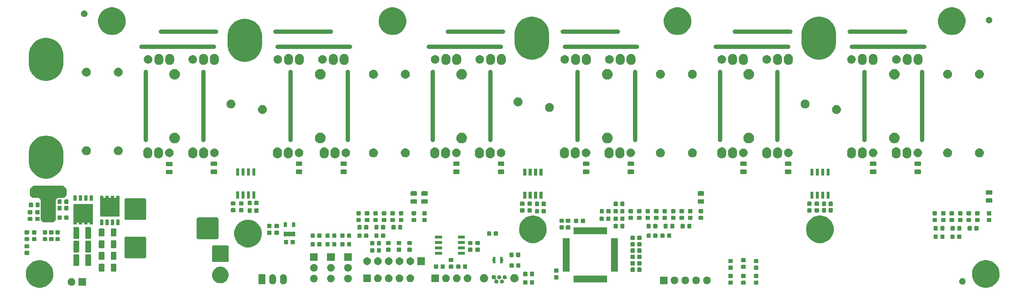
<source format=gbr>
G04 #@! TF.GenerationSoftware,KiCad,Pcbnew,(5.1.6-0-10_14)*
G04 #@! TF.CreationDate,2020-10-13T10:26:19-07:00*
G04 #@! TF.ProjectId,besc g2,62657363-2067-4322-9e6b-696361645f70,Init*
G04 #@! TF.SameCoordinates,Original*
G04 #@! TF.FileFunction,Soldermask,Top*
G04 #@! TF.FilePolarity,Negative*
%FSLAX46Y46*%
G04 Gerber Fmt 4.6, Leading zero omitted, Abs format (unit mm)*
G04 Created by KiCad (PCBNEW (5.1.6-0-10_14)) date 2020-10-13 10:26:19*
%MOMM*%
%LPD*%
G01*
G04 APERTURE LIST*
%ADD10C,1.000000*%
%ADD11C,0.100000*%
G04 APERTURE END LIST*
D10*
X64800000Y-66900000D02*
X77800000Y-66900000D01*
D11*
G36*
X42550000Y-103900000D02*
G01*
X42550000Y-105400000D01*
X42050000Y-105900000D01*
X40550000Y-105900000D01*
X40050000Y-106400000D01*
X40050000Y-111150000D01*
X39550000Y-111650000D01*
X37050000Y-111650000D01*
X36550000Y-111150000D01*
X36550000Y-106400000D01*
X36050000Y-105900000D01*
X34550000Y-105900000D01*
X34050000Y-105400000D01*
X34050000Y-103900000D01*
X34800000Y-103150000D01*
X41800000Y-103150000D01*
X42550000Y-103900000D01*
G37*
X42550000Y-103900000D02*
X42550000Y-105400000D01*
X42050000Y-105900000D01*
X40550000Y-105900000D01*
X40050000Y-106400000D01*
X40050000Y-111150000D01*
X39550000Y-111650000D01*
X37050000Y-111650000D01*
X36550000Y-111150000D01*
X36550000Y-106400000D01*
X36050000Y-105900000D01*
X34550000Y-105900000D01*
X34050000Y-105400000D01*
X34050000Y-103900000D01*
X34800000Y-103150000D01*
X41800000Y-103150000D01*
X42550000Y-103900000D01*
D10*
X230300000Y-92400000D02*
X230300000Y-76400000D01*
X209800000Y-92400000D02*
X209800000Y-76400000D01*
X244300000Y-70400000D02*
X227300000Y-70400000D01*
X239800000Y-66900000D02*
X226800000Y-66900000D01*
X196300000Y-92400000D02*
X196300000Y-76400000D01*
X243800000Y-92400000D02*
X243800000Y-76400000D01*
X195300000Y-70400000D02*
X212300000Y-70400000D01*
X199800000Y-66900000D02*
X212800000Y-66900000D01*
X162800000Y-92400000D02*
X162800000Y-76400000D01*
X142300000Y-92400000D02*
X142300000Y-76400000D01*
X127800000Y-70400000D02*
X144800000Y-70400000D01*
X132300000Y-66900000D02*
X145300000Y-66900000D01*
X176800000Y-70400000D02*
X159800000Y-70400000D01*
X172300000Y-66900000D02*
X159300000Y-66900000D01*
X128800000Y-92400000D02*
X128800000Y-76400000D01*
X176300000Y-92400000D02*
X176300000Y-76400000D01*
X108800000Y-92400000D02*
X108800000Y-76400000D01*
X61300000Y-92400000D02*
X61300000Y-76400000D01*
X104800000Y-66900000D02*
X91800000Y-66900000D01*
X109300000Y-70400000D02*
X92300000Y-70400000D01*
X60300000Y-70400000D02*
X77300000Y-70400000D01*
X74800000Y-92400000D02*
X74800000Y-76400000D01*
X95300000Y-92400000D02*
X95300000Y-76400000D01*
D11*
G36*
X259430886Y-120710800D02*
G01*
X259748282Y-120773934D01*
X260339926Y-121019001D01*
X260756488Y-121297339D01*
X260872391Y-121374783D01*
X261325217Y-121827609D01*
X261370646Y-121895599D01*
X261680999Y-122360074D01*
X261926066Y-122951718D01*
X261976611Y-123205826D01*
X262051000Y-123579803D01*
X262051000Y-124220197D01*
X262024310Y-124354378D01*
X261926066Y-124848282D01*
X261680999Y-125439926D01*
X261409418Y-125846375D01*
X261377535Y-125894092D01*
X261325216Y-125972392D01*
X260872392Y-126425216D01*
X260339926Y-126780999D01*
X259748282Y-127026066D01*
X259434239Y-127088533D01*
X259120197Y-127151000D01*
X258479803Y-127151000D01*
X258165761Y-127088533D01*
X257851718Y-127026066D01*
X257260074Y-126780999D01*
X256727608Y-126425216D01*
X256274784Y-125972392D01*
X256222466Y-125894092D01*
X256190582Y-125846375D01*
X255919001Y-125439926D01*
X255673934Y-124848282D01*
X255575690Y-124354378D01*
X255549000Y-124220197D01*
X255549000Y-123579803D01*
X255623389Y-123205826D01*
X255673934Y-122951718D01*
X255919001Y-122360074D01*
X256229354Y-121895599D01*
X256274783Y-121827609D01*
X256727609Y-121374783D01*
X256843512Y-121297339D01*
X257260074Y-121019001D01*
X257851718Y-120773934D01*
X258169114Y-120710800D01*
X258479803Y-120649000D01*
X259120197Y-120649000D01*
X259430886Y-120710800D01*
G37*
G36*
X36930886Y-120710800D02*
G01*
X37248282Y-120773934D01*
X37839926Y-121019001D01*
X38256488Y-121297339D01*
X38372391Y-121374783D01*
X38825217Y-121827609D01*
X38870646Y-121895599D01*
X39180999Y-122360074D01*
X39426066Y-122951718D01*
X39476611Y-123205826D01*
X39551000Y-123579803D01*
X39551000Y-124220197D01*
X39524310Y-124354378D01*
X39426066Y-124848282D01*
X39180999Y-125439926D01*
X38909418Y-125846375D01*
X38877535Y-125894092D01*
X38825216Y-125972392D01*
X38372392Y-126425216D01*
X37839926Y-126780999D01*
X37248282Y-127026066D01*
X36934239Y-127088533D01*
X36620197Y-127151000D01*
X35979803Y-127151000D01*
X35665761Y-127088533D01*
X35351718Y-127026066D01*
X34760074Y-126780999D01*
X34227608Y-126425216D01*
X33774784Y-125972392D01*
X33722466Y-125894092D01*
X33690582Y-125846375D01*
X33419001Y-125439926D01*
X33173934Y-124848282D01*
X33075690Y-124354378D01*
X33049000Y-124220197D01*
X33049000Y-123579803D01*
X33123389Y-123205826D01*
X33173934Y-122951718D01*
X33419001Y-122360074D01*
X33729354Y-121895599D01*
X33774783Y-121827609D01*
X34227609Y-121374783D01*
X34343512Y-121297339D01*
X34760074Y-121019001D01*
X35351718Y-120773934D01*
X35669114Y-120710800D01*
X35979803Y-120649000D01*
X36620197Y-120649000D01*
X36930886Y-120710800D01*
G37*
G36*
X47241000Y-126676000D02*
G01*
X45439000Y-126676000D01*
X45439000Y-124874000D01*
X47241000Y-124874000D01*
X47241000Y-126676000D01*
G37*
G36*
X43913512Y-124878927D02*
G01*
X44062812Y-124908624D01*
X44226784Y-124976544D01*
X44374354Y-125075147D01*
X44499853Y-125200646D01*
X44598456Y-125348216D01*
X44666376Y-125512188D01*
X44690528Y-125633611D01*
X44701000Y-125686258D01*
X44701000Y-125863742D01*
X44699444Y-125871564D01*
X44666376Y-126037812D01*
X44598456Y-126201784D01*
X44499853Y-126349354D01*
X44374354Y-126474853D01*
X44226784Y-126573456D01*
X44062812Y-126641376D01*
X43913512Y-126671073D01*
X43888742Y-126676000D01*
X43711258Y-126676000D01*
X43686488Y-126671073D01*
X43537188Y-126641376D01*
X43373216Y-126573456D01*
X43225646Y-126474853D01*
X43100147Y-126349354D01*
X43001544Y-126201784D01*
X42933624Y-126037812D01*
X42900556Y-125871564D01*
X42899000Y-125863742D01*
X42899000Y-125686258D01*
X42909472Y-125633611D01*
X42933624Y-125512188D01*
X43001544Y-125348216D01*
X43100147Y-125200646D01*
X43225646Y-125075147D01*
X43373216Y-124976544D01*
X43537188Y-124908624D01*
X43686488Y-124878927D01*
X43711258Y-124874000D01*
X43888742Y-124874000D01*
X43913512Y-124878927D01*
G37*
G36*
X205179591Y-125453085D02*
G01*
X205213569Y-125463393D01*
X205244890Y-125480134D01*
X205272339Y-125502661D01*
X205294866Y-125530110D01*
X205311607Y-125561431D01*
X205321915Y-125595409D01*
X205326000Y-125636890D01*
X205326000Y-126238110D01*
X205321915Y-126279591D01*
X205311607Y-126313569D01*
X205294866Y-126344890D01*
X205272339Y-126372339D01*
X205244890Y-126394866D01*
X205213569Y-126411607D01*
X205179591Y-126421915D01*
X205138110Y-126426000D01*
X204461890Y-126426000D01*
X204420409Y-126421915D01*
X204386431Y-126411607D01*
X204355110Y-126394866D01*
X204327661Y-126372339D01*
X204305134Y-126344890D01*
X204288393Y-126313569D01*
X204278085Y-126279591D01*
X204274000Y-126238110D01*
X204274000Y-125636890D01*
X204278085Y-125595409D01*
X204288393Y-125561431D01*
X204305134Y-125530110D01*
X204327661Y-125502661D01*
X204355110Y-125480134D01*
X204386431Y-125463393D01*
X204420409Y-125453085D01*
X204461890Y-125449000D01*
X205138110Y-125449000D01*
X205179591Y-125453085D01*
G37*
G36*
X202179591Y-125453085D02*
G01*
X202213569Y-125463393D01*
X202244890Y-125480134D01*
X202272339Y-125502661D01*
X202294866Y-125530110D01*
X202311607Y-125561431D01*
X202321915Y-125595409D01*
X202326000Y-125636890D01*
X202326000Y-126238110D01*
X202321915Y-126279591D01*
X202311607Y-126313569D01*
X202294866Y-126344890D01*
X202272339Y-126372339D01*
X202244890Y-126394866D01*
X202213569Y-126411607D01*
X202179591Y-126421915D01*
X202138110Y-126426000D01*
X201461890Y-126426000D01*
X201420409Y-126421915D01*
X201386431Y-126411607D01*
X201355110Y-126394866D01*
X201327661Y-126372339D01*
X201305134Y-126344890D01*
X201288393Y-126313569D01*
X201278085Y-126279591D01*
X201274000Y-126238110D01*
X201274000Y-125636890D01*
X201278085Y-125595409D01*
X201288393Y-125561431D01*
X201305134Y-125530110D01*
X201327661Y-125502661D01*
X201355110Y-125480134D01*
X201386431Y-125463393D01*
X201420409Y-125453085D01*
X201461890Y-125449000D01*
X202138110Y-125449000D01*
X202179591Y-125453085D01*
G37*
G36*
X199179591Y-125453085D02*
G01*
X199213569Y-125463393D01*
X199244890Y-125480134D01*
X199272339Y-125502661D01*
X199294866Y-125530110D01*
X199311607Y-125561431D01*
X199321915Y-125595409D01*
X199326000Y-125636890D01*
X199326000Y-126238110D01*
X199321915Y-126279591D01*
X199311607Y-126313569D01*
X199294866Y-126344890D01*
X199272339Y-126372339D01*
X199244890Y-126394866D01*
X199213569Y-126411607D01*
X199179591Y-126421915D01*
X199138110Y-126426000D01*
X198461890Y-126426000D01*
X198420409Y-126421915D01*
X198386431Y-126411607D01*
X198355110Y-126394866D01*
X198327661Y-126372339D01*
X198305134Y-126344890D01*
X198288393Y-126313569D01*
X198278085Y-126279591D01*
X198274000Y-126238110D01*
X198274000Y-125636890D01*
X198278085Y-125595409D01*
X198288393Y-125561431D01*
X198305134Y-125530110D01*
X198327661Y-125502661D01*
X198355110Y-125480134D01*
X198386431Y-125463393D01*
X198420409Y-125453085D01*
X198461890Y-125449000D01*
X199138110Y-125449000D01*
X199179591Y-125453085D01*
G37*
G36*
X152429591Y-125378085D02*
G01*
X152463569Y-125388393D01*
X152494890Y-125405134D01*
X152522339Y-125427661D01*
X152544866Y-125455110D01*
X152561607Y-125486431D01*
X152571915Y-125520409D01*
X152576000Y-125561890D01*
X152576000Y-126238110D01*
X152571915Y-126279591D01*
X152561607Y-126313569D01*
X152544866Y-126344890D01*
X152522339Y-126372339D01*
X152494890Y-126394866D01*
X152463569Y-126411607D01*
X152429591Y-126421915D01*
X152388110Y-126426000D01*
X151786890Y-126426000D01*
X151745409Y-126421915D01*
X151711431Y-126411607D01*
X151680110Y-126394866D01*
X151652661Y-126372339D01*
X151630134Y-126344890D01*
X151613393Y-126313569D01*
X151603085Y-126279591D01*
X151599000Y-126238110D01*
X151599000Y-125561890D01*
X151603085Y-125520409D01*
X151613393Y-125486431D01*
X151630134Y-125455110D01*
X151652661Y-125427661D01*
X151680110Y-125405134D01*
X151711431Y-125388393D01*
X151745409Y-125378085D01*
X151786890Y-125374000D01*
X152388110Y-125374000D01*
X152429591Y-125378085D01*
G37*
G36*
X150854591Y-125378085D02*
G01*
X150888569Y-125388393D01*
X150919890Y-125405134D01*
X150947339Y-125427661D01*
X150969866Y-125455110D01*
X150986607Y-125486431D01*
X150996915Y-125520409D01*
X151001000Y-125561890D01*
X151001000Y-126238110D01*
X150996915Y-126279591D01*
X150986607Y-126313569D01*
X150969866Y-126344890D01*
X150947339Y-126372339D01*
X150919890Y-126394866D01*
X150888569Y-126411607D01*
X150854591Y-126421915D01*
X150813110Y-126426000D01*
X150211890Y-126426000D01*
X150170409Y-126421915D01*
X150136431Y-126411607D01*
X150105110Y-126394866D01*
X150077661Y-126372339D01*
X150055134Y-126344890D01*
X150038393Y-126313569D01*
X150028085Y-126279591D01*
X150024000Y-126238110D01*
X150024000Y-125561890D01*
X150028085Y-125520409D01*
X150038393Y-125486431D01*
X150055134Y-125455110D01*
X150077661Y-125427661D01*
X150105110Y-125405134D01*
X150136431Y-125388393D01*
X150170409Y-125378085D01*
X150211890Y-125374000D01*
X150813110Y-125374000D01*
X150854591Y-125378085D01*
G37*
G36*
X253518766Y-124928821D02*
G01*
X253655257Y-124985358D01*
X253778097Y-125067437D01*
X253882563Y-125171903D01*
X253964642Y-125294743D01*
X254021179Y-125431234D01*
X254050000Y-125576130D01*
X254050000Y-125723870D01*
X254021179Y-125868766D01*
X253964642Y-126005257D01*
X253882563Y-126128097D01*
X253778097Y-126232563D01*
X253655257Y-126314642D01*
X253518766Y-126371179D01*
X253373870Y-126400000D01*
X253226130Y-126400000D01*
X253081234Y-126371179D01*
X252944743Y-126314642D01*
X252821903Y-126232563D01*
X252717437Y-126128097D01*
X252635358Y-126005257D01*
X252578821Y-125868766D01*
X252550000Y-125723870D01*
X252550000Y-125576130D01*
X252578821Y-125431234D01*
X252635358Y-125294743D01*
X252717437Y-125171903D01*
X252821903Y-125067437D01*
X252944743Y-124985358D01*
X253081234Y-124928821D01*
X253226130Y-124900000D01*
X253373870Y-124900000D01*
X253518766Y-124928821D01*
G37*
G36*
X91247022Y-123960590D02*
G01*
X91332208Y-123986431D01*
X91398012Y-124006392D01*
X91501840Y-124061890D01*
X91537164Y-124080771D01*
X91659133Y-124180867D01*
X91751703Y-124293665D01*
X91759229Y-124302835D01*
X91833608Y-124441987D01*
X91833991Y-124443250D01*
X91879410Y-124592977D01*
X91891000Y-124710655D01*
X91891000Y-125589345D01*
X91879410Y-125707023D01*
X91872862Y-125728608D01*
X91833608Y-125858013D01*
X91759229Y-125997165D01*
X91659133Y-126119133D01*
X91537165Y-126219229D01*
X91398013Y-126293608D01*
X91373644Y-126301000D01*
X91247023Y-126339410D01*
X91090000Y-126354875D01*
X90932978Y-126339410D01*
X90806357Y-126301000D01*
X90781988Y-126293608D01*
X90642836Y-126219229D01*
X90520868Y-126119133D01*
X90420772Y-125997165D01*
X90346393Y-125858013D01*
X90307139Y-125728608D01*
X90300591Y-125707023D01*
X90289000Y-125589345D01*
X90289000Y-124710656D01*
X90300590Y-124592978D01*
X90346392Y-124441989D01*
X90346392Y-124441988D01*
X90420771Y-124302836D01*
X90439391Y-124280147D01*
X90520867Y-124180867D01*
X90642835Y-124080771D01*
X90678159Y-124061890D01*
X90781987Y-124006392D01*
X90847791Y-123986431D01*
X90932977Y-123960590D01*
X91090000Y-123945125D01*
X91247022Y-123960590D01*
G37*
G36*
X93787022Y-123960590D02*
G01*
X93872208Y-123986431D01*
X93938012Y-124006392D01*
X94041840Y-124061890D01*
X94077164Y-124080771D01*
X94199133Y-124180867D01*
X94291703Y-124293665D01*
X94299229Y-124302835D01*
X94373608Y-124441987D01*
X94373991Y-124443250D01*
X94419410Y-124592977D01*
X94431000Y-124710655D01*
X94431000Y-125589345D01*
X94419410Y-125707023D01*
X94412862Y-125728608D01*
X94373608Y-125858013D01*
X94299229Y-125997165D01*
X94199133Y-126119133D01*
X94077165Y-126219229D01*
X93938013Y-126293608D01*
X93913644Y-126301000D01*
X93787023Y-126339410D01*
X93630000Y-126354875D01*
X93472978Y-126339410D01*
X93346357Y-126301000D01*
X93321988Y-126293608D01*
X93182836Y-126219229D01*
X93060868Y-126119133D01*
X92960772Y-125997165D01*
X92886393Y-125858013D01*
X92847139Y-125728608D01*
X92840591Y-125707023D01*
X92829000Y-125589345D01*
X92829000Y-124710656D01*
X92840590Y-124592978D01*
X92886392Y-124441989D01*
X92886392Y-124441988D01*
X92960771Y-124302836D01*
X92979391Y-124280147D01*
X93060867Y-124180867D01*
X93182835Y-124080771D01*
X93218159Y-124061890D01*
X93321987Y-124006392D01*
X93387791Y-123986431D01*
X93472977Y-123960590D01*
X93630000Y-123945125D01*
X93787022Y-123960590D01*
G37*
G36*
X89351000Y-126351000D02*
G01*
X87749000Y-126351000D01*
X87749000Y-123949000D01*
X89351000Y-123949000D01*
X89351000Y-126351000D01*
G37*
G36*
X183951000Y-126301000D02*
G01*
X182149000Y-126301000D01*
X182149000Y-124499000D01*
X183951000Y-124499000D01*
X183951000Y-126301000D01*
G37*
G36*
X185703512Y-124503927D02*
G01*
X185852812Y-124533624D01*
X186016784Y-124601544D01*
X186164354Y-124700147D01*
X186289853Y-124825646D01*
X186388456Y-124973216D01*
X186456376Y-125137188D01*
X186491000Y-125311259D01*
X186491000Y-125488741D01*
X186456376Y-125662812D01*
X186388456Y-125826784D01*
X186289853Y-125974354D01*
X186164354Y-126099853D01*
X186016784Y-126198456D01*
X185852812Y-126266376D01*
X185715904Y-126293608D01*
X185678742Y-126301000D01*
X185501258Y-126301000D01*
X185464096Y-126293608D01*
X185327188Y-126266376D01*
X185163216Y-126198456D01*
X185015646Y-126099853D01*
X184890147Y-125974354D01*
X184791544Y-125826784D01*
X184723624Y-125662812D01*
X184689000Y-125488741D01*
X184689000Y-125311259D01*
X184723624Y-125137188D01*
X184791544Y-124973216D01*
X184890147Y-124825646D01*
X185015646Y-124700147D01*
X185163216Y-124601544D01*
X185327188Y-124533624D01*
X185476488Y-124503927D01*
X185501258Y-124499000D01*
X185678742Y-124499000D01*
X185703512Y-124503927D01*
G37*
G36*
X190783512Y-124503927D02*
G01*
X190932812Y-124533624D01*
X191096784Y-124601544D01*
X191244354Y-124700147D01*
X191369853Y-124825646D01*
X191468456Y-124973216D01*
X191536376Y-125137188D01*
X191571000Y-125311259D01*
X191571000Y-125488741D01*
X191536376Y-125662812D01*
X191468456Y-125826784D01*
X191369853Y-125974354D01*
X191244354Y-126099853D01*
X191096784Y-126198456D01*
X190932812Y-126266376D01*
X190795904Y-126293608D01*
X190758742Y-126301000D01*
X190581258Y-126301000D01*
X190544096Y-126293608D01*
X190407188Y-126266376D01*
X190243216Y-126198456D01*
X190095646Y-126099853D01*
X189970147Y-125974354D01*
X189871544Y-125826784D01*
X189803624Y-125662812D01*
X189769000Y-125488741D01*
X189769000Y-125311259D01*
X189803624Y-125137188D01*
X189871544Y-124973216D01*
X189970147Y-124825646D01*
X190095646Y-124700147D01*
X190243216Y-124601544D01*
X190407188Y-124533624D01*
X190556488Y-124503927D01*
X190581258Y-124499000D01*
X190758742Y-124499000D01*
X190783512Y-124503927D01*
G37*
G36*
X188243512Y-124503927D02*
G01*
X188392812Y-124533624D01*
X188556784Y-124601544D01*
X188704354Y-124700147D01*
X188829853Y-124825646D01*
X188928456Y-124973216D01*
X188996376Y-125137188D01*
X189031000Y-125311259D01*
X189031000Y-125488741D01*
X188996376Y-125662812D01*
X188928456Y-125826784D01*
X188829853Y-125974354D01*
X188704354Y-126099853D01*
X188556784Y-126198456D01*
X188392812Y-126266376D01*
X188255904Y-126293608D01*
X188218742Y-126301000D01*
X188041258Y-126301000D01*
X188004096Y-126293608D01*
X187867188Y-126266376D01*
X187703216Y-126198456D01*
X187555646Y-126099853D01*
X187430147Y-125974354D01*
X187331544Y-125826784D01*
X187263624Y-125662812D01*
X187229000Y-125488741D01*
X187229000Y-125311259D01*
X187263624Y-125137188D01*
X187331544Y-124973216D01*
X187430147Y-124825646D01*
X187555646Y-124700147D01*
X187703216Y-124601544D01*
X187867188Y-124533624D01*
X188016488Y-124503927D01*
X188041258Y-124499000D01*
X188218742Y-124499000D01*
X188243512Y-124503927D01*
G37*
G36*
X193323512Y-124503927D02*
G01*
X193472812Y-124533624D01*
X193636784Y-124601544D01*
X193784354Y-124700147D01*
X193909853Y-124825646D01*
X194008456Y-124973216D01*
X194076376Y-125137188D01*
X194111000Y-125311259D01*
X194111000Y-125488741D01*
X194076376Y-125662812D01*
X194008456Y-125826784D01*
X193909853Y-125974354D01*
X193784354Y-126099853D01*
X193636784Y-126198456D01*
X193472812Y-126266376D01*
X193335904Y-126293608D01*
X193298742Y-126301000D01*
X193121258Y-126301000D01*
X193084096Y-126293608D01*
X192947188Y-126266376D01*
X192783216Y-126198456D01*
X192635646Y-126099853D01*
X192510147Y-125974354D01*
X192411544Y-125826784D01*
X192343624Y-125662812D01*
X192309000Y-125488741D01*
X192309000Y-125311259D01*
X192343624Y-125137188D01*
X192411544Y-124973216D01*
X192510147Y-124825646D01*
X192635646Y-124700147D01*
X192783216Y-124601544D01*
X192947188Y-124533624D01*
X193096488Y-124503927D01*
X193121258Y-124499000D01*
X193298742Y-124499000D01*
X193323512Y-124503927D01*
G37*
G36*
X145132054Y-125221067D02*
G01*
X145162386Y-125227100D01*
X145248102Y-125262605D01*
X145325245Y-125314150D01*
X145390850Y-125379755D01*
X145442395Y-125456898D01*
X145472721Y-125530110D01*
X145477900Y-125542615D01*
X145496000Y-125633609D01*
X145496000Y-125726391D01*
X145483933Y-125787054D01*
X145477900Y-125817386D01*
X145456617Y-125868767D01*
X145446435Y-125893350D01*
X145442395Y-125903102D01*
X145390850Y-125980245D01*
X145325245Y-126045850D01*
X145248102Y-126097395D01*
X145248101Y-126097396D01*
X145248100Y-126097396D01*
X145242168Y-126099853D01*
X145162386Y-126132900D01*
X145132054Y-126138933D01*
X145071391Y-126151000D01*
X144978609Y-126151000D01*
X144917946Y-126138933D01*
X144887614Y-126132900D01*
X144807832Y-126099853D01*
X144801900Y-126097396D01*
X144801899Y-126097396D01*
X144801898Y-126097395D01*
X144724755Y-126045850D01*
X144659150Y-125980245D01*
X144607605Y-125903102D01*
X144603566Y-125893350D01*
X144593383Y-125868767D01*
X144572100Y-125817386D01*
X144566067Y-125787054D01*
X144554000Y-125726391D01*
X144554000Y-125633609D01*
X144572100Y-125542615D01*
X144577280Y-125530110D01*
X144607605Y-125456898D01*
X144659150Y-125379755D01*
X144724755Y-125314150D01*
X144801898Y-125262605D01*
X144887614Y-125227100D01*
X144917946Y-125221067D01*
X144978609Y-125209000D01*
X145071391Y-125209000D01*
X145132054Y-125221067D01*
G37*
G36*
X143406634Y-124212917D02*
G01*
X143438972Y-124222727D01*
X143468776Y-124238658D01*
X143494902Y-124260098D01*
X143516342Y-124286224D01*
X143532273Y-124316028D01*
X143542083Y-124348366D01*
X143546000Y-124388140D01*
X143546000Y-124971860D01*
X143542083Y-125011634D01*
X143530139Y-125051006D01*
X143525358Y-125075039D01*
X143525358Y-125099543D01*
X143530138Y-125123577D01*
X143539515Y-125146216D01*
X143553129Y-125166590D01*
X143570456Y-125183917D01*
X143590830Y-125197531D01*
X143613469Y-125206908D01*
X143637502Y-125211689D01*
X143662006Y-125211689D01*
X143674142Y-125209889D01*
X143678611Y-125209000D01*
X143771391Y-125209000D01*
X143832054Y-125221067D01*
X143862386Y-125227100D01*
X143948102Y-125262605D01*
X144025245Y-125314150D01*
X144090850Y-125379755D01*
X144142395Y-125456898D01*
X144172721Y-125530110D01*
X144177900Y-125542615D01*
X144196000Y-125633609D01*
X144196000Y-125726391D01*
X144183933Y-125787054D01*
X144177900Y-125817386D01*
X144156617Y-125868767D01*
X144146435Y-125893350D01*
X144142395Y-125903102D01*
X144090850Y-125980245D01*
X144025245Y-126045850D01*
X143948102Y-126097395D01*
X143948101Y-126097396D01*
X143948100Y-126097396D01*
X143942168Y-126099853D01*
X143862386Y-126132900D01*
X143832054Y-126138933D01*
X143771391Y-126151000D01*
X143678609Y-126151000D01*
X143617946Y-126138933D01*
X143587614Y-126132900D01*
X143507832Y-126099853D01*
X143501900Y-126097396D01*
X143501899Y-126097396D01*
X143501898Y-126097395D01*
X143424755Y-126045850D01*
X143359150Y-125980245D01*
X143307605Y-125903102D01*
X143303566Y-125893350D01*
X143293383Y-125868767D01*
X143272100Y-125817386D01*
X143266067Y-125787054D01*
X143254000Y-125726391D01*
X143254000Y-125633609D01*
X143272100Y-125542615D01*
X143277280Y-125530110D01*
X143307605Y-125456898D01*
X143359150Y-125379755D01*
X143374524Y-125364381D01*
X143390064Y-125345445D01*
X143401615Y-125323834D01*
X143408728Y-125300385D01*
X143411130Y-125275999D01*
X143408728Y-125251613D01*
X143401615Y-125228164D01*
X143390064Y-125206553D01*
X143374519Y-125187611D01*
X143355577Y-125172066D01*
X143333966Y-125160515D01*
X143310517Y-125153402D01*
X143286131Y-125151000D01*
X142783140Y-125151000D01*
X142743366Y-125147083D01*
X142711028Y-125137273D01*
X142681224Y-125121342D01*
X142655098Y-125099902D01*
X142633658Y-125073776D01*
X142617727Y-125043972D01*
X142607917Y-125011634D01*
X142604000Y-124971860D01*
X142604000Y-124388140D01*
X142607917Y-124348366D01*
X142617727Y-124316028D01*
X142633658Y-124286224D01*
X142655098Y-124260098D01*
X142681224Y-124238658D01*
X142711028Y-124222727D01*
X142743366Y-124212917D01*
X142783140Y-124209000D01*
X143366860Y-124209000D01*
X143406634Y-124212917D01*
G37*
G36*
X79369085Y-122273975D02*
G01*
X79724143Y-122421045D01*
X79724145Y-122421046D01*
X80043690Y-122634559D01*
X80315441Y-122906310D01*
X80471489Y-123139853D01*
X80528955Y-123225857D01*
X80676025Y-123580915D01*
X80751000Y-123957842D01*
X80751000Y-124342158D01*
X80676025Y-124719085D01*
X80531192Y-125068742D01*
X80528954Y-125074145D01*
X80315441Y-125393690D01*
X80043690Y-125665441D01*
X79724145Y-125878954D01*
X79724144Y-125878955D01*
X79724143Y-125878955D01*
X79369085Y-126026025D01*
X78992158Y-126101000D01*
X78607842Y-126101000D01*
X78230915Y-126026025D01*
X77875857Y-125878955D01*
X77875856Y-125878955D01*
X77875855Y-125878954D01*
X77556310Y-125665441D01*
X77284559Y-125393690D01*
X77071046Y-125074145D01*
X77068808Y-125068742D01*
X76923975Y-124719085D01*
X76849000Y-124342158D01*
X76849000Y-123957842D01*
X76923975Y-123580915D01*
X77071045Y-123225857D01*
X77128511Y-123139853D01*
X77284559Y-122906310D01*
X77556310Y-122634559D01*
X77875855Y-122421046D01*
X77875857Y-122421045D01*
X78230915Y-122273975D01*
X78607842Y-122199000D01*
X78992158Y-122199000D01*
X79369085Y-122273975D01*
G37*
G36*
X162220295Y-124250323D02*
G01*
X162227309Y-124252451D01*
X162241077Y-124259810D01*
X162263716Y-124269187D01*
X162287749Y-124273967D01*
X162312253Y-124273967D01*
X162336286Y-124269186D01*
X162358923Y-124259810D01*
X162372691Y-124252451D01*
X162379705Y-124250323D01*
X162393140Y-124249000D01*
X162706860Y-124249000D01*
X162720295Y-124250323D01*
X162727309Y-124252451D01*
X162741077Y-124259810D01*
X162763716Y-124269187D01*
X162787749Y-124273967D01*
X162812253Y-124273967D01*
X162836286Y-124269186D01*
X162858923Y-124259810D01*
X162872691Y-124252451D01*
X162879705Y-124250323D01*
X162893140Y-124249000D01*
X163206860Y-124249000D01*
X163220295Y-124250323D01*
X163227309Y-124252451D01*
X163241077Y-124259810D01*
X163263716Y-124269187D01*
X163287749Y-124273967D01*
X163312253Y-124273967D01*
X163336286Y-124269186D01*
X163358923Y-124259810D01*
X163372691Y-124252451D01*
X163379705Y-124250323D01*
X163393140Y-124249000D01*
X163706860Y-124249000D01*
X163720295Y-124250323D01*
X163727309Y-124252451D01*
X163741077Y-124259810D01*
X163763716Y-124269187D01*
X163787749Y-124273967D01*
X163812253Y-124273967D01*
X163836286Y-124269186D01*
X163858923Y-124259810D01*
X163872691Y-124252451D01*
X163879705Y-124250323D01*
X163893140Y-124249000D01*
X164206860Y-124249000D01*
X164220295Y-124250323D01*
X164227309Y-124252451D01*
X164241077Y-124259810D01*
X164263716Y-124269187D01*
X164287749Y-124273967D01*
X164312253Y-124273967D01*
X164336286Y-124269186D01*
X164358923Y-124259810D01*
X164372691Y-124252451D01*
X164379705Y-124250323D01*
X164393140Y-124249000D01*
X164706860Y-124249000D01*
X164720295Y-124250323D01*
X164727309Y-124252451D01*
X164741077Y-124259810D01*
X164763716Y-124269187D01*
X164787749Y-124273967D01*
X164812253Y-124273967D01*
X164836286Y-124269186D01*
X164858923Y-124259810D01*
X164872691Y-124252451D01*
X164879705Y-124250323D01*
X164893140Y-124249000D01*
X165206860Y-124249000D01*
X165220295Y-124250323D01*
X165227309Y-124252451D01*
X165241077Y-124259810D01*
X165263716Y-124269187D01*
X165287749Y-124273967D01*
X165312253Y-124273967D01*
X165336286Y-124269186D01*
X165358923Y-124259810D01*
X165372691Y-124252451D01*
X165379705Y-124250323D01*
X165393140Y-124249000D01*
X165706860Y-124249000D01*
X165720295Y-124250323D01*
X165727309Y-124252451D01*
X165741077Y-124259810D01*
X165763716Y-124269187D01*
X165787749Y-124273967D01*
X165812253Y-124273967D01*
X165836286Y-124269186D01*
X165858923Y-124259810D01*
X165872691Y-124252451D01*
X165879705Y-124250323D01*
X165893140Y-124249000D01*
X166206860Y-124249000D01*
X166220295Y-124250323D01*
X166227309Y-124252451D01*
X166241077Y-124259810D01*
X166263716Y-124269187D01*
X166287749Y-124273967D01*
X166312253Y-124273967D01*
X166336286Y-124269186D01*
X166358923Y-124259810D01*
X166372691Y-124252451D01*
X166379705Y-124250323D01*
X166393140Y-124249000D01*
X166706860Y-124249000D01*
X166720295Y-124250323D01*
X166727309Y-124252451D01*
X166741077Y-124259810D01*
X166763716Y-124269187D01*
X166787749Y-124273967D01*
X166812253Y-124273967D01*
X166836286Y-124269186D01*
X166858923Y-124259810D01*
X166872691Y-124252451D01*
X166879705Y-124250323D01*
X166893140Y-124249000D01*
X167206860Y-124249000D01*
X167220295Y-124250323D01*
X167227309Y-124252451D01*
X167241077Y-124259810D01*
X167263716Y-124269187D01*
X167287749Y-124273967D01*
X167312253Y-124273967D01*
X167336286Y-124269186D01*
X167358923Y-124259810D01*
X167372691Y-124252451D01*
X167379705Y-124250323D01*
X167393140Y-124249000D01*
X167706860Y-124249000D01*
X167720295Y-124250323D01*
X167727309Y-124252451D01*
X167741077Y-124259810D01*
X167763716Y-124269187D01*
X167787749Y-124273967D01*
X167812253Y-124273967D01*
X167836286Y-124269186D01*
X167858923Y-124259810D01*
X167872691Y-124252451D01*
X167879705Y-124250323D01*
X167893140Y-124249000D01*
X168206860Y-124249000D01*
X168220295Y-124250323D01*
X168227309Y-124252451D01*
X168241077Y-124259810D01*
X168263716Y-124269187D01*
X168287749Y-124273967D01*
X168312253Y-124273967D01*
X168336286Y-124269186D01*
X168358923Y-124259810D01*
X168372691Y-124252451D01*
X168379705Y-124250323D01*
X168393140Y-124249000D01*
X168706860Y-124249000D01*
X168720295Y-124250323D01*
X168727309Y-124252451D01*
X168741077Y-124259810D01*
X168763716Y-124269187D01*
X168787749Y-124273967D01*
X168812253Y-124273967D01*
X168836286Y-124269186D01*
X168858923Y-124259810D01*
X168872691Y-124252451D01*
X168879705Y-124250323D01*
X168893140Y-124249000D01*
X169206860Y-124249000D01*
X169220295Y-124250323D01*
X169227309Y-124252451D01*
X169241077Y-124259810D01*
X169263716Y-124269187D01*
X169287749Y-124273967D01*
X169312253Y-124273967D01*
X169336286Y-124269186D01*
X169358923Y-124259810D01*
X169372691Y-124252451D01*
X169379705Y-124250323D01*
X169393140Y-124249000D01*
X169706860Y-124249000D01*
X169720295Y-124250323D01*
X169727310Y-124252451D01*
X169733776Y-124255908D01*
X169739442Y-124260558D01*
X169744092Y-124266224D01*
X169747549Y-124272690D01*
X169749677Y-124279705D01*
X169751000Y-124293140D01*
X169751000Y-125856860D01*
X169749677Y-125870295D01*
X169747549Y-125877310D01*
X169744092Y-125883776D01*
X169739442Y-125889442D01*
X169733776Y-125894092D01*
X169727310Y-125897549D01*
X169720295Y-125899677D01*
X169706860Y-125901000D01*
X169393140Y-125901000D01*
X169379705Y-125899677D01*
X169372691Y-125897549D01*
X169358923Y-125890190D01*
X169336284Y-125880813D01*
X169312251Y-125876033D01*
X169287747Y-125876033D01*
X169263714Y-125880814D01*
X169241077Y-125890190D01*
X169227309Y-125897549D01*
X169220295Y-125899677D01*
X169206860Y-125901000D01*
X168893140Y-125901000D01*
X168879705Y-125899677D01*
X168872691Y-125897549D01*
X168858923Y-125890190D01*
X168836284Y-125880813D01*
X168812251Y-125876033D01*
X168787747Y-125876033D01*
X168763714Y-125880814D01*
X168741077Y-125890190D01*
X168727309Y-125897549D01*
X168720295Y-125899677D01*
X168706860Y-125901000D01*
X168393140Y-125901000D01*
X168379705Y-125899677D01*
X168372691Y-125897549D01*
X168358923Y-125890190D01*
X168336284Y-125880813D01*
X168312251Y-125876033D01*
X168287747Y-125876033D01*
X168263714Y-125880814D01*
X168241077Y-125890190D01*
X168227309Y-125897549D01*
X168220295Y-125899677D01*
X168206860Y-125901000D01*
X167893140Y-125901000D01*
X167879705Y-125899677D01*
X167872691Y-125897549D01*
X167858923Y-125890190D01*
X167836284Y-125880813D01*
X167812251Y-125876033D01*
X167787747Y-125876033D01*
X167763714Y-125880814D01*
X167741077Y-125890190D01*
X167727309Y-125897549D01*
X167720295Y-125899677D01*
X167706860Y-125901000D01*
X167393140Y-125901000D01*
X167379705Y-125899677D01*
X167372691Y-125897549D01*
X167358923Y-125890190D01*
X167336284Y-125880813D01*
X167312251Y-125876033D01*
X167287747Y-125876033D01*
X167263714Y-125880814D01*
X167241077Y-125890190D01*
X167227309Y-125897549D01*
X167220295Y-125899677D01*
X167206860Y-125901000D01*
X166893140Y-125901000D01*
X166879705Y-125899677D01*
X166872691Y-125897549D01*
X166858923Y-125890190D01*
X166836284Y-125880813D01*
X166812251Y-125876033D01*
X166787747Y-125876033D01*
X166763714Y-125880814D01*
X166741077Y-125890190D01*
X166727309Y-125897549D01*
X166720295Y-125899677D01*
X166706860Y-125901000D01*
X166393140Y-125901000D01*
X166379705Y-125899677D01*
X166372691Y-125897549D01*
X166358923Y-125890190D01*
X166336284Y-125880813D01*
X166312251Y-125876033D01*
X166287747Y-125876033D01*
X166263714Y-125880814D01*
X166241077Y-125890190D01*
X166227309Y-125897549D01*
X166220295Y-125899677D01*
X166206860Y-125901000D01*
X165893140Y-125901000D01*
X165879705Y-125899677D01*
X165872691Y-125897549D01*
X165858923Y-125890190D01*
X165836284Y-125880813D01*
X165812251Y-125876033D01*
X165787747Y-125876033D01*
X165763714Y-125880814D01*
X165741077Y-125890190D01*
X165727309Y-125897549D01*
X165720295Y-125899677D01*
X165706860Y-125901000D01*
X165393140Y-125901000D01*
X165379705Y-125899677D01*
X165372691Y-125897549D01*
X165358923Y-125890190D01*
X165336284Y-125880813D01*
X165312251Y-125876033D01*
X165287747Y-125876033D01*
X165263714Y-125880814D01*
X165241077Y-125890190D01*
X165227309Y-125897549D01*
X165220295Y-125899677D01*
X165206860Y-125901000D01*
X164893140Y-125901000D01*
X164879705Y-125899677D01*
X164872691Y-125897549D01*
X164858923Y-125890190D01*
X164836284Y-125880813D01*
X164812251Y-125876033D01*
X164787747Y-125876033D01*
X164763714Y-125880814D01*
X164741077Y-125890190D01*
X164727309Y-125897549D01*
X164720295Y-125899677D01*
X164706860Y-125901000D01*
X164393140Y-125901000D01*
X164379705Y-125899677D01*
X164372691Y-125897549D01*
X164358923Y-125890190D01*
X164336284Y-125880813D01*
X164312251Y-125876033D01*
X164287747Y-125876033D01*
X164263714Y-125880814D01*
X164241077Y-125890190D01*
X164227309Y-125897549D01*
X164220295Y-125899677D01*
X164206860Y-125901000D01*
X163893140Y-125901000D01*
X163879705Y-125899677D01*
X163872691Y-125897549D01*
X163858923Y-125890190D01*
X163836284Y-125880813D01*
X163812251Y-125876033D01*
X163787747Y-125876033D01*
X163763714Y-125880814D01*
X163741077Y-125890190D01*
X163727309Y-125897549D01*
X163720295Y-125899677D01*
X163706860Y-125901000D01*
X163393140Y-125901000D01*
X163379705Y-125899677D01*
X163372691Y-125897549D01*
X163358923Y-125890190D01*
X163336284Y-125880813D01*
X163312251Y-125876033D01*
X163287747Y-125876033D01*
X163263714Y-125880814D01*
X163241077Y-125890190D01*
X163227309Y-125897549D01*
X163220295Y-125899677D01*
X163206860Y-125901000D01*
X162893140Y-125901000D01*
X162879705Y-125899677D01*
X162872691Y-125897549D01*
X162858923Y-125890190D01*
X162836284Y-125880813D01*
X162812251Y-125876033D01*
X162787747Y-125876033D01*
X162763714Y-125880814D01*
X162741077Y-125890190D01*
X162727309Y-125897549D01*
X162720295Y-125899677D01*
X162706860Y-125901000D01*
X162393140Y-125901000D01*
X162379705Y-125899677D01*
X162372691Y-125897549D01*
X162358923Y-125890190D01*
X162336284Y-125880813D01*
X162312251Y-125876033D01*
X162287747Y-125876033D01*
X162263714Y-125880814D01*
X162241077Y-125890190D01*
X162227309Y-125897549D01*
X162220295Y-125899677D01*
X162206860Y-125901000D01*
X161893140Y-125901000D01*
X161879705Y-125899677D01*
X161872690Y-125897549D01*
X161866224Y-125894092D01*
X161860558Y-125889442D01*
X161855908Y-125883776D01*
X161852451Y-125877310D01*
X161850323Y-125870295D01*
X161849000Y-125856860D01*
X161849000Y-124293140D01*
X161850323Y-124279705D01*
X161852451Y-124272690D01*
X161855908Y-124266224D01*
X161860558Y-124260558D01*
X161866224Y-124255908D01*
X161872690Y-124252451D01*
X161879705Y-124250323D01*
X161893140Y-124249000D01*
X162206860Y-124249000D01*
X162220295Y-124250323D01*
G37*
G36*
X100897645Y-124080771D02*
G01*
X101062812Y-124113624D01*
X101226784Y-124181544D01*
X101374354Y-124280147D01*
X101499853Y-124405646D01*
X101598456Y-124553216D01*
X101666376Y-124717188D01*
X101701000Y-124891259D01*
X101701000Y-125068741D01*
X101666376Y-125242812D01*
X101598456Y-125406784D01*
X101499853Y-125554354D01*
X101374354Y-125679853D01*
X101226784Y-125778456D01*
X101062812Y-125846376D01*
X100913878Y-125876000D01*
X100888742Y-125881000D01*
X100711258Y-125881000D01*
X100686122Y-125876000D01*
X100537188Y-125846376D01*
X100373216Y-125778456D01*
X100225646Y-125679853D01*
X100100147Y-125554354D01*
X100001544Y-125406784D01*
X99933624Y-125242812D01*
X99899000Y-125068741D01*
X99899000Y-124891259D01*
X99933624Y-124717188D01*
X100001544Y-124553216D01*
X100100147Y-124405646D01*
X100225646Y-124280147D01*
X100373216Y-124181544D01*
X100537188Y-124113624D01*
X100702355Y-124080771D01*
X100711258Y-124079000D01*
X100888742Y-124079000D01*
X100897645Y-124080771D01*
G37*
G36*
X108897645Y-124080771D02*
G01*
X109062812Y-124113624D01*
X109226784Y-124181544D01*
X109374354Y-124280147D01*
X109499853Y-124405646D01*
X109598456Y-124553216D01*
X109666376Y-124717188D01*
X109701000Y-124891259D01*
X109701000Y-125068741D01*
X109666376Y-125242812D01*
X109598456Y-125406784D01*
X109499853Y-125554354D01*
X109374354Y-125679853D01*
X109226784Y-125778456D01*
X109062812Y-125846376D01*
X108913878Y-125876000D01*
X108888742Y-125881000D01*
X108711258Y-125881000D01*
X108686122Y-125876000D01*
X108537188Y-125846376D01*
X108373216Y-125778456D01*
X108225646Y-125679853D01*
X108100147Y-125554354D01*
X108001544Y-125406784D01*
X107933624Y-125242812D01*
X107899000Y-125068741D01*
X107899000Y-124891259D01*
X107933624Y-124717188D01*
X108001544Y-124553216D01*
X108100147Y-124405646D01*
X108225646Y-124280147D01*
X108373216Y-124181544D01*
X108537188Y-124113624D01*
X108702355Y-124080771D01*
X108711258Y-124079000D01*
X108888742Y-124079000D01*
X108897645Y-124080771D01*
G37*
G36*
X104897645Y-124080771D02*
G01*
X105062812Y-124113624D01*
X105226784Y-124181544D01*
X105374354Y-124280147D01*
X105499853Y-124405646D01*
X105598456Y-124553216D01*
X105666376Y-124717188D01*
X105701000Y-124891259D01*
X105701000Y-125068741D01*
X105666376Y-125242812D01*
X105598456Y-125406784D01*
X105499853Y-125554354D01*
X105374354Y-125679853D01*
X105226784Y-125778456D01*
X105062812Y-125846376D01*
X104913878Y-125876000D01*
X104888742Y-125881000D01*
X104711258Y-125881000D01*
X104686122Y-125876000D01*
X104537188Y-125846376D01*
X104373216Y-125778456D01*
X104225646Y-125679853D01*
X104100147Y-125554354D01*
X104001544Y-125406784D01*
X103933624Y-125242812D01*
X103899000Y-125068741D01*
X103899000Y-124891259D01*
X103933624Y-124717188D01*
X104001544Y-124553216D01*
X104100147Y-124405646D01*
X104225646Y-124280147D01*
X104373216Y-124181544D01*
X104537188Y-124113624D01*
X104702355Y-124080771D01*
X104711258Y-124079000D01*
X104888742Y-124079000D01*
X104897645Y-124080771D01*
G37*
G36*
X148234687Y-123961507D02*
G01*
X148234690Y-123961508D01*
X148234689Y-123961508D01*
X148412309Y-124035080D01*
X148412310Y-124035081D01*
X148572161Y-124141889D01*
X148708111Y-124277839D01*
X148771253Y-124372339D01*
X148814920Y-124437691D01*
X148862772Y-124553216D01*
X148888493Y-124615313D01*
X148926000Y-124803871D01*
X148926000Y-124996129D01*
X148888493Y-125184687D01*
X148881882Y-125200647D01*
X148814920Y-125362309D01*
X148807108Y-125374000D01*
X148708111Y-125522161D01*
X148572161Y-125658111D01*
X148438891Y-125747158D01*
X148412309Y-125764920D01*
X148285646Y-125817385D01*
X148234687Y-125838493D01*
X148046129Y-125876000D01*
X147853871Y-125876000D01*
X147665313Y-125838493D01*
X147614354Y-125817385D01*
X147487691Y-125764920D01*
X147461109Y-125747158D01*
X147327839Y-125658111D01*
X147191889Y-125522161D01*
X147092892Y-125374000D01*
X147085080Y-125362309D01*
X147018118Y-125200647D01*
X147011507Y-125184687D01*
X146974000Y-124996129D01*
X146974000Y-124803871D01*
X147011507Y-124615313D01*
X147037228Y-124553216D01*
X147085080Y-124437691D01*
X147128747Y-124372339D01*
X147191889Y-124277839D01*
X147327839Y-124141889D01*
X147487690Y-124035081D01*
X147487691Y-124035080D01*
X147665311Y-123961508D01*
X147665310Y-123961508D01*
X147665313Y-123961507D01*
X147853871Y-123924000D01*
X148046129Y-123924000D01*
X148234687Y-123961507D01*
G37*
G36*
X141084687Y-123961507D02*
G01*
X141084690Y-123961508D01*
X141084689Y-123961508D01*
X141262309Y-124035080D01*
X141262310Y-124035081D01*
X141422161Y-124141889D01*
X141558111Y-124277839D01*
X141621253Y-124372339D01*
X141664920Y-124437691D01*
X141712772Y-124553216D01*
X141738493Y-124615313D01*
X141776000Y-124803871D01*
X141776000Y-124996129D01*
X141738493Y-125184687D01*
X141731882Y-125200647D01*
X141664920Y-125362309D01*
X141657108Y-125374000D01*
X141558111Y-125522161D01*
X141422161Y-125658111D01*
X141288891Y-125747158D01*
X141262309Y-125764920D01*
X141135646Y-125817385D01*
X141084687Y-125838493D01*
X140896129Y-125876000D01*
X140703871Y-125876000D01*
X140515313Y-125838493D01*
X140464354Y-125817385D01*
X140337691Y-125764920D01*
X140311109Y-125747158D01*
X140177839Y-125658111D01*
X140041889Y-125522161D01*
X139942892Y-125374000D01*
X139935080Y-125362309D01*
X139868118Y-125200647D01*
X139861507Y-125184687D01*
X139824000Y-124996129D01*
X139824000Y-124803871D01*
X139861507Y-124615313D01*
X139887228Y-124553216D01*
X139935080Y-124437691D01*
X139978747Y-124372339D01*
X140041889Y-124277839D01*
X140177839Y-124141889D01*
X140337690Y-124035081D01*
X140337691Y-124035080D01*
X140515311Y-123961508D01*
X140515310Y-123961508D01*
X140515313Y-123961507D01*
X140703871Y-123924000D01*
X140896129Y-123924000D01*
X141084687Y-123961507D01*
G37*
G36*
X123573512Y-124003927D02*
G01*
X123722812Y-124033624D01*
X123886784Y-124101544D01*
X124034354Y-124200147D01*
X124159853Y-124325646D01*
X124258456Y-124473216D01*
X124326376Y-124637188D01*
X124344119Y-124726391D01*
X124361000Y-124811258D01*
X124361000Y-124988742D01*
X124357642Y-125005622D01*
X124326376Y-125162812D01*
X124258456Y-125326784D01*
X124159853Y-125474354D01*
X124034354Y-125599853D01*
X123886784Y-125698456D01*
X123722812Y-125766376D01*
X123573512Y-125796073D01*
X123548742Y-125801000D01*
X123371258Y-125801000D01*
X123346488Y-125796073D01*
X123197188Y-125766376D01*
X123033216Y-125698456D01*
X122885646Y-125599853D01*
X122760147Y-125474354D01*
X122661544Y-125326784D01*
X122593624Y-125162812D01*
X122562358Y-125005622D01*
X122559000Y-124988742D01*
X122559000Y-124811258D01*
X122575881Y-124726391D01*
X122593624Y-124637188D01*
X122661544Y-124473216D01*
X122760147Y-124325646D01*
X122885646Y-124200147D01*
X123033216Y-124101544D01*
X123197188Y-124033624D01*
X123346488Y-124003927D01*
X123371258Y-123999000D01*
X123548742Y-123999000D01*
X123573512Y-124003927D01*
G37*
G36*
X118493512Y-124003927D02*
G01*
X118642812Y-124033624D01*
X118806784Y-124101544D01*
X118954354Y-124200147D01*
X119079853Y-124325646D01*
X119178456Y-124473216D01*
X119246376Y-124637188D01*
X119264119Y-124726391D01*
X119281000Y-124811258D01*
X119281000Y-124988742D01*
X119277642Y-125005622D01*
X119246376Y-125162812D01*
X119178456Y-125326784D01*
X119079853Y-125474354D01*
X118954354Y-125599853D01*
X118806784Y-125698456D01*
X118642812Y-125766376D01*
X118493512Y-125796073D01*
X118468742Y-125801000D01*
X118291258Y-125801000D01*
X118266488Y-125796073D01*
X118117188Y-125766376D01*
X117953216Y-125698456D01*
X117805646Y-125599853D01*
X117680147Y-125474354D01*
X117581544Y-125326784D01*
X117513624Y-125162812D01*
X117482358Y-125005622D01*
X117479000Y-124988742D01*
X117479000Y-124811258D01*
X117495881Y-124726391D01*
X117513624Y-124637188D01*
X117581544Y-124473216D01*
X117680147Y-124325646D01*
X117805646Y-124200147D01*
X117953216Y-124101544D01*
X118117188Y-124033624D01*
X118266488Y-124003927D01*
X118291258Y-123999000D01*
X118468742Y-123999000D01*
X118493512Y-124003927D01*
G37*
G36*
X115953512Y-124003927D02*
G01*
X116102812Y-124033624D01*
X116266784Y-124101544D01*
X116414354Y-124200147D01*
X116539853Y-124325646D01*
X116638456Y-124473216D01*
X116706376Y-124637188D01*
X116724119Y-124726391D01*
X116741000Y-124811258D01*
X116741000Y-124988742D01*
X116737642Y-125005622D01*
X116706376Y-125162812D01*
X116638456Y-125326784D01*
X116539853Y-125474354D01*
X116414354Y-125599853D01*
X116266784Y-125698456D01*
X116102812Y-125766376D01*
X115953512Y-125796073D01*
X115928742Y-125801000D01*
X115751258Y-125801000D01*
X115726488Y-125796073D01*
X115577188Y-125766376D01*
X115413216Y-125698456D01*
X115265646Y-125599853D01*
X115140147Y-125474354D01*
X115041544Y-125326784D01*
X114973624Y-125162812D01*
X114942358Y-125005622D01*
X114939000Y-124988742D01*
X114939000Y-124811258D01*
X114955881Y-124726391D01*
X114973624Y-124637188D01*
X115041544Y-124473216D01*
X115140147Y-124325646D01*
X115265646Y-124200147D01*
X115413216Y-124101544D01*
X115577188Y-124033624D01*
X115726488Y-124003927D01*
X115751258Y-123999000D01*
X115928742Y-123999000D01*
X115953512Y-124003927D01*
G37*
G36*
X130201000Y-125801000D02*
G01*
X128399000Y-125801000D01*
X128399000Y-123999000D01*
X130201000Y-123999000D01*
X130201000Y-125801000D01*
G37*
G36*
X114201000Y-125801000D02*
G01*
X112399000Y-125801000D01*
X112399000Y-123999000D01*
X114201000Y-123999000D01*
X114201000Y-125801000D01*
G37*
G36*
X137033512Y-124003927D02*
G01*
X137182812Y-124033624D01*
X137346784Y-124101544D01*
X137494354Y-124200147D01*
X137619853Y-124325646D01*
X137718456Y-124473216D01*
X137786376Y-124637188D01*
X137804119Y-124726391D01*
X137821000Y-124811258D01*
X137821000Y-124988742D01*
X137817642Y-125005622D01*
X137786376Y-125162812D01*
X137718456Y-125326784D01*
X137619853Y-125474354D01*
X137494354Y-125599853D01*
X137346784Y-125698456D01*
X137182812Y-125766376D01*
X137033512Y-125796073D01*
X137008742Y-125801000D01*
X136831258Y-125801000D01*
X136806488Y-125796073D01*
X136657188Y-125766376D01*
X136493216Y-125698456D01*
X136345646Y-125599853D01*
X136220147Y-125474354D01*
X136121544Y-125326784D01*
X136053624Y-125162812D01*
X136022358Y-125005622D01*
X136019000Y-124988742D01*
X136019000Y-124811258D01*
X136035881Y-124726391D01*
X136053624Y-124637188D01*
X136121544Y-124473216D01*
X136220147Y-124325646D01*
X136345646Y-124200147D01*
X136493216Y-124101544D01*
X136657188Y-124033624D01*
X136806488Y-124003927D01*
X136831258Y-123999000D01*
X137008742Y-123999000D01*
X137033512Y-124003927D01*
G37*
G36*
X134493512Y-124003927D02*
G01*
X134642812Y-124033624D01*
X134806784Y-124101544D01*
X134954354Y-124200147D01*
X135079853Y-124325646D01*
X135178456Y-124473216D01*
X135246376Y-124637188D01*
X135264119Y-124726391D01*
X135281000Y-124811258D01*
X135281000Y-124988742D01*
X135277642Y-125005622D01*
X135246376Y-125162812D01*
X135178456Y-125326784D01*
X135079853Y-125474354D01*
X134954354Y-125599853D01*
X134806784Y-125698456D01*
X134642812Y-125766376D01*
X134493512Y-125796073D01*
X134468742Y-125801000D01*
X134291258Y-125801000D01*
X134266488Y-125796073D01*
X134117188Y-125766376D01*
X133953216Y-125698456D01*
X133805646Y-125599853D01*
X133680147Y-125474354D01*
X133581544Y-125326784D01*
X133513624Y-125162812D01*
X133482358Y-125005622D01*
X133479000Y-124988742D01*
X133479000Y-124811258D01*
X133495881Y-124726391D01*
X133513624Y-124637188D01*
X133581544Y-124473216D01*
X133680147Y-124325646D01*
X133805646Y-124200147D01*
X133953216Y-124101544D01*
X134117188Y-124033624D01*
X134266488Y-124003927D01*
X134291258Y-123999000D01*
X134468742Y-123999000D01*
X134493512Y-124003927D01*
G37*
G36*
X131953512Y-124003927D02*
G01*
X132102812Y-124033624D01*
X132266784Y-124101544D01*
X132414354Y-124200147D01*
X132539853Y-124325646D01*
X132638456Y-124473216D01*
X132706376Y-124637188D01*
X132724119Y-124726391D01*
X132741000Y-124811258D01*
X132741000Y-124988742D01*
X132737642Y-125005622D01*
X132706376Y-125162812D01*
X132638456Y-125326784D01*
X132539853Y-125474354D01*
X132414354Y-125599853D01*
X132266784Y-125698456D01*
X132102812Y-125766376D01*
X131953512Y-125796073D01*
X131928742Y-125801000D01*
X131751258Y-125801000D01*
X131726488Y-125796073D01*
X131577188Y-125766376D01*
X131413216Y-125698456D01*
X131265646Y-125599853D01*
X131140147Y-125474354D01*
X131041544Y-125326784D01*
X130973624Y-125162812D01*
X130942358Y-125005622D01*
X130939000Y-124988742D01*
X130939000Y-124811258D01*
X130955881Y-124726391D01*
X130973624Y-124637188D01*
X131041544Y-124473216D01*
X131140147Y-124325646D01*
X131265646Y-124200147D01*
X131413216Y-124101544D01*
X131577188Y-124033624D01*
X131726488Y-124003927D01*
X131751258Y-123999000D01*
X131928742Y-123999000D01*
X131953512Y-124003927D01*
G37*
G36*
X121033512Y-124003927D02*
G01*
X121182812Y-124033624D01*
X121346784Y-124101544D01*
X121494354Y-124200147D01*
X121619853Y-124325646D01*
X121718456Y-124473216D01*
X121786376Y-124637188D01*
X121804119Y-124726391D01*
X121821000Y-124811258D01*
X121821000Y-124988742D01*
X121817642Y-125005622D01*
X121786376Y-125162812D01*
X121718456Y-125326784D01*
X121619853Y-125474354D01*
X121494354Y-125599853D01*
X121346784Y-125698456D01*
X121182812Y-125766376D01*
X121033512Y-125796073D01*
X121008742Y-125801000D01*
X120831258Y-125801000D01*
X120806488Y-125796073D01*
X120657188Y-125766376D01*
X120493216Y-125698456D01*
X120345646Y-125599853D01*
X120220147Y-125474354D01*
X120121544Y-125326784D01*
X120053624Y-125162812D01*
X120022358Y-125005622D01*
X120019000Y-124988742D01*
X120019000Y-124811258D01*
X120035881Y-124726391D01*
X120053624Y-124637188D01*
X120121544Y-124473216D01*
X120220147Y-124325646D01*
X120345646Y-124200147D01*
X120493216Y-124101544D01*
X120657188Y-124033624D01*
X120806488Y-124003927D01*
X120831258Y-123999000D01*
X121008742Y-123999000D01*
X121033512Y-124003927D01*
G37*
G36*
X158179591Y-124203085D02*
G01*
X158213569Y-124213393D01*
X158244890Y-124230134D01*
X158272339Y-124252661D01*
X158294866Y-124280110D01*
X158311607Y-124311431D01*
X158321915Y-124345409D01*
X158326000Y-124386890D01*
X158326000Y-124988110D01*
X158321915Y-125029591D01*
X158311607Y-125063569D01*
X158294866Y-125094890D01*
X158272339Y-125122339D01*
X158244890Y-125144866D01*
X158213569Y-125161607D01*
X158179591Y-125171915D01*
X158138110Y-125176000D01*
X157461890Y-125176000D01*
X157420409Y-125171915D01*
X157386431Y-125161607D01*
X157355110Y-125144866D01*
X157327661Y-125122339D01*
X157305134Y-125094890D01*
X157288393Y-125063569D01*
X157278085Y-125029591D01*
X157274000Y-124988110D01*
X157274000Y-124386890D01*
X157278085Y-124345409D01*
X157288393Y-124311431D01*
X157305134Y-124280110D01*
X157327661Y-124252661D01*
X157355110Y-124230134D01*
X157386431Y-124213393D01*
X157420409Y-124203085D01*
X157461890Y-124199000D01*
X158138110Y-124199000D01*
X158179591Y-124203085D01*
G37*
G36*
X145782054Y-124221067D02*
G01*
X145812386Y-124227100D01*
X145838966Y-124238110D01*
X145891355Y-124259810D01*
X145898102Y-124262605D01*
X145975245Y-124314150D01*
X146040850Y-124379755D01*
X146092395Y-124456898D01*
X146124177Y-124533625D01*
X146127900Y-124542615D01*
X146146000Y-124633609D01*
X146146000Y-124726391D01*
X146142806Y-124742448D01*
X146127900Y-124817386D01*
X146092395Y-124903102D01*
X146040850Y-124980245D01*
X145975245Y-125045850D01*
X145898102Y-125097395D01*
X145898101Y-125097396D01*
X145898100Y-125097396D01*
X145892050Y-125099902D01*
X145812386Y-125132900D01*
X145790828Y-125137188D01*
X145721391Y-125151000D01*
X145628609Y-125151000D01*
X145559172Y-125137188D01*
X145537614Y-125132900D01*
X145457950Y-125099902D01*
X145451900Y-125097396D01*
X145451899Y-125097396D01*
X145451898Y-125097395D01*
X145374755Y-125045850D01*
X145309150Y-124980245D01*
X145257605Y-124903102D01*
X145222100Y-124817386D01*
X145207194Y-124742448D01*
X145204000Y-124726391D01*
X145204000Y-124633609D01*
X145222100Y-124542615D01*
X145225824Y-124533625D01*
X145257605Y-124456898D01*
X145309150Y-124379755D01*
X145374755Y-124314150D01*
X145451898Y-124262605D01*
X145458646Y-124259810D01*
X145511034Y-124238110D01*
X145537614Y-124227100D01*
X145567946Y-124221067D01*
X145628609Y-124209000D01*
X145721391Y-124209000D01*
X145782054Y-124221067D01*
G37*
G36*
X144482054Y-124221067D02*
G01*
X144512386Y-124227100D01*
X144538966Y-124238110D01*
X144591355Y-124259810D01*
X144598102Y-124262605D01*
X144675245Y-124314150D01*
X144740850Y-124379755D01*
X144792395Y-124456898D01*
X144824177Y-124533625D01*
X144827900Y-124542615D01*
X144846000Y-124633609D01*
X144846000Y-124726391D01*
X144842806Y-124742448D01*
X144827900Y-124817386D01*
X144792395Y-124903102D01*
X144740850Y-124980245D01*
X144675245Y-125045850D01*
X144598102Y-125097395D01*
X144598101Y-125097396D01*
X144598100Y-125097396D01*
X144592050Y-125099902D01*
X144512386Y-125132900D01*
X144490828Y-125137188D01*
X144421391Y-125151000D01*
X144328609Y-125151000D01*
X144259172Y-125137188D01*
X144237614Y-125132900D01*
X144157950Y-125099902D01*
X144151900Y-125097396D01*
X144151899Y-125097396D01*
X144151898Y-125097395D01*
X144074755Y-125045850D01*
X144009150Y-124980245D01*
X143957605Y-124903102D01*
X143922100Y-124817386D01*
X143907194Y-124742448D01*
X143904000Y-124726391D01*
X143904000Y-124633609D01*
X143922100Y-124542615D01*
X143925824Y-124533625D01*
X143957605Y-124456898D01*
X144009150Y-124379755D01*
X144074755Y-124314150D01*
X144151898Y-124262605D01*
X144158646Y-124259810D01*
X144211034Y-124238110D01*
X144237614Y-124227100D01*
X144267946Y-124221067D01*
X144328609Y-124209000D01*
X144421391Y-124209000D01*
X144482054Y-124221067D01*
G37*
G36*
X205179591Y-123878085D02*
G01*
X205213569Y-123888393D01*
X205244890Y-123905134D01*
X205272339Y-123927661D01*
X205294866Y-123955110D01*
X205311607Y-123986431D01*
X205321915Y-124020409D01*
X205326000Y-124061890D01*
X205326000Y-124663110D01*
X205321915Y-124704591D01*
X205311607Y-124738569D01*
X205294866Y-124769890D01*
X205272339Y-124797339D01*
X205244890Y-124819866D01*
X205213569Y-124836607D01*
X205179591Y-124846915D01*
X205138110Y-124851000D01*
X204461890Y-124851000D01*
X204420409Y-124846915D01*
X204386431Y-124836607D01*
X204355110Y-124819866D01*
X204327661Y-124797339D01*
X204305134Y-124769890D01*
X204288393Y-124738569D01*
X204278085Y-124704591D01*
X204274000Y-124663110D01*
X204274000Y-124061890D01*
X204278085Y-124020409D01*
X204288393Y-123986431D01*
X204305134Y-123955110D01*
X204327661Y-123927661D01*
X204355110Y-123905134D01*
X204386431Y-123888393D01*
X204420409Y-123878085D01*
X204461890Y-123874000D01*
X205138110Y-123874000D01*
X205179591Y-123878085D01*
G37*
G36*
X202179591Y-123878085D02*
G01*
X202213569Y-123888393D01*
X202244890Y-123905134D01*
X202272339Y-123927661D01*
X202294866Y-123955110D01*
X202311607Y-123986431D01*
X202321915Y-124020409D01*
X202326000Y-124061890D01*
X202326000Y-124663110D01*
X202321915Y-124704591D01*
X202311607Y-124738569D01*
X202294866Y-124769890D01*
X202272339Y-124797339D01*
X202244890Y-124819866D01*
X202213569Y-124836607D01*
X202179591Y-124846915D01*
X202138110Y-124851000D01*
X201461890Y-124851000D01*
X201420409Y-124846915D01*
X201386431Y-124836607D01*
X201355110Y-124819866D01*
X201327661Y-124797339D01*
X201305134Y-124769890D01*
X201288393Y-124738569D01*
X201278085Y-124704591D01*
X201274000Y-124663110D01*
X201274000Y-124061890D01*
X201278085Y-124020409D01*
X201288393Y-123986431D01*
X201305134Y-123955110D01*
X201327661Y-123927661D01*
X201355110Y-123905134D01*
X201386431Y-123888393D01*
X201420409Y-123878085D01*
X201461890Y-123874000D01*
X202138110Y-123874000D01*
X202179591Y-123878085D01*
G37*
G36*
X199179591Y-123878085D02*
G01*
X199213569Y-123888393D01*
X199244890Y-123905134D01*
X199272339Y-123927661D01*
X199294866Y-123955110D01*
X199311607Y-123986431D01*
X199321915Y-124020409D01*
X199326000Y-124061890D01*
X199326000Y-124663110D01*
X199321915Y-124704591D01*
X199311607Y-124738569D01*
X199294866Y-124769890D01*
X199272339Y-124797339D01*
X199244890Y-124819866D01*
X199213569Y-124836607D01*
X199179591Y-124846915D01*
X199138110Y-124851000D01*
X198461890Y-124851000D01*
X198420409Y-124846915D01*
X198386431Y-124836607D01*
X198355110Y-124819866D01*
X198327661Y-124797339D01*
X198305134Y-124769890D01*
X198288393Y-124738569D01*
X198278085Y-124704591D01*
X198274000Y-124663110D01*
X198274000Y-124061890D01*
X198278085Y-124020409D01*
X198288393Y-123986431D01*
X198305134Y-123955110D01*
X198327661Y-123927661D01*
X198355110Y-123905134D01*
X198386431Y-123888393D01*
X198420409Y-123878085D01*
X198461890Y-123874000D01*
X199138110Y-123874000D01*
X199179591Y-123878085D01*
G37*
G36*
X152429591Y-123378085D02*
G01*
X152463569Y-123388393D01*
X152494890Y-123405134D01*
X152522339Y-123427661D01*
X152544866Y-123455110D01*
X152561607Y-123486431D01*
X152571915Y-123520409D01*
X152576000Y-123561890D01*
X152576000Y-124238110D01*
X152571915Y-124279591D01*
X152561607Y-124313569D01*
X152544866Y-124344890D01*
X152522339Y-124372339D01*
X152494890Y-124394866D01*
X152463569Y-124411607D01*
X152429591Y-124421915D01*
X152388110Y-124426000D01*
X151786890Y-124426000D01*
X151745409Y-124421915D01*
X151711431Y-124411607D01*
X151680110Y-124394866D01*
X151652661Y-124372339D01*
X151630134Y-124344890D01*
X151613393Y-124313569D01*
X151603085Y-124279591D01*
X151599000Y-124238110D01*
X151599000Y-123561890D01*
X151603085Y-123520409D01*
X151613393Y-123486431D01*
X151630134Y-123455110D01*
X151652661Y-123427661D01*
X151680110Y-123405134D01*
X151711431Y-123388393D01*
X151745409Y-123378085D01*
X151786890Y-123374000D01*
X152388110Y-123374000D01*
X152429591Y-123378085D01*
G37*
G36*
X150854591Y-123378085D02*
G01*
X150888569Y-123388393D01*
X150919890Y-123405134D01*
X150947339Y-123427661D01*
X150969866Y-123455110D01*
X150986607Y-123486431D01*
X150996915Y-123520409D01*
X151001000Y-123561890D01*
X151001000Y-124238110D01*
X150996915Y-124279591D01*
X150986607Y-124313569D01*
X150969866Y-124344890D01*
X150947339Y-124372339D01*
X150919890Y-124394866D01*
X150888569Y-124411607D01*
X150854591Y-124421915D01*
X150813110Y-124426000D01*
X150211890Y-124426000D01*
X150170409Y-124421915D01*
X150136431Y-124411607D01*
X150105110Y-124394866D01*
X150077661Y-124372339D01*
X150055134Y-124344890D01*
X150038393Y-124313569D01*
X150028085Y-124279591D01*
X150024000Y-124238110D01*
X150024000Y-123561890D01*
X150028085Y-123520409D01*
X150038393Y-123486431D01*
X150055134Y-123455110D01*
X150077661Y-123427661D01*
X150105110Y-123405134D01*
X150136431Y-123388393D01*
X150170409Y-123378085D01*
X150211890Y-123374000D01*
X150813110Y-123374000D01*
X150854591Y-123378085D01*
G37*
G36*
X158179591Y-122628085D02*
G01*
X158213569Y-122638393D01*
X158244890Y-122655134D01*
X158272339Y-122677661D01*
X158294866Y-122705110D01*
X158311607Y-122736431D01*
X158321915Y-122770409D01*
X158326000Y-122811890D01*
X158326000Y-123413110D01*
X158321915Y-123454591D01*
X158311607Y-123488569D01*
X158294866Y-123519890D01*
X158272339Y-123547339D01*
X158244890Y-123569866D01*
X158213569Y-123586607D01*
X158179591Y-123596915D01*
X158138110Y-123601000D01*
X157461890Y-123601000D01*
X157420409Y-123596915D01*
X157386431Y-123586607D01*
X157355110Y-123569866D01*
X157327661Y-123547339D01*
X157305134Y-123519890D01*
X157288393Y-123488569D01*
X157278085Y-123454591D01*
X157274000Y-123413110D01*
X157274000Y-122811890D01*
X157278085Y-122770409D01*
X157288393Y-122736431D01*
X157305134Y-122705110D01*
X157327661Y-122677661D01*
X157355110Y-122655134D01*
X157386431Y-122638393D01*
X157420409Y-122628085D01*
X157461890Y-122624000D01*
X158138110Y-122624000D01*
X158179591Y-122628085D01*
G37*
G36*
X176104591Y-122378085D02*
G01*
X176138569Y-122388393D01*
X176169890Y-122405134D01*
X176197339Y-122427661D01*
X176219866Y-122455110D01*
X176236607Y-122486431D01*
X176246915Y-122520409D01*
X176251000Y-122561890D01*
X176251000Y-123238110D01*
X176246915Y-123279591D01*
X176236607Y-123313569D01*
X176219866Y-123344890D01*
X176197339Y-123372339D01*
X176169890Y-123394866D01*
X176138569Y-123411607D01*
X176104591Y-123421915D01*
X176063110Y-123426000D01*
X175461890Y-123426000D01*
X175420409Y-123421915D01*
X175386431Y-123411607D01*
X175355110Y-123394866D01*
X175327661Y-123372339D01*
X175305134Y-123344890D01*
X175288393Y-123313569D01*
X175278085Y-123279591D01*
X175274000Y-123238110D01*
X175274000Y-122561890D01*
X175278085Y-122520409D01*
X175288393Y-122486431D01*
X175305134Y-122455110D01*
X175327661Y-122427661D01*
X175355110Y-122405134D01*
X175386431Y-122388393D01*
X175420409Y-122378085D01*
X175461890Y-122374000D01*
X176063110Y-122374000D01*
X176104591Y-122378085D01*
G37*
G36*
X177679591Y-122378085D02*
G01*
X177713569Y-122388393D01*
X177744890Y-122405134D01*
X177772339Y-122427661D01*
X177794866Y-122455110D01*
X177811607Y-122486431D01*
X177821915Y-122520409D01*
X177826000Y-122561890D01*
X177826000Y-123238110D01*
X177821915Y-123279591D01*
X177811607Y-123313569D01*
X177794866Y-123344890D01*
X177772339Y-123372339D01*
X177744890Y-123394866D01*
X177713569Y-123411607D01*
X177679591Y-123421915D01*
X177638110Y-123426000D01*
X177036890Y-123426000D01*
X176995409Y-123421915D01*
X176961431Y-123411607D01*
X176930110Y-123394866D01*
X176902661Y-123372339D01*
X176880134Y-123344890D01*
X176863393Y-123313569D01*
X176853085Y-123279591D01*
X176849000Y-123238110D01*
X176849000Y-122561890D01*
X176853085Y-122520409D01*
X176863393Y-122486431D01*
X176880134Y-122455110D01*
X176902661Y-122427661D01*
X176930110Y-122405134D01*
X176961431Y-122388393D01*
X176995409Y-122378085D01*
X177036890Y-122374000D01*
X177638110Y-122374000D01*
X177679591Y-122378085D01*
G37*
G36*
X160920295Y-115450323D02*
G01*
X160927310Y-115452451D01*
X160933776Y-115455908D01*
X160939442Y-115460558D01*
X160944092Y-115466224D01*
X160947549Y-115472690D01*
X160949677Y-115479705D01*
X160951000Y-115493140D01*
X160951000Y-115806860D01*
X160949677Y-115820295D01*
X160947549Y-115827309D01*
X160940190Y-115841077D01*
X160930813Y-115863716D01*
X160926033Y-115887749D01*
X160926033Y-115912253D01*
X160930814Y-115936286D01*
X160940190Y-115958923D01*
X160947549Y-115972691D01*
X160949677Y-115979705D01*
X160951000Y-115993140D01*
X160951000Y-116306860D01*
X160949677Y-116320295D01*
X160947549Y-116327309D01*
X160940190Y-116341077D01*
X160930813Y-116363716D01*
X160926033Y-116387749D01*
X160926033Y-116412253D01*
X160930814Y-116436286D01*
X160940190Y-116458923D01*
X160947549Y-116472691D01*
X160949677Y-116479705D01*
X160951000Y-116493140D01*
X160951000Y-116806860D01*
X160949677Y-116820295D01*
X160947549Y-116827309D01*
X160940190Y-116841077D01*
X160930813Y-116863716D01*
X160926033Y-116887749D01*
X160926033Y-116912253D01*
X160930814Y-116936286D01*
X160940190Y-116958923D01*
X160947549Y-116972691D01*
X160949677Y-116979705D01*
X160951000Y-116993140D01*
X160951000Y-117306860D01*
X160949677Y-117320295D01*
X160947549Y-117327309D01*
X160940190Y-117341077D01*
X160930813Y-117363716D01*
X160926033Y-117387749D01*
X160926033Y-117412253D01*
X160930814Y-117436286D01*
X160940190Y-117458923D01*
X160947549Y-117472691D01*
X160949677Y-117479705D01*
X160951000Y-117493140D01*
X160951000Y-117806860D01*
X160949677Y-117820295D01*
X160947549Y-117827309D01*
X160940190Y-117841077D01*
X160930813Y-117863716D01*
X160926033Y-117887749D01*
X160926033Y-117912253D01*
X160930814Y-117936286D01*
X160940190Y-117958923D01*
X160947549Y-117972691D01*
X160949677Y-117979705D01*
X160951000Y-117993140D01*
X160951000Y-118306860D01*
X160949677Y-118320295D01*
X160947549Y-118327309D01*
X160940190Y-118341077D01*
X160930813Y-118363716D01*
X160926033Y-118387749D01*
X160926033Y-118412253D01*
X160930814Y-118436286D01*
X160940190Y-118458923D01*
X160947549Y-118472691D01*
X160949677Y-118479705D01*
X160951000Y-118493140D01*
X160951000Y-118806860D01*
X160949677Y-118820295D01*
X160947549Y-118827309D01*
X160940190Y-118841077D01*
X160930813Y-118863716D01*
X160926033Y-118887749D01*
X160926033Y-118912253D01*
X160930814Y-118936286D01*
X160940190Y-118958923D01*
X160947549Y-118972691D01*
X160949677Y-118979705D01*
X160951000Y-118993140D01*
X160951000Y-119306860D01*
X160949677Y-119320295D01*
X160947549Y-119327309D01*
X160940190Y-119341077D01*
X160930813Y-119363716D01*
X160926033Y-119387749D01*
X160926033Y-119412253D01*
X160930814Y-119436286D01*
X160940190Y-119458923D01*
X160947549Y-119472691D01*
X160949677Y-119479705D01*
X160951000Y-119493140D01*
X160951000Y-119806860D01*
X160949677Y-119820295D01*
X160947549Y-119827309D01*
X160940190Y-119841077D01*
X160930813Y-119863716D01*
X160926033Y-119887749D01*
X160926033Y-119912253D01*
X160930814Y-119936286D01*
X160940190Y-119958923D01*
X160947549Y-119972691D01*
X160949677Y-119979705D01*
X160951000Y-119993140D01*
X160951000Y-120306860D01*
X160949677Y-120320295D01*
X160947549Y-120327309D01*
X160940190Y-120341077D01*
X160930813Y-120363716D01*
X160926033Y-120387749D01*
X160926033Y-120412253D01*
X160930814Y-120436286D01*
X160940190Y-120458923D01*
X160947549Y-120472691D01*
X160949677Y-120479705D01*
X160951000Y-120493140D01*
X160951000Y-120806860D01*
X160949677Y-120820295D01*
X160947549Y-120827309D01*
X160940190Y-120841077D01*
X160930813Y-120863716D01*
X160926033Y-120887749D01*
X160926033Y-120912253D01*
X160930814Y-120936286D01*
X160940190Y-120958923D01*
X160947549Y-120972691D01*
X160949677Y-120979705D01*
X160951000Y-120993140D01*
X160951000Y-121306860D01*
X160949677Y-121320295D01*
X160947549Y-121327309D01*
X160940190Y-121341077D01*
X160930813Y-121363716D01*
X160926033Y-121387749D01*
X160926033Y-121412253D01*
X160930814Y-121436286D01*
X160940190Y-121458923D01*
X160947549Y-121472691D01*
X160949677Y-121479705D01*
X160951000Y-121493140D01*
X160951000Y-121806860D01*
X160949677Y-121820295D01*
X160947549Y-121827309D01*
X160940190Y-121841077D01*
X160930813Y-121863716D01*
X160926033Y-121887749D01*
X160926033Y-121912253D01*
X160930814Y-121936286D01*
X160940190Y-121958923D01*
X160947549Y-121972691D01*
X160949677Y-121979705D01*
X160951000Y-121993140D01*
X160951000Y-122306860D01*
X160949677Y-122320295D01*
X160947549Y-122327309D01*
X160940190Y-122341077D01*
X160930813Y-122363716D01*
X160926033Y-122387749D01*
X160926033Y-122412253D01*
X160930814Y-122436286D01*
X160940190Y-122458923D01*
X160947549Y-122472691D01*
X160949677Y-122479705D01*
X160951000Y-122493140D01*
X160951000Y-122806860D01*
X160949677Y-122820295D01*
X160947549Y-122827309D01*
X160940190Y-122841077D01*
X160930813Y-122863716D01*
X160926033Y-122887749D01*
X160926033Y-122912253D01*
X160930814Y-122936286D01*
X160940190Y-122958923D01*
X160947549Y-122972691D01*
X160949677Y-122979705D01*
X160951000Y-122993140D01*
X160951000Y-123306860D01*
X160949677Y-123320295D01*
X160947549Y-123327310D01*
X160944092Y-123333776D01*
X160939442Y-123339442D01*
X160933776Y-123344092D01*
X160927310Y-123347549D01*
X160920295Y-123349677D01*
X160906860Y-123351000D01*
X159343140Y-123351000D01*
X159329705Y-123349677D01*
X159322690Y-123347549D01*
X159316224Y-123344092D01*
X159310558Y-123339442D01*
X159305908Y-123333776D01*
X159302451Y-123327310D01*
X159300323Y-123320295D01*
X159299000Y-123306860D01*
X159299000Y-122993140D01*
X159300323Y-122979705D01*
X159302451Y-122972691D01*
X159309810Y-122958923D01*
X159319187Y-122936284D01*
X159323967Y-122912251D01*
X159323967Y-122887747D01*
X159319186Y-122863714D01*
X159309810Y-122841077D01*
X159302451Y-122827309D01*
X159300323Y-122820295D01*
X159299000Y-122806860D01*
X159299000Y-122493140D01*
X159300323Y-122479705D01*
X159302451Y-122472691D01*
X159309810Y-122458923D01*
X159319187Y-122436284D01*
X159323967Y-122412251D01*
X159323967Y-122387747D01*
X159319186Y-122363714D01*
X159309810Y-122341077D01*
X159302451Y-122327309D01*
X159300323Y-122320295D01*
X159299000Y-122306860D01*
X159299000Y-121993140D01*
X159300323Y-121979705D01*
X159302451Y-121972691D01*
X159309810Y-121958923D01*
X159319187Y-121936284D01*
X159323967Y-121912251D01*
X159323967Y-121887747D01*
X159319186Y-121863714D01*
X159309810Y-121841077D01*
X159302451Y-121827309D01*
X159300323Y-121820295D01*
X159299000Y-121806860D01*
X159299000Y-121493140D01*
X159300323Y-121479705D01*
X159302451Y-121472691D01*
X159309810Y-121458923D01*
X159319187Y-121436284D01*
X159323967Y-121412251D01*
X159323967Y-121387747D01*
X159319186Y-121363714D01*
X159309810Y-121341077D01*
X159302451Y-121327309D01*
X159300323Y-121320295D01*
X159299000Y-121306860D01*
X159299000Y-120993140D01*
X159300323Y-120979705D01*
X159302451Y-120972691D01*
X159309810Y-120958923D01*
X159319187Y-120936284D01*
X159323967Y-120912251D01*
X159323967Y-120887747D01*
X159319186Y-120863714D01*
X159309810Y-120841077D01*
X159302451Y-120827309D01*
X159300323Y-120820295D01*
X159299000Y-120806860D01*
X159299000Y-120493140D01*
X159300323Y-120479705D01*
X159302451Y-120472691D01*
X159309810Y-120458923D01*
X159319187Y-120436284D01*
X159323967Y-120412251D01*
X159323967Y-120387747D01*
X159319186Y-120363714D01*
X159309810Y-120341077D01*
X159302451Y-120327309D01*
X159300323Y-120320295D01*
X159299000Y-120306860D01*
X159299000Y-119993140D01*
X159300323Y-119979705D01*
X159302451Y-119972691D01*
X159309810Y-119958923D01*
X159319187Y-119936284D01*
X159323967Y-119912251D01*
X159323967Y-119887747D01*
X159319186Y-119863714D01*
X159309810Y-119841077D01*
X159302451Y-119827309D01*
X159300323Y-119820295D01*
X159299000Y-119806860D01*
X159299000Y-119493140D01*
X159300323Y-119479705D01*
X159302451Y-119472691D01*
X159309810Y-119458923D01*
X159319187Y-119436284D01*
X159323967Y-119412251D01*
X159323967Y-119387747D01*
X159319186Y-119363714D01*
X159309810Y-119341077D01*
X159302451Y-119327309D01*
X159300323Y-119320295D01*
X159299000Y-119306860D01*
X159299000Y-118993140D01*
X159300323Y-118979705D01*
X159302451Y-118972691D01*
X159309810Y-118958923D01*
X159319187Y-118936284D01*
X159323967Y-118912251D01*
X159323967Y-118887747D01*
X159319186Y-118863714D01*
X159309810Y-118841077D01*
X159302451Y-118827309D01*
X159300323Y-118820295D01*
X159299000Y-118806860D01*
X159299000Y-118493140D01*
X159300323Y-118479705D01*
X159302451Y-118472691D01*
X159309810Y-118458923D01*
X159319187Y-118436284D01*
X159323967Y-118412251D01*
X159323967Y-118387747D01*
X159319186Y-118363714D01*
X159309810Y-118341077D01*
X159302451Y-118327309D01*
X159300323Y-118320295D01*
X159299000Y-118306860D01*
X159299000Y-117993140D01*
X159300323Y-117979705D01*
X159302451Y-117972691D01*
X159309810Y-117958923D01*
X159319187Y-117936284D01*
X159323967Y-117912251D01*
X159323967Y-117887747D01*
X159319186Y-117863714D01*
X159309810Y-117841077D01*
X159302451Y-117827309D01*
X159300323Y-117820295D01*
X159299000Y-117806860D01*
X159299000Y-117493140D01*
X159300323Y-117479705D01*
X159302451Y-117472691D01*
X159309810Y-117458923D01*
X159319187Y-117436284D01*
X159323967Y-117412251D01*
X159323967Y-117387747D01*
X159319186Y-117363714D01*
X159309810Y-117341077D01*
X159302451Y-117327309D01*
X159300323Y-117320295D01*
X159299000Y-117306860D01*
X159299000Y-116993140D01*
X159300323Y-116979705D01*
X159302451Y-116972691D01*
X159309810Y-116958923D01*
X159319187Y-116936284D01*
X159323967Y-116912251D01*
X159323967Y-116887747D01*
X159319186Y-116863714D01*
X159309810Y-116841077D01*
X159302451Y-116827309D01*
X159300323Y-116820295D01*
X159299000Y-116806860D01*
X159299000Y-116493140D01*
X159300323Y-116479705D01*
X159302451Y-116472691D01*
X159309810Y-116458923D01*
X159319187Y-116436284D01*
X159323967Y-116412251D01*
X159323967Y-116387747D01*
X159319186Y-116363714D01*
X159309810Y-116341077D01*
X159302451Y-116327309D01*
X159300323Y-116320295D01*
X159299000Y-116306860D01*
X159299000Y-115993140D01*
X159300323Y-115979705D01*
X159302451Y-115972691D01*
X159309810Y-115958923D01*
X159319187Y-115936284D01*
X159323967Y-115912251D01*
X159323967Y-115887747D01*
X159319186Y-115863714D01*
X159309810Y-115841077D01*
X159302451Y-115827309D01*
X159300323Y-115820295D01*
X159299000Y-115806860D01*
X159299000Y-115493140D01*
X159300323Y-115479705D01*
X159302451Y-115472690D01*
X159305908Y-115466224D01*
X159310558Y-115460558D01*
X159316224Y-115455908D01*
X159322690Y-115452451D01*
X159329705Y-115450323D01*
X159343140Y-115449000D01*
X160906860Y-115449000D01*
X160920295Y-115450323D01*
G37*
G36*
X172270295Y-115450323D02*
G01*
X172277310Y-115452451D01*
X172283776Y-115455908D01*
X172289442Y-115460558D01*
X172294092Y-115466224D01*
X172297549Y-115472690D01*
X172299677Y-115479705D01*
X172301000Y-115493140D01*
X172301000Y-115806860D01*
X172299677Y-115820295D01*
X172297549Y-115827309D01*
X172290190Y-115841077D01*
X172280813Y-115863716D01*
X172276033Y-115887749D01*
X172276033Y-115912253D01*
X172280814Y-115936286D01*
X172290190Y-115958923D01*
X172297549Y-115972691D01*
X172299677Y-115979705D01*
X172301000Y-115993140D01*
X172301000Y-116306860D01*
X172299677Y-116320295D01*
X172297549Y-116327309D01*
X172290190Y-116341077D01*
X172280813Y-116363716D01*
X172276033Y-116387749D01*
X172276033Y-116412253D01*
X172280814Y-116436286D01*
X172290190Y-116458923D01*
X172297549Y-116472691D01*
X172299677Y-116479705D01*
X172301000Y-116493140D01*
X172301000Y-116806860D01*
X172299677Y-116820295D01*
X172297549Y-116827309D01*
X172290190Y-116841077D01*
X172280813Y-116863716D01*
X172276033Y-116887749D01*
X172276033Y-116912253D01*
X172280814Y-116936286D01*
X172290190Y-116958923D01*
X172297549Y-116972691D01*
X172299677Y-116979705D01*
X172301000Y-116993140D01*
X172301000Y-117306860D01*
X172299677Y-117320295D01*
X172297549Y-117327309D01*
X172290190Y-117341077D01*
X172280813Y-117363716D01*
X172276033Y-117387749D01*
X172276033Y-117412253D01*
X172280814Y-117436286D01*
X172290190Y-117458923D01*
X172297549Y-117472691D01*
X172299677Y-117479705D01*
X172301000Y-117493140D01*
X172301000Y-117806860D01*
X172299677Y-117820295D01*
X172297549Y-117827309D01*
X172290190Y-117841077D01*
X172280813Y-117863716D01*
X172276033Y-117887749D01*
X172276033Y-117912253D01*
X172280814Y-117936286D01*
X172290190Y-117958923D01*
X172297549Y-117972691D01*
X172299677Y-117979705D01*
X172301000Y-117993140D01*
X172301000Y-118306860D01*
X172299677Y-118320295D01*
X172297549Y-118327309D01*
X172290190Y-118341077D01*
X172280813Y-118363716D01*
X172276033Y-118387749D01*
X172276033Y-118412253D01*
X172280814Y-118436286D01*
X172290190Y-118458923D01*
X172297549Y-118472691D01*
X172299677Y-118479705D01*
X172301000Y-118493140D01*
X172301000Y-118806860D01*
X172299677Y-118820295D01*
X172297549Y-118827309D01*
X172290190Y-118841077D01*
X172280813Y-118863716D01*
X172276033Y-118887749D01*
X172276033Y-118912253D01*
X172280814Y-118936286D01*
X172290190Y-118958923D01*
X172297549Y-118972691D01*
X172299677Y-118979705D01*
X172301000Y-118993140D01*
X172301000Y-119306860D01*
X172299677Y-119320295D01*
X172297549Y-119327309D01*
X172290190Y-119341077D01*
X172280813Y-119363716D01*
X172276033Y-119387749D01*
X172276033Y-119412253D01*
X172280814Y-119436286D01*
X172290190Y-119458923D01*
X172297549Y-119472691D01*
X172299677Y-119479705D01*
X172301000Y-119493140D01*
X172301000Y-119806860D01*
X172299677Y-119820295D01*
X172297549Y-119827309D01*
X172290190Y-119841077D01*
X172280813Y-119863716D01*
X172276033Y-119887749D01*
X172276033Y-119912253D01*
X172280814Y-119936286D01*
X172290190Y-119958923D01*
X172297549Y-119972691D01*
X172299677Y-119979705D01*
X172301000Y-119993140D01*
X172301000Y-120306860D01*
X172299677Y-120320295D01*
X172297549Y-120327309D01*
X172290190Y-120341077D01*
X172280813Y-120363716D01*
X172276033Y-120387749D01*
X172276033Y-120412253D01*
X172280814Y-120436286D01*
X172290190Y-120458923D01*
X172297549Y-120472691D01*
X172299677Y-120479705D01*
X172301000Y-120493140D01*
X172301000Y-120806860D01*
X172299677Y-120820295D01*
X172297549Y-120827309D01*
X172290190Y-120841077D01*
X172280813Y-120863716D01*
X172276033Y-120887749D01*
X172276033Y-120912253D01*
X172280814Y-120936286D01*
X172290190Y-120958923D01*
X172297549Y-120972691D01*
X172299677Y-120979705D01*
X172301000Y-120993140D01*
X172301000Y-121306860D01*
X172299677Y-121320295D01*
X172297549Y-121327309D01*
X172290190Y-121341077D01*
X172280813Y-121363716D01*
X172276033Y-121387749D01*
X172276033Y-121412253D01*
X172280814Y-121436286D01*
X172290190Y-121458923D01*
X172297549Y-121472691D01*
X172299677Y-121479705D01*
X172301000Y-121493140D01*
X172301000Y-121806860D01*
X172299677Y-121820295D01*
X172297549Y-121827309D01*
X172290190Y-121841077D01*
X172280813Y-121863716D01*
X172276033Y-121887749D01*
X172276033Y-121912253D01*
X172280814Y-121936286D01*
X172290190Y-121958923D01*
X172297549Y-121972691D01*
X172299677Y-121979705D01*
X172301000Y-121993140D01*
X172301000Y-122306860D01*
X172299677Y-122320295D01*
X172297549Y-122327309D01*
X172290190Y-122341077D01*
X172280813Y-122363716D01*
X172276033Y-122387749D01*
X172276033Y-122412253D01*
X172280814Y-122436286D01*
X172290190Y-122458923D01*
X172297549Y-122472691D01*
X172299677Y-122479705D01*
X172301000Y-122493140D01*
X172301000Y-122806860D01*
X172299677Y-122820295D01*
X172297549Y-122827309D01*
X172290190Y-122841077D01*
X172280813Y-122863716D01*
X172276033Y-122887749D01*
X172276033Y-122912253D01*
X172280814Y-122936286D01*
X172290190Y-122958923D01*
X172297549Y-122972691D01*
X172299677Y-122979705D01*
X172301000Y-122993140D01*
X172301000Y-123306860D01*
X172299677Y-123320295D01*
X172297549Y-123327310D01*
X172294092Y-123333776D01*
X172289442Y-123339442D01*
X172283776Y-123344092D01*
X172277310Y-123347549D01*
X172270295Y-123349677D01*
X172256860Y-123351000D01*
X170693140Y-123351000D01*
X170679705Y-123349677D01*
X170672690Y-123347549D01*
X170666224Y-123344092D01*
X170660558Y-123339442D01*
X170655908Y-123333776D01*
X170652451Y-123327310D01*
X170650323Y-123320295D01*
X170649000Y-123306860D01*
X170649000Y-122993140D01*
X170650323Y-122979705D01*
X170652451Y-122972691D01*
X170659810Y-122958923D01*
X170669187Y-122936284D01*
X170673967Y-122912251D01*
X170673967Y-122887747D01*
X170669186Y-122863714D01*
X170659810Y-122841077D01*
X170652451Y-122827309D01*
X170650323Y-122820295D01*
X170649000Y-122806860D01*
X170649000Y-122493140D01*
X170650323Y-122479705D01*
X170652451Y-122472691D01*
X170659810Y-122458923D01*
X170669187Y-122436284D01*
X170673967Y-122412251D01*
X170673967Y-122387747D01*
X170669186Y-122363714D01*
X170659810Y-122341077D01*
X170652451Y-122327309D01*
X170650323Y-122320295D01*
X170649000Y-122306860D01*
X170649000Y-121993140D01*
X170650323Y-121979705D01*
X170652451Y-121972691D01*
X170659810Y-121958923D01*
X170669187Y-121936284D01*
X170673967Y-121912251D01*
X170673967Y-121887747D01*
X170669186Y-121863714D01*
X170659810Y-121841077D01*
X170652451Y-121827309D01*
X170650323Y-121820295D01*
X170649000Y-121806860D01*
X170649000Y-121493140D01*
X170650323Y-121479705D01*
X170652451Y-121472691D01*
X170659810Y-121458923D01*
X170669187Y-121436284D01*
X170673967Y-121412251D01*
X170673967Y-121387747D01*
X170669186Y-121363714D01*
X170659810Y-121341077D01*
X170652451Y-121327309D01*
X170650323Y-121320295D01*
X170649000Y-121306860D01*
X170649000Y-120993140D01*
X170650323Y-120979705D01*
X170652451Y-120972691D01*
X170659810Y-120958923D01*
X170669187Y-120936284D01*
X170673967Y-120912251D01*
X170673967Y-120887747D01*
X170669186Y-120863714D01*
X170659810Y-120841077D01*
X170652451Y-120827309D01*
X170650323Y-120820295D01*
X170649000Y-120806860D01*
X170649000Y-120493140D01*
X170650323Y-120479705D01*
X170652451Y-120472691D01*
X170659810Y-120458923D01*
X170669187Y-120436284D01*
X170673967Y-120412251D01*
X170673967Y-120387747D01*
X170669186Y-120363714D01*
X170659810Y-120341077D01*
X170652451Y-120327309D01*
X170650323Y-120320295D01*
X170649000Y-120306860D01*
X170649000Y-119993140D01*
X170650323Y-119979705D01*
X170652451Y-119972691D01*
X170659810Y-119958923D01*
X170669187Y-119936284D01*
X170673967Y-119912251D01*
X170673967Y-119887747D01*
X170669186Y-119863714D01*
X170659810Y-119841077D01*
X170652451Y-119827309D01*
X170650323Y-119820295D01*
X170649000Y-119806860D01*
X170649000Y-119493140D01*
X170650323Y-119479705D01*
X170652451Y-119472691D01*
X170659810Y-119458923D01*
X170669187Y-119436284D01*
X170673967Y-119412251D01*
X170673967Y-119387747D01*
X170669186Y-119363714D01*
X170659810Y-119341077D01*
X170652451Y-119327309D01*
X170650323Y-119320295D01*
X170649000Y-119306860D01*
X170649000Y-118993140D01*
X170650323Y-118979705D01*
X170652451Y-118972691D01*
X170659810Y-118958923D01*
X170669187Y-118936284D01*
X170673967Y-118912251D01*
X170673967Y-118887747D01*
X170669186Y-118863714D01*
X170659810Y-118841077D01*
X170652451Y-118827309D01*
X170650323Y-118820295D01*
X170649000Y-118806860D01*
X170649000Y-118493140D01*
X170650323Y-118479705D01*
X170652451Y-118472691D01*
X170659810Y-118458923D01*
X170669187Y-118436284D01*
X170673967Y-118412251D01*
X170673967Y-118387747D01*
X170669186Y-118363714D01*
X170659810Y-118341077D01*
X170652451Y-118327309D01*
X170650323Y-118320295D01*
X170649000Y-118306860D01*
X170649000Y-117993140D01*
X170650323Y-117979705D01*
X170652451Y-117972691D01*
X170659810Y-117958923D01*
X170669187Y-117936284D01*
X170673967Y-117912251D01*
X170673967Y-117887747D01*
X170669186Y-117863714D01*
X170659810Y-117841077D01*
X170652451Y-117827309D01*
X170650323Y-117820295D01*
X170649000Y-117806860D01*
X170649000Y-117493140D01*
X170650323Y-117479705D01*
X170652451Y-117472691D01*
X170659810Y-117458923D01*
X170669187Y-117436284D01*
X170673967Y-117412251D01*
X170673967Y-117387747D01*
X170669186Y-117363714D01*
X170659810Y-117341077D01*
X170652451Y-117327309D01*
X170650323Y-117320295D01*
X170649000Y-117306860D01*
X170649000Y-116993140D01*
X170650323Y-116979705D01*
X170652451Y-116972691D01*
X170659810Y-116958923D01*
X170669187Y-116936284D01*
X170673967Y-116912251D01*
X170673967Y-116887747D01*
X170669186Y-116863714D01*
X170659810Y-116841077D01*
X170652451Y-116827309D01*
X170650323Y-116820295D01*
X170649000Y-116806860D01*
X170649000Y-116493140D01*
X170650323Y-116479705D01*
X170652451Y-116472691D01*
X170659810Y-116458923D01*
X170669187Y-116436284D01*
X170673967Y-116412251D01*
X170673967Y-116387747D01*
X170669186Y-116363714D01*
X170659810Y-116341077D01*
X170652451Y-116327309D01*
X170650323Y-116320295D01*
X170649000Y-116306860D01*
X170649000Y-115993140D01*
X170650323Y-115979705D01*
X170652451Y-115972691D01*
X170659810Y-115958923D01*
X170669187Y-115936284D01*
X170673967Y-115912251D01*
X170673967Y-115887747D01*
X170669186Y-115863714D01*
X170659810Y-115841077D01*
X170652451Y-115827309D01*
X170650323Y-115820295D01*
X170649000Y-115806860D01*
X170649000Y-115493140D01*
X170650323Y-115479705D01*
X170652451Y-115472690D01*
X170655908Y-115466224D01*
X170660558Y-115460558D01*
X170666224Y-115455908D01*
X170672690Y-115452451D01*
X170679705Y-115450323D01*
X170693140Y-115449000D01*
X172256860Y-115449000D01*
X172270295Y-115450323D01*
G37*
G36*
X100913512Y-121543927D02*
G01*
X101062812Y-121573624D01*
X101226784Y-121641544D01*
X101374354Y-121740147D01*
X101499853Y-121865646D01*
X101598456Y-122013216D01*
X101666376Y-122177188D01*
X101688608Y-122288960D01*
X101700949Y-122351000D01*
X101701000Y-122351259D01*
X101701000Y-122528741D01*
X101666376Y-122702812D01*
X101598456Y-122866784D01*
X101499853Y-123014354D01*
X101374354Y-123139853D01*
X101226784Y-123238456D01*
X101062812Y-123306376D01*
X100913512Y-123336073D01*
X100888742Y-123341000D01*
X100711258Y-123341000D01*
X100686488Y-123336073D01*
X100537188Y-123306376D01*
X100373216Y-123238456D01*
X100225646Y-123139853D01*
X100100147Y-123014354D01*
X100001544Y-122866784D01*
X99933624Y-122702812D01*
X99899000Y-122528741D01*
X99899000Y-122351259D01*
X99899052Y-122351000D01*
X99911392Y-122288960D01*
X99933624Y-122177188D01*
X100001544Y-122013216D01*
X100100147Y-121865646D01*
X100225646Y-121740147D01*
X100373216Y-121641544D01*
X100537188Y-121573624D01*
X100686488Y-121543927D01*
X100711258Y-121539000D01*
X100888742Y-121539000D01*
X100913512Y-121543927D01*
G37*
G36*
X104913512Y-121543927D02*
G01*
X105062812Y-121573624D01*
X105226784Y-121641544D01*
X105374354Y-121740147D01*
X105499853Y-121865646D01*
X105598456Y-122013216D01*
X105666376Y-122177188D01*
X105688608Y-122288960D01*
X105700949Y-122351000D01*
X105701000Y-122351259D01*
X105701000Y-122528741D01*
X105666376Y-122702812D01*
X105598456Y-122866784D01*
X105499853Y-123014354D01*
X105374354Y-123139853D01*
X105226784Y-123238456D01*
X105062812Y-123306376D01*
X104913512Y-123336073D01*
X104888742Y-123341000D01*
X104711258Y-123341000D01*
X104686488Y-123336073D01*
X104537188Y-123306376D01*
X104373216Y-123238456D01*
X104225646Y-123139853D01*
X104100147Y-123014354D01*
X104001544Y-122866784D01*
X103933624Y-122702812D01*
X103899000Y-122528741D01*
X103899000Y-122351259D01*
X103899052Y-122351000D01*
X103911392Y-122288960D01*
X103933624Y-122177188D01*
X104001544Y-122013216D01*
X104100147Y-121865646D01*
X104225646Y-121740147D01*
X104373216Y-121641544D01*
X104537188Y-121573624D01*
X104686488Y-121543927D01*
X104711258Y-121539000D01*
X104888742Y-121539000D01*
X104913512Y-121543927D01*
G37*
G36*
X108913512Y-121543927D02*
G01*
X109062812Y-121573624D01*
X109226784Y-121641544D01*
X109374354Y-121740147D01*
X109499853Y-121865646D01*
X109598456Y-122013216D01*
X109666376Y-122177188D01*
X109688608Y-122288960D01*
X109700949Y-122351000D01*
X109701000Y-122351259D01*
X109701000Y-122528741D01*
X109666376Y-122702812D01*
X109598456Y-122866784D01*
X109499853Y-123014354D01*
X109374354Y-123139853D01*
X109226784Y-123238456D01*
X109062812Y-123306376D01*
X108913512Y-123336073D01*
X108888742Y-123341000D01*
X108711258Y-123341000D01*
X108686488Y-123336073D01*
X108537188Y-123306376D01*
X108373216Y-123238456D01*
X108225646Y-123139853D01*
X108100147Y-123014354D01*
X108001544Y-122866784D01*
X107933624Y-122702812D01*
X107899000Y-122528741D01*
X107899000Y-122351259D01*
X107899052Y-122351000D01*
X107911392Y-122288960D01*
X107933624Y-122177188D01*
X108001544Y-122013216D01*
X108100147Y-121865646D01*
X108225646Y-121740147D01*
X108373216Y-121641544D01*
X108537188Y-121573624D01*
X108686488Y-121543927D01*
X108711258Y-121539000D01*
X108888742Y-121539000D01*
X108913512Y-121543927D01*
G37*
G36*
X51418604Y-121478347D02*
G01*
X51455144Y-121489432D01*
X51488821Y-121507433D01*
X51518341Y-121531659D01*
X51542567Y-121561179D01*
X51560568Y-121594856D01*
X51571653Y-121631396D01*
X51576000Y-121675538D01*
X51576000Y-123124462D01*
X51571653Y-123168604D01*
X51560568Y-123205144D01*
X51542567Y-123238821D01*
X51518341Y-123268341D01*
X51488821Y-123292567D01*
X51455144Y-123310568D01*
X51418604Y-123321653D01*
X51374462Y-123326000D01*
X50425538Y-123326000D01*
X50381396Y-123321653D01*
X50344856Y-123310568D01*
X50311179Y-123292567D01*
X50281659Y-123268341D01*
X50257433Y-123238821D01*
X50239432Y-123205144D01*
X50228347Y-123168604D01*
X50224000Y-123124462D01*
X50224000Y-121675538D01*
X50228347Y-121631396D01*
X50239432Y-121594856D01*
X50257433Y-121561179D01*
X50281659Y-121531659D01*
X50311179Y-121507433D01*
X50344856Y-121489432D01*
X50381396Y-121478347D01*
X50425538Y-121474000D01*
X51374462Y-121474000D01*
X51418604Y-121478347D01*
G37*
G36*
X54218604Y-121478347D02*
G01*
X54255144Y-121489432D01*
X54288821Y-121507433D01*
X54318341Y-121531659D01*
X54342567Y-121561179D01*
X54360568Y-121594856D01*
X54371653Y-121631396D01*
X54376000Y-121675538D01*
X54376000Y-123124462D01*
X54371653Y-123168604D01*
X54360568Y-123205144D01*
X54342567Y-123238821D01*
X54318341Y-123268341D01*
X54288821Y-123292567D01*
X54255144Y-123310568D01*
X54218604Y-123321653D01*
X54174462Y-123326000D01*
X53225538Y-123326000D01*
X53181396Y-123321653D01*
X53144856Y-123310568D01*
X53111179Y-123292567D01*
X53081659Y-123268341D01*
X53057433Y-123238821D01*
X53039432Y-123205144D01*
X53028347Y-123168604D01*
X53024000Y-123124462D01*
X53024000Y-121675538D01*
X53028347Y-121631396D01*
X53039432Y-121594856D01*
X53057433Y-121561179D01*
X53081659Y-121531659D01*
X53111179Y-121507433D01*
X53144856Y-121489432D01*
X53181396Y-121478347D01*
X53225538Y-121474000D01*
X54174462Y-121474000D01*
X54218604Y-121478347D01*
G37*
G36*
X205179591Y-121953085D02*
G01*
X205213569Y-121963393D01*
X205244890Y-121980134D01*
X205272339Y-122002661D01*
X205294866Y-122030110D01*
X205311607Y-122061431D01*
X205321915Y-122095409D01*
X205326000Y-122136890D01*
X205326000Y-122738110D01*
X205321915Y-122779591D01*
X205311607Y-122813569D01*
X205294866Y-122844890D01*
X205272339Y-122872339D01*
X205244890Y-122894866D01*
X205213569Y-122911607D01*
X205179591Y-122921915D01*
X205138110Y-122926000D01*
X204461890Y-122926000D01*
X204420409Y-122921915D01*
X204386431Y-122911607D01*
X204355110Y-122894866D01*
X204327661Y-122872339D01*
X204305134Y-122844890D01*
X204288393Y-122813569D01*
X204278085Y-122779591D01*
X204274000Y-122738110D01*
X204274000Y-122136890D01*
X204278085Y-122095409D01*
X204288393Y-122061431D01*
X204305134Y-122030110D01*
X204327661Y-122002661D01*
X204355110Y-121980134D01*
X204386431Y-121963393D01*
X204420409Y-121953085D01*
X204461890Y-121949000D01*
X205138110Y-121949000D01*
X205179591Y-121953085D01*
G37*
G36*
X199179591Y-121953085D02*
G01*
X199213569Y-121963393D01*
X199244890Y-121980134D01*
X199272339Y-122002661D01*
X199294866Y-122030110D01*
X199311607Y-122061431D01*
X199321915Y-122095409D01*
X199326000Y-122136890D01*
X199326000Y-122738110D01*
X199321915Y-122779591D01*
X199311607Y-122813569D01*
X199294866Y-122844890D01*
X199272339Y-122872339D01*
X199244890Y-122894866D01*
X199213569Y-122911607D01*
X199179591Y-122921915D01*
X199138110Y-122926000D01*
X198461890Y-122926000D01*
X198420409Y-122921915D01*
X198386431Y-122911607D01*
X198355110Y-122894866D01*
X198327661Y-122872339D01*
X198305134Y-122844890D01*
X198288393Y-122813569D01*
X198278085Y-122779591D01*
X198274000Y-122738110D01*
X198274000Y-122136890D01*
X198278085Y-122095409D01*
X198288393Y-122061431D01*
X198305134Y-122030110D01*
X198327661Y-122002661D01*
X198355110Y-121980134D01*
X198386431Y-121963393D01*
X198420409Y-121953085D01*
X198461890Y-121949000D01*
X199138110Y-121949000D01*
X199179591Y-121953085D01*
G37*
G36*
X202179591Y-121740585D02*
G01*
X202213569Y-121750893D01*
X202244890Y-121767634D01*
X202272339Y-121790161D01*
X202294866Y-121817610D01*
X202311607Y-121848931D01*
X202321915Y-121882909D01*
X202326000Y-121924390D01*
X202326000Y-122525610D01*
X202321915Y-122567091D01*
X202311607Y-122601069D01*
X202294866Y-122632390D01*
X202272339Y-122659839D01*
X202244890Y-122682366D01*
X202213569Y-122699107D01*
X202179591Y-122709415D01*
X202138110Y-122713500D01*
X201461890Y-122713500D01*
X201420409Y-122709415D01*
X201386431Y-122699107D01*
X201355110Y-122682366D01*
X201327661Y-122659839D01*
X201305134Y-122632390D01*
X201288393Y-122601069D01*
X201278085Y-122567091D01*
X201274000Y-122525610D01*
X201274000Y-121924390D01*
X201278085Y-121882909D01*
X201288393Y-121848931D01*
X201305134Y-121817610D01*
X201327661Y-121790161D01*
X201355110Y-121767634D01*
X201386431Y-121750893D01*
X201420409Y-121740585D01*
X201461890Y-121736500D01*
X202138110Y-121736500D01*
X202179591Y-121740585D01*
G37*
G36*
X131429591Y-121628085D02*
G01*
X131463569Y-121638393D01*
X131494890Y-121655134D01*
X131522339Y-121677661D01*
X131544866Y-121705110D01*
X131561607Y-121736431D01*
X131571915Y-121770409D01*
X131576000Y-121811890D01*
X131576000Y-122488110D01*
X131571915Y-122529591D01*
X131561607Y-122563569D01*
X131544866Y-122594890D01*
X131522339Y-122622339D01*
X131494890Y-122644866D01*
X131463569Y-122661607D01*
X131429591Y-122671915D01*
X131388110Y-122676000D01*
X130786890Y-122676000D01*
X130745409Y-122671915D01*
X130711431Y-122661607D01*
X130680110Y-122644866D01*
X130652661Y-122622339D01*
X130630134Y-122594890D01*
X130613393Y-122563569D01*
X130603085Y-122529591D01*
X130599000Y-122488110D01*
X130599000Y-121811890D01*
X130603085Y-121770409D01*
X130613393Y-121736431D01*
X130630134Y-121705110D01*
X130652661Y-121677661D01*
X130680110Y-121655134D01*
X130711431Y-121638393D01*
X130745409Y-121628085D01*
X130786890Y-121624000D01*
X131388110Y-121624000D01*
X131429591Y-121628085D01*
G37*
G36*
X135104591Y-121628085D02*
G01*
X135138569Y-121638393D01*
X135169890Y-121655134D01*
X135197339Y-121677661D01*
X135219866Y-121705110D01*
X135236607Y-121736431D01*
X135246915Y-121770409D01*
X135251000Y-121811890D01*
X135251000Y-122488110D01*
X135246915Y-122529591D01*
X135236607Y-122563569D01*
X135219866Y-122594890D01*
X135197339Y-122622339D01*
X135169890Y-122644866D01*
X135138569Y-122661607D01*
X135104591Y-122671915D01*
X135063110Y-122676000D01*
X134461890Y-122676000D01*
X134420409Y-122671915D01*
X134386431Y-122661607D01*
X134355110Y-122644866D01*
X134327661Y-122622339D01*
X134305134Y-122594890D01*
X134288393Y-122563569D01*
X134278085Y-122529591D01*
X134274000Y-122488110D01*
X134274000Y-121811890D01*
X134278085Y-121770409D01*
X134288393Y-121736431D01*
X134305134Y-121705110D01*
X134327661Y-121677661D01*
X134355110Y-121655134D01*
X134386431Y-121638393D01*
X134420409Y-121628085D01*
X134461890Y-121624000D01*
X135063110Y-121624000D01*
X135104591Y-121628085D01*
G37*
G36*
X133429591Y-121703085D02*
G01*
X133463569Y-121713393D01*
X133494890Y-121730134D01*
X133522339Y-121752661D01*
X133544866Y-121780110D01*
X133561607Y-121811431D01*
X133571915Y-121845409D01*
X133576000Y-121886890D01*
X133576000Y-122488110D01*
X133571915Y-122529591D01*
X133561607Y-122563569D01*
X133544866Y-122594890D01*
X133522339Y-122622339D01*
X133494890Y-122644866D01*
X133463569Y-122661607D01*
X133429591Y-122671915D01*
X133388110Y-122676000D01*
X132711890Y-122676000D01*
X132670409Y-122671915D01*
X132636431Y-122661607D01*
X132605110Y-122644866D01*
X132577661Y-122622339D01*
X132555134Y-122594890D01*
X132538393Y-122563569D01*
X132528085Y-122529591D01*
X132524000Y-122488110D01*
X132524000Y-121886890D01*
X132528085Y-121845409D01*
X132538393Y-121811431D01*
X132555134Y-121780110D01*
X132577661Y-121752661D01*
X132605110Y-121730134D01*
X132636431Y-121713393D01*
X132670409Y-121703085D01*
X132711890Y-121699000D01*
X133388110Y-121699000D01*
X133429591Y-121703085D01*
G37*
G36*
X129854591Y-121628085D02*
G01*
X129888569Y-121638393D01*
X129919890Y-121655134D01*
X129947339Y-121677661D01*
X129969866Y-121705110D01*
X129986607Y-121736431D01*
X129996915Y-121770409D01*
X130001000Y-121811890D01*
X130001000Y-122488110D01*
X129996915Y-122529591D01*
X129986607Y-122563569D01*
X129969866Y-122594890D01*
X129947339Y-122622339D01*
X129919890Y-122644866D01*
X129888569Y-122661607D01*
X129854591Y-122671915D01*
X129813110Y-122676000D01*
X129211890Y-122676000D01*
X129170409Y-122671915D01*
X129136431Y-122661607D01*
X129105110Y-122644866D01*
X129077661Y-122622339D01*
X129055134Y-122594890D01*
X129038393Y-122563569D01*
X129028085Y-122529591D01*
X129024000Y-122488110D01*
X129024000Y-121811890D01*
X129028085Y-121770409D01*
X129038393Y-121736431D01*
X129055134Y-121705110D01*
X129077661Y-121677661D01*
X129105110Y-121655134D01*
X129136431Y-121638393D01*
X129170409Y-121628085D01*
X129211890Y-121624000D01*
X129813110Y-121624000D01*
X129854591Y-121628085D01*
G37*
G36*
X136679591Y-121628085D02*
G01*
X136713569Y-121638393D01*
X136744890Y-121655134D01*
X136772339Y-121677661D01*
X136794866Y-121705110D01*
X136811607Y-121736431D01*
X136821915Y-121770409D01*
X136826000Y-121811890D01*
X136826000Y-122488110D01*
X136821915Y-122529591D01*
X136811607Y-122563569D01*
X136794866Y-122594890D01*
X136772339Y-122622339D01*
X136744890Y-122644866D01*
X136713569Y-122661607D01*
X136679591Y-122671915D01*
X136638110Y-122676000D01*
X136036890Y-122676000D01*
X135995409Y-122671915D01*
X135961431Y-122661607D01*
X135930110Y-122644866D01*
X135902661Y-122622339D01*
X135880134Y-122594890D01*
X135863393Y-122563569D01*
X135853085Y-122529591D01*
X135849000Y-122488110D01*
X135849000Y-121811890D01*
X135853085Y-121770409D01*
X135863393Y-121736431D01*
X135880134Y-121705110D01*
X135902661Y-121677661D01*
X135930110Y-121655134D01*
X135961431Y-121638393D01*
X135995409Y-121628085D01*
X136036890Y-121624000D01*
X136638110Y-121624000D01*
X136679591Y-121628085D01*
G37*
G36*
X149217091Y-121378085D02*
G01*
X149251069Y-121388393D01*
X149282390Y-121405134D01*
X149309839Y-121427661D01*
X149332366Y-121455110D01*
X149349107Y-121486431D01*
X149359415Y-121520409D01*
X149363500Y-121561890D01*
X149363500Y-122238110D01*
X149359415Y-122279591D01*
X149349107Y-122313569D01*
X149332366Y-122344890D01*
X149309839Y-122372339D01*
X149282390Y-122394866D01*
X149251069Y-122411607D01*
X149217091Y-122421915D01*
X149175610Y-122426000D01*
X148574390Y-122426000D01*
X148532909Y-122421915D01*
X148498931Y-122411607D01*
X148467610Y-122394866D01*
X148440161Y-122372339D01*
X148417634Y-122344890D01*
X148400893Y-122313569D01*
X148390585Y-122279591D01*
X148386500Y-122238110D01*
X148386500Y-121561890D01*
X148390585Y-121520409D01*
X148400893Y-121486431D01*
X148417634Y-121455110D01*
X148440161Y-121427661D01*
X148467610Y-121405134D01*
X148498931Y-121388393D01*
X148532909Y-121378085D01*
X148574390Y-121374000D01*
X149175610Y-121374000D01*
X149217091Y-121378085D01*
G37*
G36*
X147642091Y-121378085D02*
G01*
X147676069Y-121388393D01*
X147707390Y-121405134D01*
X147734839Y-121427661D01*
X147757366Y-121455110D01*
X147774107Y-121486431D01*
X147784415Y-121520409D01*
X147788500Y-121561890D01*
X147788500Y-122238110D01*
X147784415Y-122279591D01*
X147774107Y-122313569D01*
X147757366Y-122344890D01*
X147734839Y-122372339D01*
X147707390Y-122394866D01*
X147676069Y-122411607D01*
X147642091Y-122421915D01*
X147600610Y-122426000D01*
X146999390Y-122426000D01*
X146957909Y-122421915D01*
X146923931Y-122411607D01*
X146892610Y-122394866D01*
X146865161Y-122372339D01*
X146842634Y-122344890D01*
X146825893Y-122313569D01*
X146815585Y-122279591D01*
X146811500Y-122238110D01*
X146811500Y-121561890D01*
X146815585Y-121520409D01*
X146825893Y-121486431D01*
X146842634Y-121455110D01*
X146865161Y-121427661D01*
X146892610Y-121405134D01*
X146923931Y-121388393D01*
X146957909Y-121378085D01*
X146999390Y-121374000D01*
X147600610Y-121374000D01*
X147642091Y-121378085D01*
G37*
G36*
X45418604Y-119278347D02*
G01*
X45455144Y-119289432D01*
X45488821Y-119307433D01*
X45518341Y-119331659D01*
X45542567Y-119361179D01*
X45560568Y-119394856D01*
X45571653Y-119431396D01*
X45576000Y-119475538D01*
X45576000Y-121824462D01*
X45571653Y-121868604D01*
X45560568Y-121905144D01*
X45542567Y-121938821D01*
X45518341Y-121968341D01*
X45488821Y-121992567D01*
X45455144Y-122010568D01*
X45418604Y-122021653D01*
X45374462Y-122026000D01*
X44425538Y-122026000D01*
X44381396Y-122021653D01*
X44344856Y-122010568D01*
X44311179Y-121992567D01*
X44281659Y-121968341D01*
X44257433Y-121938821D01*
X44239432Y-121905144D01*
X44228347Y-121868604D01*
X44224000Y-121824462D01*
X44224000Y-119475538D01*
X44228347Y-119431396D01*
X44239432Y-119394856D01*
X44257433Y-119361179D01*
X44281659Y-119331659D01*
X44311179Y-119307433D01*
X44344856Y-119289432D01*
X44381396Y-119278347D01*
X44425538Y-119274000D01*
X45374462Y-119274000D01*
X45418604Y-119278347D01*
G37*
G36*
X48218604Y-119278347D02*
G01*
X48255144Y-119289432D01*
X48288821Y-119307433D01*
X48318341Y-119331659D01*
X48342567Y-119361179D01*
X48360568Y-119394856D01*
X48371653Y-119431396D01*
X48376000Y-119475538D01*
X48376000Y-121824462D01*
X48371653Y-121868604D01*
X48360568Y-121905144D01*
X48342567Y-121938821D01*
X48318341Y-121968341D01*
X48288821Y-121992567D01*
X48255144Y-122010568D01*
X48218604Y-122021653D01*
X48174462Y-122026000D01*
X47225538Y-122026000D01*
X47181396Y-122021653D01*
X47144856Y-122010568D01*
X47111179Y-121992567D01*
X47081659Y-121968341D01*
X47057433Y-121938821D01*
X47039432Y-121905144D01*
X47028347Y-121868604D01*
X47024000Y-121824462D01*
X47024000Y-119475538D01*
X47028347Y-119431396D01*
X47039432Y-119394856D01*
X47057433Y-119361179D01*
X47081659Y-119331659D01*
X47111179Y-119307433D01*
X47144856Y-119289432D01*
X47181396Y-119278347D01*
X47225538Y-119274000D01*
X48174462Y-119274000D01*
X48218604Y-119278347D01*
G37*
G36*
X176104591Y-120878085D02*
G01*
X176138569Y-120888393D01*
X176169890Y-120905134D01*
X176197339Y-120927661D01*
X176219866Y-120955110D01*
X176236607Y-120986431D01*
X176246915Y-121020409D01*
X176251000Y-121061890D01*
X176251000Y-121738110D01*
X176246915Y-121779591D01*
X176236607Y-121813569D01*
X176219866Y-121844890D01*
X176197339Y-121872339D01*
X176169890Y-121894866D01*
X176138569Y-121911607D01*
X176104591Y-121921915D01*
X176063110Y-121926000D01*
X175461890Y-121926000D01*
X175420409Y-121921915D01*
X175386431Y-121911607D01*
X175355110Y-121894866D01*
X175327661Y-121872339D01*
X175305134Y-121844890D01*
X175288393Y-121813569D01*
X175278085Y-121779591D01*
X175274000Y-121738110D01*
X175274000Y-121061890D01*
X175278085Y-121020409D01*
X175288393Y-120986431D01*
X175305134Y-120955110D01*
X175327661Y-120927661D01*
X175355110Y-120905134D01*
X175386431Y-120888393D01*
X175420409Y-120878085D01*
X175461890Y-120874000D01*
X176063110Y-120874000D01*
X176104591Y-120878085D01*
G37*
G36*
X177679591Y-120878085D02*
G01*
X177713569Y-120888393D01*
X177744890Y-120905134D01*
X177772339Y-120927661D01*
X177794866Y-120955110D01*
X177811607Y-120986431D01*
X177821915Y-121020409D01*
X177826000Y-121061890D01*
X177826000Y-121738110D01*
X177821915Y-121779591D01*
X177811607Y-121813569D01*
X177794866Y-121844890D01*
X177772339Y-121872339D01*
X177744890Y-121894866D01*
X177713569Y-121911607D01*
X177679591Y-121921915D01*
X177638110Y-121926000D01*
X177036890Y-121926000D01*
X176995409Y-121921915D01*
X176961431Y-121911607D01*
X176930110Y-121894866D01*
X176902661Y-121872339D01*
X176880134Y-121844890D01*
X176863393Y-121813569D01*
X176853085Y-121779591D01*
X176849000Y-121738110D01*
X176849000Y-121061890D01*
X176853085Y-121020409D01*
X176863393Y-120986431D01*
X176880134Y-120955110D01*
X176902661Y-120927661D01*
X176930110Y-120905134D01*
X176961431Y-120888393D01*
X176995409Y-120878085D01*
X177036890Y-120874000D01*
X177638110Y-120874000D01*
X177679591Y-120878085D01*
G37*
G36*
X123573512Y-120003927D02*
G01*
X123722812Y-120033624D01*
X123886784Y-120101544D01*
X124034354Y-120200147D01*
X124159853Y-120325646D01*
X124258456Y-120473216D01*
X124326376Y-120637188D01*
X124353576Y-120773934D01*
X124359688Y-120804660D01*
X124361000Y-120811259D01*
X124361000Y-120988741D01*
X124326376Y-121162812D01*
X124258456Y-121326784D01*
X124159853Y-121474354D01*
X124034354Y-121599853D01*
X123886784Y-121698456D01*
X123722812Y-121766376D01*
X123573512Y-121796073D01*
X123548742Y-121801000D01*
X123371258Y-121801000D01*
X123346488Y-121796073D01*
X123197188Y-121766376D01*
X123033216Y-121698456D01*
X122885646Y-121599853D01*
X122760147Y-121474354D01*
X122661544Y-121326784D01*
X122593624Y-121162812D01*
X122559000Y-120988741D01*
X122559000Y-120811259D01*
X122560313Y-120804660D01*
X122566424Y-120773934D01*
X122593624Y-120637188D01*
X122661544Y-120473216D01*
X122760147Y-120325646D01*
X122885646Y-120200147D01*
X123033216Y-120101544D01*
X123197188Y-120033624D01*
X123346488Y-120003927D01*
X123371258Y-119999000D01*
X123548742Y-119999000D01*
X123573512Y-120003927D01*
G37*
G36*
X126901000Y-121801000D02*
G01*
X125099000Y-121801000D01*
X125099000Y-119999000D01*
X126901000Y-119999000D01*
X126901000Y-121801000D01*
G37*
G36*
X121033512Y-120003927D02*
G01*
X121182812Y-120033624D01*
X121346784Y-120101544D01*
X121494354Y-120200147D01*
X121619853Y-120325646D01*
X121718456Y-120473216D01*
X121786376Y-120637188D01*
X121813576Y-120773934D01*
X121819688Y-120804660D01*
X121821000Y-120811259D01*
X121821000Y-120988741D01*
X121786376Y-121162812D01*
X121718456Y-121326784D01*
X121619853Y-121474354D01*
X121494354Y-121599853D01*
X121346784Y-121698456D01*
X121182812Y-121766376D01*
X121033512Y-121796073D01*
X121008742Y-121801000D01*
X120831258Y-121801000D01*
X120806488Y-121796073D01*
X120657188Y-121766376D01*
X120493216Y-121698456D01*
X120345646Y-121599853D01*
X120220147Y-121474354D01*
X120121544Y-121326784D01*
X120053624Y-121162812D01*
X120019000Y-120988741D01*
X120019000Y-120811259D01*
X120020313Y-120804660D01*
X120026424Y-120773934D01*
X120053624Y-120637188D01*
X120121544Y-120473216D01*
X120220147Y-120325646D01*
X120345646Y-120200147D01*
X120493216Y-120101544D01*
X120657188Y-120033624D01*
X120806488Y-120003927D01*
X120831258Y-119999000D01*
X121008742Y-119999000D01*
X121033512Y-120003927D01*
G37*
G36*
X118493512Y-120003927D02*
G01*
X118642812Y-120033624D01*
X118806784Y-120101544D01*
X118954354Y-120200147D01*
X119079853Y-120325646D01*
X119178456Y-120473216D01*
X119246376Y-120637188D01*
X119273576Y-120773934D01*
X119279688Y-120804660D01*
X119281000Y-120811259D01*
X119281000Y-120988741D01*
X119246376Y-121162812D01*
X119178456Y-121326784D01*
X119079853Y-121474354D01*
X118954354Y-121599853D01*
X118806784Y-121698456D01*
X118642812Y-121766376D01*
X118493512Y-121796073D01*
X118468742Y-121801000D01*
X118291258Y-121801000D01*
X118266488Y-121796073D01*
X118117188Y-121766376D01*
X117953216Y-121698456D01*
X117805646Y-121599853D01*
X117680147Y-121474354D01*
X117581544Y-121326784D01*
X117513624Y-121162812D01*
X117479000Y-120988741D01*
X117479000Y-120811259D01*
X117480313Y-120804660D01*
X117486424Y-120773934D01*
X117513624Y-120637188D01*
X117581544Y-120473216D01*
X117680147Y-120325646D01*
X117805646Y-120200147D01*
X117953216Y-120101544D01*
X118117188Y-120033624D01*
X118266488Y-120003927D01*
X118291258Y-119999000D01*
X118468742Y-119999000D01*
X118493512Y-120003927D01*
G37*
G36*
X115953512Y-120003927D02*
G01*
X116102812Y-120033624D01*
X116266784Y-120101544D01*
X116414354Y-120200147D01*
X116539853Y-120325646D01*
X116638456Y-120473216D01*
X116706376Y-120637188D01*
X116733576Y-120773934D01*
X116739688Y-120804660D01*
X116741000Y-120811259D01*
X116741000Y-120988741D01*
X116706376Y-121162812D01*
X116638456Y-121326784D01*
X116539853Y-121474354D01*
X116414354Y-121599853D01*
X116266784Y-121698456D01*
X116102812Y-121766376D01*
X115953512Y-121796073D01*
X115928742Y-121801000D01*
X115751258Y-121801000D01*
X115726488Y-121796073D01*
X115577188Y-121766376D01*
X115413216Y-121698456D01*
X115265646Y-121599853D01*
X115140147Y-121474354D01*
X115041544Y-121326784D01*
X114973624Y-121162812D01*
X114939000Y-120988741D01*
X114939000Y-120811259D01*
X114940313Y-120804660D01*
X114946424Y-120773934D01*
X114973624Y-120637188D01*
X115041544Y-120473216D01*
X115140147Y-120325646D01*
X115265646Y-120200147D01*
X115413216Y-120101544D01*
X115577188Y-120033624D01*
X115726488Y-120003927D01*
X115751258Y-119999000D01*
X115928742Y-119999000D01*
X115953512Y-120003927D01*
G37*
G36*
X113413512Y-120003927D02*
G01*
X113562812Y-120033624D01*
X113726784Y-120101544D01*
X113874354Y-120200147D01*
X113999853Y-120325646D01*
X114098456Y-120473216D01*
X114166376Y-120637188D01*
X114193576Y-120773934D01*
X114199688Y-120804660D01*
X114201000Y-120811259D01*
X114201000Y-120988741D01*
X114166376Y-121162812D01*
X114098456Y-121326784D01*
X113999853Y-121474354D01*
X113874354Y-121599853D01*
X113726784Y-121698456D01*
X113562812Y-121766376D01*
X113413512Y-121796073D01*
X113388742Y-121801000D01*
X113211258Y-121801000D01*
X113186488Y-121796073D01*
X113037188Y-121766376D01*
X112873216Y-121698456D01*
X112725646Y-121599853D01*
X112600147Y-121474354D01*
X112501544Y-121326784D01*
X112433624Y-121162812D01*
X112399000Y-120988741D01*
X112399000Y-120811259D01*
X112400313Y-120804660D01*
X112406424Y-120773934D01*
X112433624Y-120637188D01*
X112501544Y-120473216D01*
X112600147Y-120325646D01*
X112725646Y-120200147D01*
X112873216Y-120101544D01*
X113037188Y-120033624D01*
X113186488Y-120003927D01*
X113211258Y-119999000D01*
X113388742Y-119999000D01*
X113413512Y-120003927D01*
G37*
G36*
X145201000Y-120324001D02*
G01*
X145203402Y-120348387D01*
X145210515Y-120371836D01*
X145222066Y-120393447D01*
X145237611Y-120412389D01*
X145256553Y-120427934D01*
X145278164Y-120439485D01*
X145301613Y-120446598D01*
X145325999Y-120449000D01*
X145351000Y-120449000D01*
X145351000Y-120851000D01*
X145325999Y-120851000D01*
X145301613Y-120853402D01*
X145278164Y-120860515D01*
X145256553Y-120872066D01*
X145237611Y-120887611D01*
X145222066Y-120906553D01*
X145210515Y-120928164D01*
X145203402Y-120951613D01*
X145201000Y-120975999D01*
X145201000Y-121426000D01*
X144599000Y-121426000D01*
X144599000Y-119874000D01*
X145201000Y-119874000D01*
X145201000Y-120324001D01*
G37*
G36*
X143501000Y-121426000D02*
G01*
X142899000Y-121426000D01*
X142899000Y-120975999D01*
X142896598Y-120951613D01*
X142889485Y-120928164D01*
X142877934Y-120906553D01*
X142862389Y-120887611D01*
X142843447Y-120872066D01*
X142821836Y-120860515D01*
X142798387Y-120853402D01*
X142774001Y-120851000D01*
X142749000Y-120851000D01*
X142749000Y-120449000D01*
X142774001Y-120449000D01*
X142798387Y-120446598D01*
X142821836Y-120439485D01*
X142843447Y-120427934D01*
X142862389Y-120412389D01*
X142877934Y-120393447D01*
X142889485Y-120371836D01*
X142896598Y-120348387D01*
X142899000Y-120324001D01*
X142899000Y-119874000D01*
X143501000Y-119874000D01*
X143501000Y-121426000D01*
G37*
G36*
X205179591Y-120378085D02*
G01*
X205213569Y-120388393D01*
X205244890Y-120405134D01*
X205272339Y-120427661D01*
X205294866Y-120455110D01*
X205311607Y-120486431D01*
X205321915Y-120520409D01*
X205326000Y-120561890D01*
X205326000Y-121163110D01*
X205321915Y-121204591D01*
X205311607Y-121238569D01*
X205294866Y-121269890D01*
X205272339Y-121297339D01*
X205244890Y-121319866D01*
X205213569Y-121336607D01*
X205179591Y-121346915D01*
X205138110Y-121351000D01*
X204461890Y-121351000D01*
X204420409Y-121346915D01*
X204386431Y-121336607D01*
X204355110Y-121319866D01*
X204327661Y-121297339D01*
X204305134Y-121269890D01*
X204288393Y-121238569D01*
X204278085Y-121204591D01*
X204274000Y-121163110D01*
X204274000Y-120561890D01*
X204278085Y-120520409D01*
X204288393Y-120486431D01*
X204305134Y-120455110D01*
X204327661Y-120427661D01*
X204355110Y-120405134D01*
X204386431Y-120388393D01*
X204420409Y-120378085D01*
X204461890Y-120374000D01*
X205138110Y-120374000D01*
X205179591Y-120378085D01*
G37*
G36*
X199179591Y-120378085D02*
G01*
X199213569Y-120388393D01*
X199244890Y-120405134D01*
X199272339Y-120427661D01*
X199294866Y-120455110D01*
X199311607Y-120486431D01*
X199321915Y-120520409D01*
X199326000Y-120561890D01*
X199326000Y-121163110D01*
X199321915Y-121204591D01*
X199311607Y-121238569D01*
X199294866Y-121269890D01*
X199272339Y-121297339D01*
X199244890Y-121319866D01*
X199213569Y-121336607D01*
X199179591Y-121346915D01*
X199138110Y-121351000D01*
X198461890Y-121351000D01*
X198420409Y-121346915D01*
X198386431Y-121336607D01*
X198355110Y-121319866D01*
X198327661Y-121297339D01*
X198305134Y-121269890D01*
X198288393Y-121238569D01*
X198278085Y-121204591D01*
X198274000Y-121163110D01*
X198274000Y-120561890D01*
X198278085Y-120520409D01*
X198288393Y-120486431D01*
X198305134Y-120455110D01*
X198327661Y-120427661D01*
X198355110Y-120405134D01*
X198386431Y-120388393D01*
X198420409Y-120378085D01*
X198461890Y-120374000D01*
X199138110Y-120374000D01*
X199179591Y-120378085D01*
G37*
G36*
X202179591Y-120165585D02*
G01*
X202213569Y-120175893D01*
X202244890Y-120192634D01*
X202272339Y-120215161D01*
X202294866Y-120242610D01*
X202311607Y-120273931D01*
X202321915Y-120307909D01*
X202326000Y-120349390D01*
X202326000Y-120950610D01*
X202321915Y-120992091D01*
X202311607Y-121026069D01*
X202294866Y-121057390D01*
X202272339Y-121084839D01*
X202244890Y-121107366D01*
X202213569Y-121124107D01*
X202179591Y-121134415D01*
X202138110Y-121138500D01*
X201461890Y-121138500D01*
X201420409Y-121134415D01*
X201386431Y-121124107D01*
X201355110Y-121107366D01*
X201327661Y-121084839D01*
X201305134Y-121057390D01*
X201288393Y-121026069D01*
X201278085Y-120992091D01*
X201274000Y-120950610D01*
X201274000Y-120349390D01*
X201278085Y-120307909D01*
X201288393Y-120273931D01*
X201305134Y-120242610D01*
X201327661Y-120215161D01*
X201355110Y-120192634D01*
X201386431Y-120175893D01*
X201420409Y-120165585D01*
X201461890Y-120161500D01*
X202138110Y-120161500D01*
X202179591Y-120165585D01*
G37*
G36*
X133429591Y-120128085D02*
G01*
X133463569Y-120138393D01*
X133494890Y-120155134D01*
X133522339Y-120177661D01*
X133544866Y-120205110D01*
X133561607Y-120236431D01*
X133571915Y-120270409D01*
X133576000Y-120311890D01*
X133576000Y-120913110D01*
X133571915Y-120954591D01*
X133561607Y-120988569D01*
X133544866Y-121019890D01*
X133522339Y-121047339D01*
X133494890Y-121069866D01*
X133463569Y-121086607D01*
X133429591Y-121096915D01*
X133388110Y-121101000D01*
X132711890Y-121101000D01*
X132670409Y-121096915D01*
X132636431Y-121086607D01*
X132605110Y-121069866D01*
X132577661Y-121047339D01*
X132555134Y-121019890D01*
X132538393Y-120988569D01*
X132528085Y-120954591D01*
X132524000Y-120913110D01*
X132524000Y-120311890D01*
X132528085Y-120270409D01*
X132538393Y-120236431D01*
X132555134Y-120205110D01*
X132577661Y-120177661D01*
X132605110Y-120155134D01*
X132636431Y-120138393D01*
X132670409Y-120128085D01*
X132711890Y-120124000D01*
X133388110Y-120124000D01*
X133429591Y-120128085D01*
G37*
G36*
X80517295Y-117205169D02*
G01*
X80571624Y-117221649D01*
X80621691Y-117248411D01*
X80665575Y-117284425D01*
X80701589Y-117328309D01*
X80728351Y-117378376D01*
X80744831Y-117432705D01*
X80751000Y-117495340D01*
X80751000Y-120804660D01*
X80744831Y-120867295D01*
X80728351Y-120921624D01*
X80701589Y-120971691D01*
X80665575Y-121015575D01*
X80621691Y-121051589D01*
X80571624Y-121078351D01*
X80517295Y-121094831D01*
X80454660Y-121101000D01*
X77145340Y-121101000D01*
X77082705Y-121094831D01*
X77028376Y-121078351D01*
X76978309Y-121051589D01*
X76934425Y-121015575D01*
X76898411Y-120971691D01*
X76871649Y-120921624D01*
X76855169Y-120867295D01*
X76849000Y-120804660D01*
X76849000Y-117495340D01*
X76855169Y-117432705D01*
X76871649Y-117378376D01*
X76898411Y-117328309D01*
X76934425Y-117284425D01*
X76978309Y-117248411D01*
X77028376Y-117221649D01*
X77082705Y-117205169D01*
X77145340Y-117199000D01*
X80454660Y-117199000D01*
X80517295Y-117205169D01*
G37*
G36*
X101701000Y-120801000D02*
G01*
X99899000Y-120801000D01*
X99899000Y-118999000D01*
X101701000Y-118999000D01*
X101701000Y-120801000D01*
G37*
G36*
X109701000Y-120801000D02*
G01*
X107899000Y-120801000D01*
X107899000Y-118999000D01*
X109701000Y-118999000D01*
X109701000Y-120801000D01*
G37*
G36*
X105701000Y-120801000D02*
G01*
X103899000Y-120801000D01*
X103899000Y-118999000D01*
X105701000Y-118999000D01*
X105701000Y-120801000D01*
G37*
G36*
X54218604Y-118728347D02*
G01*
X54255144Y-118739432D01*
X54288821Y-118757433D01*
X54318341Y-118781659D01*
X54342567Y-118811179D01*
X54360568Y-118844856D01*
X54371653Y-118881396D01*
X54376000Y-118925538D01*
X54376000Y-120374462D01*
X54371653Y-120418604D01*
X54360568Y-120455144D01*
X54342567Y-120488821D01*
X54318341Y-120518341D01*
X54288821Y-120542567D01*
X54255144Y-120560568D01*
X54218604Y-120571653D01*
X54174462Y-120576000D01*
X53225538Y-120576000D01*
X53181396Y-120571653D01*
X53144856Y-120560568D01*
X53111179Y-120542567D01*
X53081659Y-120518341D01*
X53057433Y-120488821D01*
X53039432Y-120455144D01*
X53028347Y-120418604D01*
X53024000Y-120374462D01*
X53024000Y-118925538D01*
X53028347Y-118881396D01*
X53039432Y-118844856D01*
X53057433Y-118811179D01*
X53081659Y-118781659D01*
X53111179Y-118757433D01*
X53144856Y-118739432D01*
X53181396Y-118728347D01*
X53225538Y-118724000D01*
X54174462Y-118724000D01*
X54218604Y-118728347D01*
G37*
G36*
X51418604Y-118728347D02*
G01*
X51455144Y-118739432D01*
X51488821Y-118757433D01*
X51518341Y-118781659D01*
X51542567Y-118811179D01*
X51560568Y-118844856D01*
X51571653Y-118881396D01*
X51576000Y-118925538D01*
X51576000Y-120374462D01*
X51571653Y-120418604D01*
X51560568Y-120455144D01*
X51542567Y-120488821D01*
X51518341Y-120518341D01*
X51488821Y-120542567D01*
X51455144Y-120560568D01*
X51418604Y-120571653D01*
X51374462Y-120576000D01*
X50425538Y-120576000D01*
X50381396Y-120571653D01*
X50344856Y-120560568D01*
X50311179Y-120542567D01*
X50281659Y-120518341D01*
X50257433Y-120488821D01*
X50239432Y-120455144D01*
X50228347Y-120418604D01*
X50224000Y-120374462D01*
X50224000Y-118925538D01*
X50228347Y-118881396D01*
X50239432Y-118844856D01*
X50257433Y-118811179D01*
X50281659Y-118781659D01*
X50311179Y-118757433D01*
X50344856Y-118739432D01*
X50381396Y-118728347D01*
X50425538Y-118724000D01*
X51374462Y-118724000D01*
X51418604Y-118728347D01*
G37*
G36*
X177679591Y-119378085D02*
G01*
X177713569Y-119388393D01*
X177744890Y-119405134D01*
X177772339Y-119427661D01*
X177794866Y-119455110D01*
X177811607Y-119486431D01*
X177821915Y-119520409D01*
X177826000Y-119561890D01*
X177826000Y-120238110D01*
X177821915Y-120279591D01*
X177811607Y-120313569D01*
X177794866Y-120344890D01*
X177772339Y-120372339D01*
X177744890Y-120394866D01*
X177713569Y-120411607D01*
X177679591Y-120421915D01*
X177638110Y-120426000D01*
X177036890Y-120426000D01*
X176995409Y-120421915D01*
X176961431Y-120411607D01*
X176930110Y-120394866D01*
X176902661Y-120372339D01*
X176880134Y-120344890D01*
X176863393Y-120313569D01*
X176853085Y-120279591D01*
X176849000Y-120238110D01*
X176849000Y-119561890D01*
X176853085Y-119520409D01*
X176863393Y-119486431D01*
X176880134Y-119455110D01*
X176902661Y-119427661D01*
X176930110Y-119405134D01*
X176961431Y-119388393D01*
X176995409Y-119378085D01*
X177036890Y-119374000D01*
X177638110Y-119374000D01*
X177679591Y-119378085D01*
G37*
G36*
X176104591Y-119378085D02*
G01*
X176138569Y-119388393D01*
X176169890Y-119405134D01*
X176197339Y-119427661D01*
X176219866Y-119455110D01*
X176236607Y-119486431D01*
X176246915Y-119520409D01*
X176251000Y-119561890D01*
X176251000Y-120238110D01*
X176246915Y-120279591D01*
X176236607Y-120313569D01*
X176219866Y-120344890D01*
X176197339Y-120372339D01*
X176169890Y-120394866D01*
X176138569Y-120411607D01*
X176104591Y-120421915D01*
X176063110Y-120426000D01*
X175461890Y-120426000D01*
X175420409Y-120421915D01*
X175386431Y-120411607D01*
X175355110Y-120394866D01*
X175327661Y-120372339D01*
X175305134Y-120344890D01*
X175288393Y-120313569D01*
X175278085Y-120279591D01*
X175274000Y-120238110D01*
X175274000Y-119561890D01*
X175278085Y-119520409D01*
X175288393Y-119486431D01*
X175305134Y-119455110D01*
X175327661Y-119427661D01*
X175355110Y-119405134D01*
X175386431Y-119388393D01*
X175420409Y-119378085D01*
X175461890Y-119374000D01*
X176063110Y-119374000D01*
X176104591Y-119378085D01*
G37*
G36*
X61020706Y-115107475D02*
G01*
X61097547Y-115130785D01*
X61168360Y-115168635D01*
X61230428Y-115219572D01*
X61281365Y-115281640D01*
X61319215Y-115352453D01*
X61342525Y-115429294D01*
X61351000Y-115515340D01*
X61351000Y-119784660D01*
X61342525Y-119870706D01*
X61319215Y-119947547D01*
X61281365Y-120018360D01*
X61230428Y-120080428D01*
X61168360Y-120131365D01*
X61097547Y-120169215D01*
X61020706Y-120192525D01*
X60934660Y-120201000D01*
X56665340Y-120201000D01*
X56579294Y-120192525D01*
X56502453Y-120169215D01*
X56431640Y-120131365D01*
X56369572Y-120080428D01*
X56318635Y-120018360D01*
X56280785Y-119947547D01*
X56257475Y-119870706D01*
X56249000Y-119784660D01*
X56249000Y-115515340D01*
X56257475Y-115429294D01*
X56280785Y-115352453D01*
X56318635Y-115281640D01*
X56369572Y-115219572D01*
X56431640Y-115168635D01*
X56502453Y-115130785D01*
X56579294Y-115107475D01*
X56665340Y-115099000D01*
X60934660Y-115099000D01*
X61020706Y-115107475D01*
G37*
G36*
X147604591Y-118878085D02*
G01*
X147638569Y-118888393D01*
X147669890Y-118905134D01*
X147697339Y-118927661D01*
X147719866Y-118955110D01*
X147736607Y-118986431D01*
X147746915Y-119020409D01*
X147751000Y-119061890D01*
X147751000Y-119738110D01*
X147746915Y-119779591D01*
X147736607Y-119813569D01*
X147719866Y-119844890D01*
X147697339Y-119872339D01*
X147669890Y-119894866D01*
X147638569Y-119911607D01*
X147604591Y-119921915D01*
X147563110Y-119926000D01*
X146961890Y-119926000D01*
X146920409Y-119921915D01*
X146886431Y-119911607D01*
X146855110Y-119894866D01*
X146827661Y-119872339D01*
X146805134Y-119844890D01*
X146788393Y-119813569D01*
X146778085Y-119779591D01*
X146774000Y-119738110D01*
X146774000Y-119061890D01*
X146778085Y-119020409D01*
X146788393Y-118986431D01*
X146805134Y-118955110D01*
X146827661Y-118927661D01*
X146855110Y-118905134D01*
X146886431Y-118888393D01*
X146920409Y-118878085D01*
X146961890Y-118874000D01*
X147563110Y-118874000D01*
X147604591Y-118878085D01*
G37*
G36*
X149179591Y-118878085D02*
G01*
X149213569Y-118888393D01*
X149244890Y-118905134D01*
X149272339Y-118927661D01*
X149294866Y-118955110D01*
X149311607Y-118986431D01*
X149321915Y-119020409D01*
X149326000Y-119061890D01*
X149326000Y-119738110D01*
X149321915Y-119779591D01*
X149311607Y-119813569D01*
X149294866Y-119844890D01*
X149272339Y-119872339D01*
X149244890Y-119894866D01*
X149213569Y-119911607D01*
X149179591Y-119921915D01*
X149138110Y-119926000D01*
X148536890Y-119926000D01*
X148495409Y-119921915D01*
X148461431Y-119911607D01*
X148430110Y-119894866D01*
X148402661Y-119872339D01*
X148380134Y-119844890D01*
X148363393Y-119813569D01*
X148353085Y-119779591D01*
X148349000Y-119738110D01*
X148349000Y-119061890D01*
X148353085Y-119020409D01*
X148363393Y-118986431D01*
X148380134Y-118955110D01*
X148402661Y-118927661D01*
X148430110Y-118905134D01*
X148461431Y-118888393D01*
X148495409Y-118878085D01*
X148536890Y-118874000D01*
X149138110Y-118874000D01*
X149179591Y-118878085D01*
G37*
G36*
X33679591Y-118453085D02*
G01*
X33713569Y-118463393D01*
X33744890Y-118480134D01*
X33772339Y-118502661D01*
X33794866Y-118530110D01*
X33811607Y-118561431D01*
X33821915Y-118595409D01*
X33826000Y-118636890D01*
X33826000Y-119238110D01*
X33821915Y-119279591D01*
X33811607Y-119313569D01*
X33794866Y-119344890D01*
X33772339Y-119372339D01*
X33744890Y-119394866D01*
X33713569Y-119411607D01*
X33679591Y-119421915D01*
X33638110Y-119426000D01*
X32961890Y-119426000D01*
X32920409Y-119421915D01*
X32886431Y-119411607D01*
X32855110Y-119394866D01*
X32827661Y-119372339D01*
X32805134Y-119344890D01*
X32788393Y-119313569D01*
X32778085Y-119279591D01*
X32774000Y-119238110D01*
X32774000Y-118636890D01*
X32778085Y-118595409D01*
X32788393Y-118561431D01*
X32805134Y-118530110D01*
X32827661Y-118502661D01*
X32855110Y-118480134D01*
X32886431Y-118463393D01*
X32920409Y-118453085D01*
X32961890Y-118449000D01*
X33638110Y-118449000D01*
X33679591Y-118453085D01*
G37*
G36*
X136234928Y-118706764D02*
G01*
X136256009Y-118713160D01*
X136275445Y-118723548D01*
X136292476Y-118737524D01*
X136306452Y-118754555D01*
X136316840Y-118773991D01*
X136323236Y-118795072D01*
X136326000Y-118823140D01*
X136326000Y-119286860D01*
X136323236Y-119314928D01*
X136316840Y-119336009D01*
X136306452Y-119355445D01*
X136292476Y-119372476D01*
X136275445Y-119386452D01*
X136256009Y-119396840D01*
X136234928Y-119403236D01*
X136206860Y-119406000D01*
X134793140Y-119406000D01*
X134765072Y-119403236D01*
X134743991Y-119396840D01*
X134724555Y-119386452D01*
X134707524Y-119372476D01*
X134693548Y-119355445D01*
X134683160Y-119336009D01*
X134676764Y-119314928D01*
X134674000Y-119286860D01*
X134674000Y-118823140D01*
X134676764Y-118795072D01*
X134683160Y-118773991D01*
X134693548Y-118754555D01*
X134707524Y-118737524D01*
X134724555Y-118723548D01*
X134743991Y-118713160D01*
X134765072Y-118706764D01*
X134793140Y-118704000D01*
X136206860Y-118704000D01*
X136234928Y-118706764D01*
G37*
G36*
X130834928Y-118706764D02*
G01*
X130856009Y-118713160D01*
X130875445Y-118723548D01*
X130892476Y-118737524D01*
X130906452Y-118754555D01*
X130916840Y-118773991D01*
X130923236Y-118795072D01*
X130926000Y-118823140D01*
X130926000Y-119286860D01*
X130923236Y-119314928D01*
X130916840Y-119336009D01*
X130906452Y-119355445D01*
X130892476Y-119372476D01*
X130875445Y-119386452D01*
X130856009Y-119396840D01*
X130834928Y-119403236D01*
X130806860Y-119406000D01*
X129393140Y-119406000D01*
X129365072Y-119403236D01*
X129343991Y-119396840D01*
X129324555Y-119386452D01*
X129307524Y-119372476D01*
X129293548Y-119355445D01*
X129283160Y-119336009D01*
X129276764Y-119314928D01*
X129274000Y-119286860D01*
X129274000Y-118823140D01*
X129276764Y-118795072D01*
X129283160Y-118773991D01*
X129293548Y-118754555D01*
X129307524Y-118737524D01*
X129324555Y-118723548D01*
X129343991Y-118713160D01*
X129365072Y-118706764D01*
X129393140Y-118704000D01*
X130806860Y-118704000D01*
X130834928Y-118706764D01*
G37*
G36*
X177679591Y-117878085D02*
G01*
X177713569Y-117888393D01*
X177744890Y-117905134D01*
X177772339Y-117927661D01*
X177794866Y-117955110D01*
X177811607Y-117986431D01*
X177821915Y-118020409D01*
X177826000Y-118061890D01*
X177826000Y-118738110D01*
X177821915Y-118779591D01*
X177811607Y-118813569D01*
X177794866Y-118844890D01*
X177772339Y-118872339D01*
X177744890Y-118894866D01*
X177713569Y-118911607D01*
X177679591Y-118921915D01*
X177638110Y-118926000D01*
X177036890Y-118926000D01*
X176995409Y-118921915D01*
X176961431Y-118911607D01*
X176930110Y-118894866D01*
X176902661Y-118872339D01*
X176880134Y-118844890D01*
X176863393Y-118813569D01*
X176853085Y-118779591D01*
X176849000Y-118738110D01*
X176849000Y-118061890D01*
X176853085Y-118020409D01*
X176863393Y-117986431D01*
X176880134Y-117955110D01*
X176902661Y-117927661D01*
X176930110Y-117905134D01*
X176961431Y-117888393D01*
X176995409Y-117878085D01*
X177036890Y-117874000D01*
X177638110Y-117874000D01*
X177679591Y-117878085D01*
G37*
G36*
X176104591Y-117878085D02*
G01*
X176138569Y-117888393D01*
X176169890Y-117905134D01*
X176197339Y-117927661D01*
X176219866Y-117955110D01*
X176236607Y-117986431D01*
X176246915Y-118020409D01*
X176251000Y-118061890D01*
X176251000Y-118738110D01*
X176246915Y-118779591D01*
X176236607Y-118813569D01*
X176219866Y-118844890D01*
X176197339Y-118872339D01*
X176169890Y-118894866D01*
X176138569Y-118911607D01*
X176104591Y-118921915D01*
X176063110Y-118926000D01*
X175461890Y-118926000D01*
X175420409Y-118921915D01*
X175386431Y-118911607D01*
X175355110Y-118894866D01*
X175327661Y-118872339D01*
X175305134Y-118844890D01*
X175288393Y-118813569D01*
X175278085Y-118779591D01*
X175274000Y-118738110D01*
X175274000Y-118061890D01*
X175278085Y-118020409D01*
X175288393Y-117986431D01*
X175305134Y-117955110D01*
X175327661Y-117927661D01*
X175355110Y-117905134D01*
X175386431Y-117888393D01*
X175420409Y-117878085D01*
X175461890Y-117874000D01*
X176063110Y-117874000D01*
X176104591Y-117878085D01*
G37*
G36*
X114854591Y-117828085D02*
G01*
X114888569Y-117838393D01*
X114919890Y-117855134D01*
X114947339Y-117877661D01*
X114969866Y-117905110D01*
X114986607Y-117936431D01*
X114996915Y-117970409D01*
X115001000Y-118011890D01*
X115001000Y-118688110D01*
X114996915Y-118729591D01*
X114986607Y-118763569D01*
X114969866Y-118794890D01*
X114947339Y-118822339D01*
X114919890Y-118844866D01*
X114888569Y-118861607D01*
X114854591Y-118871915D01*
X114813110Y-118876000D01*
X114211890Y-118876000D01*
X114170409Y-118871915D01*
X114136431Y-118861607D01*
X114105110Y-118844866D01*
X114077661Y-118822339D01*
X114055134Y-118794890D01*
X114038393Y-118763569D01*
X114028085Y-118729591D01*
X114024000Y-118688110D01*
X114024000Y-118011890D01*
X114028085Y-117970409D01*
X114038393Y-117936431D01*
X114055134Y-117905110D01*
X114077661Y-117877661D01*
X114105110Y-117855134D01*
X114136431Y-117838393D01*
X114170409Y-117828085D01*
X114211890Y-117824000D01*
X114813110Y-117824000D01*
X114854591Y-117828085D01*
G37*
G36*
X116429591Y-117828085D02*
G01*
X116463569Y-117838393D01*
X116494890Y-117855134D01*
X116522339Y-117877661D01*
X116544866Y-117905110D01*
X116561607Y-117936431D01*
X116571915Y-117970409D01*
X116576000Y-118011890D01*
X116576000Y-118688110D01*
X116571915Y-118729591D01*
X116561607Y-118763569D01*
X116544866Y-118794890D01*
X116522339Y-118822339D01*
X116494890Y-118844866D01*
X116463569Y-118861607D01*
X116429591Y-118871915D01*
X116388110Y-118876000D01*
X115786890Y-118876000D01*
X115745409Y-118871915D01*
X115711431Y-118861607D01*
X115680110Y-118844866D01*
X115652661Y-118822339D01*
X115630134Y-118794890D01*
X115613393Y-118763569D01*
X115603085Y-118729591D01*
X115599000Y-118688110D01*
X115599000Y-118011890D01*
X115603085Y-117970409D01*
X115613393Y-117936431D01*
X115630134Y-117905110D01*
X115652661Y-117877661D01*
X115680110Y-117855134D01*
X115711431Y-117838393D01*
X115745409Y-117828085D01*
X115786890Y-117824000D01*
X116388110Y-117824000D01*
X116429591Y-117828085D01*
G37*
G36*
X45418604Y-116078347D02*
G01*
X45455144Y-116089432D01*
X45488821Y-116107433D01*
X45518341Y-116131659D01*
X45542567Y-116161179D01*
X45560568Y-116194856D01*
X45571653Y-116231396D01*
X45576000Y-116275538D01*
X45576000Y-118624462D01*
X45571653Y-118668604D01*
X45560568Y-118705144D01*
X45542567Y-118738821D01*
X45518341Y-118768341D01*
X45488821Y-118792567D01*
X45455144Y-118810568D01*
X45418604Y-118821653D01*
X45374462Y-118826000D01*
X44425538Y-118826000D01*
X44381396Y-118821653D01*
X44344856Y-118810568D01*
X44311179Y-118792567D01*
X44281659Y-118768341D01*
X44257433Y-118738821D01*
X44239432Y-118705144D01*
X44228347Y-118668604D01*
X44224000Y-118624462D01*
X44224000Y-116275538D01*
X44228347Y-116231396D01*
X44239432Y-116194856D01*
X44257433Y-116161179D01*
X44281659Y-116131659D01*
X44311179Y-116107433D01*
X44344856Y-116089432D01*
X44381396Y-116078347D01*
X44425538Y-116074000D01*
X45374462Y-116074000D01*
X45418604Y-116078347D01*
G37*
G36*
X48218604Y-116078347D02*
G01*
X48255144Y-116089432D01*
X48288821Y-116107433D01*
X48318341Y-116131659D01*
X48342567Y-116161179D01*
X48360568Y-116194856D01*
X48371653Y-116231396D01*
X48376000Y-116275538D01*
X48376000Y-118624462D01*
X48371653Y-118668604D01*
X48360568Y-118705144D01*
X48342567Y-118738821D01*
X48318341Y-118768341D01*
X48288821Y-118792567D01*
X48255144Y-118810568D01*
X48218604Y-118821653D01*
X48174462Y-118826000D01*
X47225538Y-118826000D01*
X47181396Y-118821653D01*
X47144856Y-118810568D01*
X47111179Y-118792567D01*
X47081659Y-118768341D01*
X47057433Y-118738821D01*
X47039432Y-118705144D01*
X47028347Y-118668604D01*
X47024000Y-118624462D01*
X47024000Y-116275538D01*
X47028347Y-116231396D01*
X47039432Y-116194856D01*
X47057433Y-116161179D01*
X47081659Y-116131659D01*
X47111179Y-116107433D01*
X47144856Y-116089432D01*
X47181396Y-116078347D01*
X47225538Y-116074000D01*
X48174462Y-116074000D01*
X48218604Y-116078347D01*
G37*
G36*
X137929591Y-117703085D02*
G01*
X137963569Y-117713393D01*
X137994890Y-117730134D01*
X138022339Y-117752661D01*
X138044866Y-117780110D01*
X138061607Y-117811431D01*
X138071915Y-117845409D01*
X138076000Y-117886890D01*
X138076000Y-118488110D01*
X138071915Y-118529591D01*
X138061607Y-118563569D01*
X138044866Y-118594890D01*
X138022339Y-118622339D01*
X137994890Y-118644866D01*
X137963569Y-118661607D01*
X137929591Y-118671915D01*
X137888110Y-118676000D01*
X137211890Y-118676000D01*
X137170409Y-118671915D01*
X137136431Y-118661607D01*
X137105110Y-118644866D01*
X137077661Y-118622339D01*
X137055134Y-118594890D01*
X137038393Y-118563569D01*
X137028085Y-118529591D01*
X137024000Y-118488110D01*
X137024000Y-117886890D01*
X137028085Y-117845409D01*
X137038393Y-117811431D01*
X137055134Y-117780110D01*
X137077661Y-117752661D01*
X137105110Y-117730134D01*
X137136431Y-117713393D01*
X137170409Y-117703085D01*
X137211890Y-117699000D01*
X137888110Y-117699000D01*
X137929591Y-117703085D01*
G37*
G36*
X139679591Y-117703085D02*
G01*
X139713569Y-117713393D01*
X139744890Y-117730134D01*
X139772339Y-117752661D01*
X139794866Y-117780110D01*
X139811607Y-117811431D01*
X139821915Y-117845409D01*
X139826000Y-117886890D01*
X139826000Y-118488110D01*
X139821915Y-118529591D01*
X139811607Y-118563569D01*
X139794866Y-118594890D01*
X139772339Y-118622339D01*
X139744890Y-118644866D01*
X139713569Y-118661607D01*
X139679591Y-118671915D01*
X139638110Y-118676000D01*
X138961890Y-118676000D01*
X138920409Y-118671915D01*
X138886431Y-118661607D01*
X138855110Y-118644866D01*
X138827661Y-118622339D01*
X138805134Y-118594890D01*
X138788393Y-118563569D01*
X138778085Y-118529591D01*
X138774000Y-118488110D01*
X138774000Y-117886890D01*
X138778085Y-117845409D01*
X138788393Y-117811431D01*
X138805134Y-117780110D01*
X138827661Y-117752661D01*
X138855110Y-117730134D01*
X138886431Y-117713393D01*
X138920409Y-117703085D01*
X138961890Y-117699000D01*
X139638110Y-117699000D01*
X139679591Y-117703085D01*
G37*
G36*
X121179591Y-117703085D02*
G01*
X121213569Y-117713393D01*
X121244890Y-117730134D01*
X121272339Y-117752661D01*
X121294866Y-117780110D01*
X121311607Y-117811431D01*
X121321915Y-117845409D01*
X121326000Y-117886890D01*
X121326000Y-118488110D01*
X121321915Y-118529591D01*
X121311607Y-118563569D01*
X121294866Y-118594890D01*
X121272339Y-118622339D01*
X121244890Y-118644866D01*
X121213569Y-118661607D01*
X121179591Y-118671915D01*
X121138110Y-118676000D01*
X120461890Y-118676000D01*
X120420409Y-118671915D01*
X120386431Y-118661607D01*
X120355110Y-118644866D01*
X120327661Y-118622339D01*
X120305134Y-118594890D01*
X120288393Y-118563569D01*
X120278085Y-118529591D01*
X120274000Y-118488110D01*
X120274000Y-117886890D01*
X120278085Y-117845409D01*
X120288393Y-117811431D01*
X120305134Y-117780110D01*
X120327661Y-117752661D01*
X120355110Y-117730134D01*
X120386431Y-117713393D01*
X120420409Y-117703085D01*
X120461890Y-117699000D01*
X121138110Y-117699000D01*
X121179591Y-117703085D01*
G37*
G36*
X118679591Y-117703085D02*
G01*
X118713569Y-117713393D01*
X118744890Y-117730134D01*
X118772339Y-117752661D01*
X118794866Y-117780110D01*
X118811607Y-117811431D01*
X118821915Y-117845409D01*
X118826000Y-117886890D01*
X118826000Y-118488110D01*
X118821915Y-118529591D01*
X118811607Y-118563569D01*
X118794866Y-118594890D01*
X118772339Y-118622339D01*
X118744890Y-118644866D01*
X118713569Y-118661607D01*
X118679591Y-118671915D01*
X118638110Y-118676000D01*
X117961890Y-118676000D01*
X117920409Y-118671915D01*
X117886431Y-118661607D01*
X117855110Y-118644866D01*
X117827661Y-118622339D01*
X117805134Y-118594890D01*
X117788393Y-118563569D01*
X117778085Y-118529591D01*
X117774000Y-118488110D01*
X117774000Y-117886890D01*
X117778085Y-117845409D01*
X117788393Y-117811431D01*
X117805134Y-117780110D01*
X117827661Y-117752661D01*
X117855110Y-117730134D01*
X117886431Y-117713393D01*
X117920409Y-117703085D01*
X117961890Y-117699000D01*
X118638110Y-117699000D01*
X118679591Y-117703085D01*
G37*
G36*
X123679591Y-117703085D02*
G01*
X123713569Y-117713393D01*
X123744890Y-117730134D01*
X123772339Y-117752661D01*
X123794866Y-117780110D01*
X123811607Y-117811431D01*
X123821915Y-117845409D01*
X123826000Y-117886890D01*
X123826000Y-118488110D01*
X123821915Y-118529591D01*
X123811607Y-118563569D01*
X123794866Y-118594890D01*
X123772339Y-118622339D01*
X123744890Y-118644866D01*
X123713569Y-118661607D01*
X123679591Y-118671915D01*
X123638110Y-118676000D01*
X122961890Y-118676000D01*
X122920409Y-118671915D01*
X122886431Y-118661607D01*
X122855110Y-118644866D01*
X122827661Y-118622339D01*
X122805134Y-118594890D01*
X122788393Y-118563569D01*
X122778085Y-118529591D01*
X122774000Y-118488110D01*
X122774000Y-117886890D01*
X122778085Y-117845409D01*
X122788393Y-117811431D01*
X122805134Y-117780110D01*
X122827661Y-117752661D01*
X122855110Y-117730134D01*
X122886431Y-117713393D01*
X122920409Y-117703085D01*
X122961890Y-117699000D01*
X123638110Y-117699000D01*
X123679591Y-117703085D01*
G37*
G36*
X130834928Y-117436764D02*
G01*
X130856009Y-117443160D01*
X130875445Y-117453548D01*
X130892476Y-117467524D01*
X130906452Y-117484555D01*
X130916840Y-117503991D01*
X130923236Y-117525072D01*
X130926000Y-117553140D01*
X130926000Y-118016860D01*
X130923236Y-118044928D01*
X130916840Y-118066009D01*
X130906452Y-118085445D01*
X130892476Y-118102476D01*
X130875445Y-118116452D01*
X130856009Y-118126840D01*
X130834928Y-118133236D01*
X130806860Y-118136000D01*
X129393140Y-118136000D01*
X129365072Y-118133236D01*
X129343991Y-118126840D01*
X129324555Y-118116452D01*
X129307524Y-118102476D01*
X129293548Y-118085445D01*
X129283160Y-118066009D01*
X129276764Y-118044928D01*
X129274000Y-118016860D01*
X129274000Y-117553140D01*
X129276764Y-117525072D01*
X129283160Y-117503991D01*
X129293548Y-117484555D01*
X129307524Y-117467524D01*
X129324555Y-117453548D01*
X129343991Y-117443160D01*
X129365072Y-117436764D01*
X129393140Y-117434000D01*
X130806860Y-117434000D01*
X130834928Y-117436764D01*
G37*
G36*
X136234928Y-117436764D02*
G01*
X136256009Y-117443160D01*
X136275445Y-117453548D01*
X136292476Y-117467524D01*
X136306452Y-117484555D01*
X136316840Y-117503991D01*
X136323236Y-117525072D01*
X136326000Y-117553140D01*
X136326000Y-118016860D01*
X136323236Y-118044928D01*
X136316840Y-118066009D01*
X136306452Y-118085445D01*
X136292476Y-118102476D01*
X136275445Y-118116452D01*
X136256009Y-118126840D01*
X136234928Y-118133236D01*
X136206860Y-118136000D01*
X134793140Y-118136000D01*
X134765072Y-118133236D01*
X134743991Y-118126840D01*
X134724555Y-118116452D01*
X134707524Y-118102476D01*
X134693548Y-118085445D01*
X134683160Y-118066009D01*
X134676764Y-118044928D01*
X134674000Y-118016860D01*
X134674000Y-117553140D01*
X134676764Y-117525072D01*
X134683160Y-117503991D01*
X134693548Y-117484555D01*
X134707524Y-117467524D01*
X134724555Y-117453548D01*
X134743991Y-117443160D01*
X134765072Y-117436764D01*
X134793140Y-117434000D01*
X136206860Y-117434000D01*
X136234928Y-117436764D01*
G37*
G36*
X33679591Y-116878085D02*
G01*
X33713569Y-116888393D01*
X33744890Y-116905134D01*
X33772339Y-116927661D01*
X33794866Y-116955110D01*
X33811607Y-116986431D01*
X33821915Y-117020409D01*
X33826000Y-117061890D01*
X33826000Y-117663110D01*
X33821915Y-117704591D01*
X33811607Y-117738569D01*
X33794866Y-117769890D01*
X33772339Y-117797339D01*
X33744890Y-117819866D01*
X33713569Y-117836607D01*
X33679591Y-117846915D01*
X33638110Y-117851000D01*
X32961890Y-117851000D01*
X32920409Y-117846915D01*
X32886431Y-117836607D01*
X32855110Y-117819866D01*
X32827661Y-117797339D01*
X32805134Y-117769890D01*
X32788393Y-117738569D01*
X32778085Y-117704591D01*
X32774000Y-117663110D01*
X32774000Y-117061890D01*
X32778085Y-117020409D01*
X32788393Y-116986431D01*
X32805134Y-116955110D01*
X32827661Y-116927661D01*
X32855110Y-116905134D01*
X32886431Y-116888393D01*
X32920409Y-116878085D01*
X32961890Y-116874000D01*
X33638110Y-116874000D01*
X33679591Y-116878085D01*
G37*
G36*
X54218604Y-115978347D02*
G01*
X54255144Y-115989432D01*
X54288821Y-116007433D01*
X54318341Y-116031659D01*
X54342567Y-116061179D01*
X54360568Y-116094856D01*
X54371653Y-116131396D01*
X54376000Y-116175538D01*
X54376000Y-117624462D01*
X54371653Y-117668604D01*
X54360568Y-117705144D01*
X54342567Y-117738821D01*
X54318341Y-117768341D01*
X54288821Y-117792567D01*
X54255144Y-117810568D01*
X54218604Y-117821653D01*
X54174462Y-117826000D01*
X53225538Y-117826000D01*
X53181396Y-117821653D01*
X53144856Y-117810568D01*
X53111179Y-117792567D01*
X53081659Y-117768341D01*
X53057433Y-117738821D01*
X53039432Y-117705144D01*
X53028347Y-117668604D01*
X53024000Y-117624462D01*
X53024000Y-116175538D01*
X53028347Y-116131396D01*
X53039432Y-116094856D01*
X53057433Y-116061179D01*
X53081659Y-116031659D01*
X53111179Y-116007433D01*
X53144856Y-115989432D01*
X53181396Y-115978347D01*
X53225538Y-115974000D01*
X54174462Y-115974000D01*
X54218604Y-115978347D01*
G37*
G36*
X51418604Y-115978347D02*
G01*
X51455144Y-115989432D01*
X51488821Y-116007433D01*
X51518341Y-116031659D01*
X51542567Y-116061179D01*
X51560568Y-116094856D01*
X51571653Y-116131396D01*
X51576000Y-116175538D01*
X51576000Y-117624462D01*
X51571653Y-117668604D01*
X51560568Y-117705144D01*
X51542567Y-117738821D01*
X51518341Y-117768341D01*
X51488821Y-117792567D01*
X51455144Y-117810568D01*
X51418604Y-117821653D01*
X51374462Y-117826000D01*
X50425538Y-117826000D01*
X50381396Y-117821653D01*
X50344856Y-117810568D01*
X50311179Y-117792567D01*
X50281659Y-117768341D01*
X50257433Y-117738821D01*
X50239432Y-117705144D01*
X50228347Y-117668604D01*
X50224000Y-117624462D01*
X50224000Y-116175538D01*
X50228347Y-116131396D01*
X50239432Y-116094856D01*
X50257433Y-116061179D01*
X50281659Y-116031659D01*
X50311179Y-116007433D01*
X50344856Y-115989432D01*
X50381396Y-115978347D01*
X50425538Y-115974000D01*
X51374462Y-115974000D01*
X51418604Y-115978347D01*
G37*
G36*
X85832335Y-111191197D02*
G01*
X86248282Y-111273934D01*
X86839926Y-111519001D01*
X87240073Y-111786371D01*
X87372391Y-111874783D01*
X87825217Y-112327609D01*
X87873367Y-112399671D01*
X88180999Y-112860074D01*
X88426066Y-113451718D01*
X88466528Y-113655134D01*
X88551000Y-114079803D01*
X88551000Y-114720197D01*
X88498321Y-114985031D01*
X88426066Y-115348282D01*
X88180999Y-115939926D01*
X87917645Y-116334063D01*
X87825217Y-116472391D01*
X87372391Y-116925217D01*
X87327653Y-116955110D01*
X86839926Y-117280999D01*
X86248282Y-117526066D01*
X86099804Y-117555600D01*
X85620197Y-117651000D01*
X84979803Y-117651000D01*
X84500196Y-117555600D01*
X84351718Y-117526066D01*
X83760074Y-117280999D01*
X83272347Y-116955110D01*
X83227609Y-116925217D01*
X82774783Y-116472391D01*
X82682355Y-116334063D01*
X82419001Y-115939926D01*
X82173934Y-115348282D01*
X82101679Y-114985031D01*
X82049000Y-114720197D01*
X82049000Y-114079803D01*
X82133472Y-113655134D01*
X82173934Y-113451718D01*
X82419001Y-112860074D01*
X82726633Y-112399671D01*
X82774783Y-112327609D01*
X83227609Y-111874783D01*
X83359927Y-111786371D01*
X83760074Y-111519001D01*
X84351718Y-111273934D01*
X84767665Y-111191197D01*
X84979803Y-111149000D01*
X85620197Y-111149000D01*
X85832335Y-111191197D01*
G37*
G36*
X104354591Y-116378085D02*
G01*
X104388569Y-116388393D01*
X104419890Y-116405134D01*
X104447339Y-116427661D01*
X104469866Y-116455110D01*
X104486607Y-116486431D01*
X104496915Y-116520409D01*
X104501000Y-116561890D01*
X104501000Y-117238110D01*
X104496915Y-117279591D01*
X104486607Y-117313569D01*
X104469866Y-117344890D01*
X104447339Y-117372339D01*
X104419890Y-117394866D01*
X104388569Y-117411607D01*
X104354591Y-117421915D01*
X104313110Y-117426000D01*
X103711890Y-117426000D01*
X103670409Y-117421915D01*
X103636431Y-117411607D01*
X103605110Y-117394866D01*
X103577661Y-117372339D01*
X103555134Y-117344890D01*
X103538393Y-117313569D01*
X103528085Y-117279591D01*
X103524000Y-117238110D01*
X103524000Y-116561890D01*
X103528085Y-116520409D01*
X103538393Y-116486431D01*
X103555134Y-116455110D01*
X103577661Y-116427661D01*
X103605110Y-116405134D01*
X103636431Y-116388393D01*
X103670409Y-116378085D01*
X103711890Y-116374000D01*
X104313110Y-116374000D01*
X104354591Y-116378085D01*
G37*
G36*
X105929591Y-116378085D02*
G01*
X105963569Y-116388393D01*
X105994890Y-116405134D01*
X106022339Y-116427661D01*
X106044866Y-116455110D01*
X106061607Y-116486431D01*
X106071915Y-116520409D01*
X106076000Y-116561890D01*
X106076000Y-117238110D01*
X106071915Y-117279591D01*
X106061607Y-117313569D01*
X106044866Y-117344890D01*
X106022339Y-117372339D01*
X105994890Y-117394866D01*
X105963569Y-117411607D01*
X105929591Y-117421915D01*
X105888110Y-117426000D01*
X105286890Y-117426000D01*
X105245409Y-117421915D01*
X105211431Y-117411607D01*
X105180110Y-117394866D01*
X105152661Y-117372339D01*
X105130134Y-117344890D01*
X105113393Y-117313569D01*
X105103085Y-117279591D01*
X105099000Y-117238110D01*
X105099000Y-116561890D01*
X105103085Y-116520409D01*
X105113393Y-116486431D01*
X105130134Y-116455110D01*
X105152661Y-116427661D01*
X105180110Y-116405134D01*
X105211431Y-116388393D01*
X105245409Y-116378085D01*
X105286890Y-116374000D01*
X105888110Y-116374000D01*
X105929591Y-116378085D01*
G37*
G36*
X177679591Y-116378085D02*
G01*
X177713569Y-116388393D01*
X177744890Y-116405134D01*
X177772339Y-116427661D01*
X177794866Y-116455110D01*
X177811607Y-116486431D01*
X177821915Y-116520409D01*
X177826000Y-116561890D01*
X177826000Y-117238110D01*
X177821915Y-117279591D01*
X177811607Y-117313569D01*
X177794866Y-117344890D01*
X177772339Y-117372339D01*
X177744890Y-117394866D01*
X177713569Y-117411607D01*
X177679591Y-117421915D01*
X177638110Y-117426000D01*
X177036890Y-117426000D01*
X176995409Y-117421915D01*
X176961431Y-117411607D01*
X176930110Y-117394866D01*
X176902661Y-117372339D01*
X176880134Y-117344890D01*
X176863393Y-117313569D01*
X176853085Y-117279591D01*
X176849000Y-117238110D01*
X176849000Y-116561890D01*
X176853085Y-116520409D01*
X176863393Y-116486431D01*
X176880134Y-116455110D01*
X176902661Y-116427661D01*
X176930110Y-116405134D01*
X176961431Y-116388393D01*
X176995409Y-116378085D01*
X177036890Y-116374000D01*
X177638110Y-116374000D01*
X177679591Y-116378085D01*
G37*
G36*
X100854591Y-116378085D02*
G01*
X100888569Y-116388393D01*
X100919890Y-116405134D01*
X100947339Y-116427661D01*
X100969866Y-116455110D01*
X100986607Y-116486431D01*
X100996915Y-116520409D01*
X101001000Y-116561890D01*
X101001000Y-117238110D01*
X100996915Y-117279591D01*
X100986607Y-117313569D01*
X100969866Y-117344890D01*
X100947339Y-117372339D01*
X100919890Y-117394866D01*
X100888569Y-117411607D01*
X100854591Y-117421915D01*
X100813110Y-117426000D01*
X100211890Y-117426000D01*
X100170409Y-117421915D01*
X100136431Y-117411607D01*
X100105110Y-117394866D01*
X100077661Y-117372339D01*
X100055134Y-117344890D01*
X100038393Y-117313569D01*
X100028085Y-117279591D01*
X100024000Y-117238110D01*
X100024000Y-116561890D01*
X100028085Y-116520409D01*
X100038393Y-116486431D01*
X100055134Y-116455110D01*
X100077661Y-116427661D01*
X100105110Y-116405134D01*
X100136431Y-116388393D01*
X100170409Y-116378085D01*
X100211890Y-116374000D01*
X100813110Y-116374000D01*
X100854591Y-116378085D01*
G37*
G36*
X176104591Y-116378085D02*
G01*
X176138569Y-116388393D01*
X176169890Y-116405134D01*
X176197339Y-116427661D01*
X176219866Y-116455110D01*
X176236607Y-116486431D01*
X176246915Y-116520409D01*
X176251000Y-116561890D01*
X176251000Y-117238110D01*
X176246915Y-117279591D01*
X176236607Y-117313569D01*
X176219866Y-117344890D01*
X176197339Y-117372339D01*
X176169890Y-117394866D01*
X176138569Y-117411607D01*
X176104591Y-117421915D01*
X176063110Y-117426000D01*
X175461890Y-117426000D01*
X175420409Y-117421915D01*
X175386431Y-117411607D01*
X175355110Y-117394866D01*
X175327661Y-117372339D01*
X175305134Y-117344890D01*
X175288393Y-117313569D01*
X175278085Y-117279591D01*
X175274000Y-117238110D01*
X175274000Y-116561890D01*
X175278085Y-116520409D01*
X175288393Y-116486431D01*
X175305134Y-116455110D01*
X175327661Y-116427661D01*
X175355110Y-116405134D01*
X175386431Y-116388393D01*
X175420409Y-116378085D01*
X175461890Y-116374000D01*
X176063110Y-116374000D01*
X176104591Y-116378085D01*
G37*
G36*
X107854591Y-116378085D02*
G01*
X107888569Y-116388393D01*
X107919890Y-116405134D01*
X107947339Y-116427661D01*
X107969866Y-116455110D01*
X107986607Y-116486431D01*
X107996915Y-116520409D01*
X108001000Y-116561890D01*
X108001000Y-117238110D01*
X107996915Y-117279591D01*
X107986607Y-117313569D01*
X107969866Y-117344890D01*
X107947339Y-117372339D01*
X107919890Y-117394866D01*
X107888569Y-117411607D01*
X107854591Y-117421915D01*
X107813110Y-117426000D01*
X107211890Y-117426000D01*
X107170409Y-117421915D01*
X107136431Y-117411607D01*
X107105110Y-117394866D01*
X107077661Y-117372339D01*
X107055134Y-117344890D01*
X107038393Y-117313569D01*
X107028085Y-117279591D01*
X107024000Y-117238110D01*
X107024000Y-116561890D01*
X107028085Y-116520409D01*
X107038393Y-116486431D01*
X107055134Y-116455110D01*
X107077661Y-116427661D01*
X107105110Y-116405134D01*
X107136431Y-116388393D01*
X107170409Y-116378085D01*
X107211890Y-116374000D01*
X107813110Y-116374000D01*
X107854591Y-116378085D01*
G37*
G36*
X102429591Y-116378085D02*
G01*
X102463569Y-116388393D01*
X102494890Y-116405134D01*
X102522339Y-116427661D01*
X102544866Y-116455110D01*
X102561607Y-116486431D01*
X102571915Y-116520409D01*
X102576000Y-116561890D01*
X102576000Y-117238110D01*
X102571915Y-117279591D01*
X102561607Y-117313569D01*
X102544866Y-117344890D01*
X102522339Y-117372339D01*
X102494890Y-117394866D01*
X102463569Y-117411607D01*
X102429591Y-117421915D01*
X102388110Y-117426000D01*
X101786890Y-117426000D01*
X101745409Y-117421915D01*
X101711431Y-117411607D01*
X101680110Y-117394866D01*
X101652661Y-117372339D01*
X101630134Y-117344890D01*
X101613393Y-117313569D01*
X101603085Y-117279591D01*
X101599000Y-117238110D01*
X101599000Y-116561890D01*
X101603085Y-116520409D01*
X101613393Y-116486431D01*
X101630134Y-116455110D01*
X101652661Y-116427661D01*
X101680110Y-116405134D01*
X101711431Y-116388393D01*
X101745409Y-116378085D01*
X101786890Y-116374000D01*
X102388110Y-116374000D01*
X102429591Y-116378085D01*
G37*
G36*
X109429591Y-116378085D02*
G01*
X109463569Y-116388393D01*
X109494890Y-116405134D01*
X109522339Y-116427661D01*
X109544866Y-116455110D01*
X109561607Y-116486431D01*
X109571915Y-116520409D01*
X109576000Y-116561890D01*
X109576000Y-117238110D01*
X109571915Y-117279591D01*
X109561607Y-117313569D01*
X109544866Y-117344890D01*
X109522339Y-117372339D01*
X109494890Y-117394866D01*
X109463569Y-117411607D01*
X109429591Y-117421915D01*
X109388110Y-117426000D01*
X108786890Y-117426000D01*
X108745409Y-117421915D01*
X108711431Y-117411607D01*
X108680110Y-117394866D01*
X108652661Y-117372339D01*
X108630134Y-117344890D01*
X108613393Y-117313569D01*
X108603085Y-117279591D01*
X108599000Y-117238110D01*
X108599000Y-116561890D01*
X108603085Y-116520409D01*
X108613393Y-116486431D01*
X108630134Y-116455110D01*
X108652661Y-116427661D01*
X108680110Y-116405134D01*
X108711431Y-116388393D01*
X108745409Y-116378085D01*
X108786890Y-116374000D01*
X109388110Y-116374000D01*
X109429591Y-116378085D01*
G37*
G36*
X114854591Y-116128085D02*
G01*
X114888569Y-116138393D01*
X114919890Y-116155134D01*
X114947339Y-116177661D01*
X114969866Y-116205110D01*
X114986607Y-116236431D01*
X114996915Y-116270409D01*
X115001000Y-116311890D01*
X115001000Y-116988110D01*
X114996915Y-117029591D01*
X114986607Y-117063569D01*
X114969866Y-117094890D01*
X114947339Y-117122339D01*
X114919890Y-117144866D01*
X114888569Y-117161607D01*
X114854591Y-117171915D01*
X114813110Y-117176000D01*
X114211890Y-117176000D01*
X114170409Y-117171915D01*
X114136431Y-117161607D01*
X114105110Y-117144866D01*
X114077661Y-117122339D01*
X114055134Y-117094890D01*
X114038393Y-117063569D01*
X114028085Y-117029591D01*
X114024000Y-116988110D01*
X114024000Y-116311890D01*
X114028085Y-116270409D01*
X114038393Y-116236431D01*
X114055134Y-116205110D01*
X114077661Y-116177661D01*
X114105110Y-116155134D01*
X114136431Y-116138393D01*
X114170409Y-116128085D01*
X114211890Y-116124000D01*
X114813110Y-116124000D01*
X114854591Y-116128085D01*
G37*
G36*
X116429591Y-116128085D02*
G01*
X116463569Y-116138393D01*
X116494890Y-116155134D01*
X116522339Y-116177661D01*
X116544866Y-116205110D01*
X116561607Y-116236431D01*
X116571915Y-116270409D01*
X116576000Y-116311890D01*
X116576000Y-116988110D01*
X116571915Y-117029591D01*
X116561607Y-117063569D01*
X116544866Y-117094890D01*
X116522339Y-117122339D01*
X116494890Y-117144866D01*
X116463569Y-117161607D01*
X116429591Y-117171915D01*
X116388110Y-117176000D01*
X115786890Y-117176000D01*
X115745409Y-117171915D01*
X115711431Y-117161607D01*
X115680110Y-117144866D01*
X115652661Y-117122339D01*
X115630134Y-117094890D01*
X115613393Y-117063569D01*
X115603085Y-117029591D01*
X115599000Y-116988110D01*
X115599000Y-116311890D01*
X115603085Y-116270409D01*
X115613393Y-116236431D01*
X115630134Y-116205110D01*
X115652661Y-116177661D01*
X115680110Y-116155134D01*
X115711431Y-116138393D01*
X115745409Y-116128085D01*
X115786890Y-116124000D01*
X116388110Y-116124000D01*
X116429591Y-116128085D01*
G37*
G36*
X118679591Y-116128085D02*
G01*
X118713569Y-116138393D01*
X118744890Y-116155134D01*
X118772339Y-116177661D01*
X118794866Y-116205110D01*
X118811607Y-116236431D01*
X118821915Y-116270409D01*
X118826000Y-116311890D01*
X118826000Y-116913110D01*
X118821915Y-116954591D01*
X118811607Y-116988569D01*
X118794866Y-117019890D01*
X118772339Y-117047339D01*
X118744890Y-117069866D01*
X118713569Y-117086607D01*
X118679591Y-117096915D01*
X118638110Y-117101000D01*
X117961890Y-117101000D01*
X117920409Y-117096915D01*
X117886431Y-117086607D01*
X117855110Y-117069866D01*
X117827661Y-117047339D01*
X117805134Y-117019890D01*
X117788393Y-116988569D01*
X117778085Y-116954591D01*
X117774000Y-116913110D01*
X117774000Y-116311890D01*
X117778085Y-116270409D01*
X117788393Y-116236431D01*
X117805134Y-116205110D01*
X117827661Y-116177661D01*
X117855110Y-116155134D01*
X117886431Y-116138393D01*
X117920409Y-116128085D01*
X117961890Y-116124000D01*
X118638110Y-116124000D01*
X118679591Y-116128085D01*
G37*
G36*
X121179591Y-116128085D02*
G01*
X121213569Y-116138393D01*
X121244890Y-116155134D01*
X121272339Y-116177661D01*
X121294866Y-116205110D01*
X121311607Y-116236431D01*
X121321915Y-116270409D01*
X121326000Y-116311890D01*
X121326000Y-116913110D01*
X121321915Y-116954591D01*
X121311607Y-116988569D01*
X121294866Y-117019890D01*
X121272339Y-117047339D01*
X121244890Y-117069866D01*
X121213569Y-117086607D01*
X121179591Y-117096915D01*
X121138110Y-117101000D01*
X120461890Y-117101000D01*
X120420409Y-117096915D01*
X120386431Y-117086607D01*
X120355110Y-117069866D01*
X120327661Y-117047339D01*
X120305134Y-117019890D01*
X120288393Y-116988569D01*
X120278085Y-116954591D01*
X120274000Y-116913110D01*
X120274000Y-116311890D01*
X120278085Y-116270409D01*
X120288393Y-116236431D01*
X120305134Y-116205110D01*
X120327661Y-116177661D01*
X120355110Y-116155134D01*
X120386431Y-116138393D01*
X120420409Y-116128085D01*
X120461890Y-116124000D01*
X121138110Y-116124000D01*
X121179591Y-116128085D01*
G37*
G36*
X137929591Y-116128085D02*
G01*
X137963569Y-116138393D01*
X137994890Y-116155134D01*
X138022339Y-116177661D01*
X138044866Y-116205110D01*
X138061607Y-116236431D01*
X138071915Y-116270409D01*
X138076000Y-116311890D01*
X138076000Y-116913110D01*
X138071915Y-116954591D01*
X138061607Y-116988569D01*
X138044866Y-117019890D01*
X138022339Y-117047339D01*
X137994890Y-117069866D01*
X137963569Y-117086607D01*
X137929591Y-117096915D01*
X137888110Y-117101000D01*
X137211890Y-117101000D01*
X137170409Y-117096915D01*
X137136431Y-117086607D01*
X137105110Y-117069866D01*
X137077661Y-117047339D01*
X137055134Y-117019890D01*
X137038393Y-116988569D01*
X137028085Y-116954591D01*
X137024000Y-116913110D01*
X137024000Y-116311890D01*
X137028085Y-116270409D01*
X137038393Y-116236431D01*
X137055134Y-116205110D01*
X137077661Y-116177661D01*
X137105110Y-116155134D01*
X137136431Y-116138393D01*
X137170409Y-116128085D01*
X137211890Y-116124000D01*
X137888110Y-116124000D01*
X137929591Y-116128085D01*
G37*
G36*
X123679591Y-116128085D02*
G01*
X123713569Y-116138393D01*
X123744890Y-116155134D01*
X123772339Y-116177661D01*
X123794866Y-116205110D01*
X123811607Y-116236431D01*
X123821915Y-116270409D01*
X123826000Y-116311890D01*
X123826000Y-116913110D01*
X123821915Y-116954591D01*
X123811607Y-116988569D01*
X123794866Y-117019890D01*
X123772339Y-117047339D01*
X123744890Y-117069866D01*
X123713569Y-117086607D01*
X123679591Y-117096915D01*
X123638110Y-117101000D01*
X122961890Y-117101000D01*
X122920409Y-117096915D01*
X122886431Y-117086607D01*
X122855110Y-117069866D01*
X122827661Y-117047339D01*
X122805134Y-117019890D01*
X122788393Y-116988569D01*
X122778085Y-116954591D01*
X122774000Y-116913110D01*
X122774000Y-116311890D01*
X122778085Y-116270409D01*
X122788393Y-116236431D01*
X122805134Y-116205110D01*
X122827661Y-116177661D01*
X122855110Y-116155134D01*
X122886431Y-116138393D01*
X122920409Y-116128085D01*
X122961890Y-116124000D01*
X123638110Y-116124000D01*
X123679591Y-116128085D01*
G37*
G36*
X139679591Y-116128085D02*
G01*
X139713569Y-116138393D01*
X139744890Y-116155134D01*
X139772339Y-116177661D01*
X139794866Y-116205110D01*
X139811607Y-116236431D01*
X139821915Y-116270409D01*
X139826000Y-116311890D01*
X139826000Y-116913110D01*
X139821915Y-116954591D01*
X139811607Y-116988569D01*
X139794866Y-117019890D01*
X139772339Y-117047339D01*
X139744890Y-117069866D01*
X139713569Y-117086607D01*
X139679591Y-117096915D01*
X139638110Y-117101000D01*
X138961890Y-117101000D01*
X138920409Y-117096915D01*
X138886431Y-117086607D01*
X138855110Y-117069866D01*
X138827661Y-117047339D01*
X138805134Y-117019890D01*
X138788393Y-116988569D01*
X138778085Y-116954591D01*
X138774000Y-116913110D01*
X138774000Y-116311890D01*
X138778085Y-116270409D01*
X138788393Y-116236431D01*
X138805134Y-116205110D01*
X138827661Y-116177661D01*
X138855110Y-116155134D01*
X138886431Y-116138393D01*
X138920409Y-116128085D01*
X138961890Y-116124000D01*
X139638110Y-116124000D01*
X139679591Y-116128085D01*
G37*
G36*
X96179591Y-115878085D02*
G01*
X96213569Y-115888393D01*
X96244890Y-115905134D01*
X96272339Y-115927661D01*
X96294866Y-115955110D01*
X96311607Y-115986431D01*
X96321915Y-116020409D01*
X96326000Y-116061890D01*
X96326000Y-116738110D01*
X96321915Y-116779591D01*
X96311607Y-116813569D01*
X96294866Y-116844890D01*
X96272339Y-116872339D01*
X96244890Y-116894866D01*
X96213569Y-116911607D01*
X96179591Y-116921915D01*
X96138110Y-116926000D01*
X95536890Y-116926000D01*
X95495409Y-116921915D01*
X95461431Y-116911607D01*
X95430110Y-116894866D01*
X95402661Y-116872339D01*
X95380134Y-116844890D01*
X95363393Y-116813569D01*
X95353085Y-116779591D01*
X95349000Y-116738110D01*
X95349000Y-116061890D01*
X95353085Y-116020409D01*
X95363393Y-115986431D01*
X95380134Y-115955110D01*
X95402661Y-115927661D01*
X95430110Y-115905134D01*
X95461431Y-115888393D01*
X95495409Y-115878085D01*
X95536890Y-115874000D01*
X96138110Y-115874000D01*
X96179591Y-115878085D01*
G37*
G36*
X94604591Y-115878085D02*
G01*
X94638569Y-115888393D01*
X94669890Y-115905134D01*
X94697339Y-115927661D01*
X94719866Y-115955110D01*
X94736607Y-115986431D01*
X94746915Y-116020409D01*
X94751000Y-116061890D01*
X94751000Y-116738110D01*
X94746915Y-116779591D01*
X94736607Y-116813569D01*
X94719866Y-116844890D01*
X94697339Y-116872339D01*
X94669890Y-116894866D01*
X94638569Y-116911607D01*
X94604591Y-116921915D01*
X94563110Y-116926000D01*
X93961890Y-116926000D01*
X93920409Y-116921915D01*
X93886431Y-116911607D01*
X93855110Y-116894866D01*
X93827661Y-116872339D01*
X93805134Y-116844890D01*
X93788393Y-116813569D01*
X93778085Y-116779591D01*
X93774000Y-116738110D01*
X93774000Y-116061890D01*
X93778085Y-116020409D01*
X93788393Y-115986431D01*
X93805134Y-115955110D01*
X93827661Y-115927661D01*
X93855110Y-115905134D01*
X93886431Y-115888393D01*
X93920409Y-115878085D01*
X93961890Y-115874000D01*
X94563110Y-115874000D01*
X94604591Y-115878085D01*
G37*
G36*
X136234928Y-116166764D02*
G01*
X136256009Y-116173160D01*
X136275445Y-116183548D01*
X136292476Y-116197524D01*
X136306452Y-116214555D01*
X136316840Y-116233991D01*
X136323236Y-116255072D01*
X136326000Y-116283140D01*
X136326000Y-116746860D01*
X136323236Y-116774928D01*
X136316840Y-116796009D01*
X136306452Y-116815445D01*
X136292476Y-116832476D01*
X136275445Y-116846452D01*
X136256009Y-116856840D01*
X136234928Y-116863236D01*
X136206860Y-116866000D01*
X134793140Y-116866000D01*
X134765072Y-116863236D01*
X134743991Y-116856840D01*
X134724555Y-116846452D01*
X134707524Y-116832476D01*
X134693548Y-116815445D01*
X134683160Y-116796009D01*
X134676764Y-116774928D01*
X134674000Y-116746860D01*
X134674000Y-116283140D01*
X134676764Y-116255072D01*
X134683160Y-116233991D01*
X134693548Y-116214555D01*
X134707524Y-116197524D01*
X134724555Y-116183548D01*
X134743991Y-116173160D01*
X134765072Y-116166764D01*
X134793140Y-116164000D01*
X136206860Y-116164000D01*
X136234928Y-116166764D01*
G37*
G36*
X130834928Y-116166764D02*
G01*
X130856009Y-116173160D01*
X130875445Y-116183548D01*
X130892476Y-116197524D01*
X130906452Y-116214555D01*
X130916840Y-116233991D01*
X130923236Y-116255072D01*
X130926000Y-116283140D01*
X130926000Y-116746860D01*
X130923236Y-116774928D01*
X130916840Y-116796009D01*
X130906452Y-116815445D01*
X130892476Y-116832476D01*
X130875445Y-116846452D01*
X130856009Y-116856840D01*
X130834928Y-116863236D01*
X130806860Y-116866000D01*
X129393140Y-116866000D01*
X129365072Y-116863236D01*
X129343991Y-116856840D01*
X129324555Y-116846452D01*
X129307524Y-116832476D01*
X129293548Y-116815445D01*
X129283160Y-116796009D01*
X129276764Y-116774928D01*
X129274000Y-116746860D01*
X129274000Y-116283140D01*
X129276764Y-116255072D01*
X129283160Y-116233991D01*
X129293548Y-116214555D01*
X129307524Y-116197524D01*
X129324555Y-116183548D01*
X129343991Y-116173160D01*
X129365072Y-116166764D01*
X129393140Y-116164000D01*
X130806860Y-116164000D01*
X130834928Y-116166764D01*
G37*
G36*
X220402280Y-110205110D02*
G01*
X220748282Y-110273934D01*
X221339926Y-110519001D01*
X221732992Y-110781640D01*
X221872391Y-110874783D01*
X222325217Y-111327609D01*
X222383909Y-111415448D01*
X222680999Y-111860074D01*
X222926066Y-112451718D01*
X222961268Y-112628693D01*
X223051000Y-113079803D01*
X223051000Y-113720197D01*
X222995998Y-113996708D01*
X222926066Y-114348282D01*
X222680999Y-114939926D01*
X222410410Y-115344890D01*
X222325217Y-115472391D01*
X221872391Y-115925217D01*
X221855828Y-115936284D01*
X221339926Y-116280999D01*
X220748282Y-116526066D01*
X220630471Y-116549500D01*
X220120197Y-116651000D01*
X219479803Y-116651000D01*
X218969529Y-116549500D01*
X218851718Y-116526066D01*
X218260074Y-116280999D01*
X217744172Y-115936284D01*
X217727609Y-115925217D01*
X217274783Y-115472391D01*
X217189590Y-115344890D01*
X216919001Y-114939926D01*
X216673934Y-114348282D01*
X216604002Y-113996708D01*
X216549000Y-113720197D01*
X216549000Y-113079803D01*
X216638732Y-112628693D01*
X216673934Y-112451718D01*
X216919001Y-111860074D01*
X217216091Y-111415448D01*
X217274783Y-111327609D01*
X217727609Y-110874783D01*
X217867008Y-110781640D01*
X218260074Y-110519001D01*
X218851718Y-110273934D01*
X219197720Y-110205110D01*
X219479803Y-110149000D01*
X220120197Y-110149000D01*
X220402280Y-110205110D01*
G37*
G36*
X152902280Y-110205110D02*
G01*
X153248282Y-110273934D01*
X153839926Y-110519001D01*
X154232992Y-110781640D01*
X154372391Y-110874783D01*
X154825217Y-111327609D01*
X154883909Y-111415448D01*
X155180999Y-111860074D01*
X155426066Y-112451718D01*
X155461268Y-112628693D01*
X155551000Y-113079803D01*
X155551000Y-113720197D01*
X155495998Y-113996708D01*
X155426066Y-114348282D01*
X155180999Y-114939926D01*
X154910410Y-115344890D01*
X154825217Y-115472391D01*
X154372391Y-115925217D01*
X154355828Y-115936284D01*
X153839926Y-116280999D01*
X153248282Y-116526066D01*
X153130471Y-116549500D01*
X152620197Y-116651000D01*
X151979803Y-116651000D01*
X151469529Y-116549500D01*
X151351718Y-116526066D01*
X150760074Y-116280999D01*
X150244172Y-115936284D01*
X150227609Y-115925217D01*
X149774783Y-115472391D01*
X149689590Y-115344890D01*
X149419001Y-114939926D01*
X149173934Y-114348282D01*
X149104002Y-113996708D01*
X149049000Y-113720197D01*
X149049000Y-113079803D01*
X149138732Y-112628693D01*
X149173934Y-112451718D01*
X149419001Y-111860074D01*
X149716091Y-111415448D01*
X149774783Y-111327609D01*
X150227609Y-110874783D01*
X150367008Y-110781640D01*
X150760074Y-110519001D01*
X151351718Y-110273934D01*
X151697720Y-110205110D01*
X151979803Y-110149000D01*
X152620197Y-110149000D01*
X152902280Y-110205110D01*
G37*
G36*
X37929591Y-115203085D02*
G01*
X37963569Y-115213393D01*
X37994890Y-115230134D01*
X38022339Y-115252661D01*
X38044866Y-115280110D01*
X38061607Y-115311431D01*
X38071915Y-115345409D01*
X38076000Y-115386890D01*
X38076000Y-115988110D01*
X38071915Y-116029591D01*
X38061607Y-116063569D01*
X38044866Y-116094890D01*
X38022339Y-116122339D01*
X37994890Y-116144866D01*
X37963569Y-116161607D01*
X37929591Y-116171915D01*
X37888110Y-116176000D01*
X37211890Y-116176000D01*
X37170409Y-116171915D01*
X37136431Y-116161607D01*
X37105110Y-116144866D01*
X37077661Y-116122339D01*
X37055134Y-116094890D01*
X37038393Y-116063569D01*
X37028085Y-116029591D01*
X37024000Y-115988110D01*
X37024000Y-115386890D01*
X37028085Y-115345409D01*
X37038393Y-115311431D01*
X37055134Y-115280110D01*
X37077661Y-115252661D01*
X37105110Y-115230134D01*
X37136431Y-115213393D01*
X37170409Y-115203085D01*
X37211890Y-115199000D01*
X37888110Y-115199000D01*
X37929591Y-115203085D01*
G37*
G36*
X33679591Y-115203085D02*
G01*
X33713569Y-115213393D01*
X33744890Y-115230134D01*
X33772339Y-115252661D01*
X33794866Y-115280110D01*
X33811607Y-115311431D01*
X33821915Y-115345409D01*
X33826000Y-115386890D01*
X33826000Y-115988110D01*
X33821915Y-116029591D01*
X33811607Y-116063569D01*
X33794866Y-116094890D01*
X33772339Y-116122339D01*
X33744890Y-116144866D01*
X33713569Y-116161607D01*
X33679591Y-116171915D01*
X33638110Y-116176000D01*
X32961890Y-116176000D01*
X32920409Y-116171915D01*
X32886431Y-116161607D01*
X32855110Y-116144866D01*
X32827661Y-116122339D01*
X32805134Y-116094890D01*
X32788393Y-116063569D01*
X32778085Y-116029591D01*
X32774000Y-115988110D01*
X32774000Y-115386890D01*
X32778085Y-115345409D01*
X32788393Y-115311431D01*
X32805134Y-115280110D01*
X32827661Y-115252661D01*
X32855110Y-115230134D01*
X32886431Y-115213393D01*
X32920409Y-115203085D01*
X32961890Y-115199000D01*
X33638110Y-115199000D01*
X33679591Y-115203085D01*
G37*
G36*
X40929591Y-115203085D02*
G01*
X40963569Y-115213393D01*
X40994890Y-115230134D01*
X41022339Y-115252661D01*
X41044866Y-115280110D01*
X41061607Y-115311431D01*
X41071915Y-115345409D01*
X41076000Y-115386890D01*
X41076000Y-115988110D01*
X41071915Y-116029591D01*
X41061607Y-116063569D01*
X41044866Y-116094890D01*
X41022339Y-116122339D01*
X40994890Y-116144866D01*
X40963569Y-116161607D01*
X40929591Y-116171915D01*
X40888110Y-116176000D01*
X40211890Y-116176000D01*
X40170409Y-116171915D01*
X40136431Y-116161607D01*
X40105110Y-116144866D01*
X40077661Y-116122339D01*
X40055134Y-116094890D01*
X40038393Y-116063569D01*
X40028085Y-116029591D01*
X40024000Y-115988110D01*
X40024000Y-115386890D01*
X40028085Y-115345409D01*
X40038393Y-115311431D01*
X40055134Y-115280110D01*
X40077661Y-115252661D01*
X40105110Y-115230134D01*
X40136431Y-115213393D01*
X40170409Y-115203085D01*
X40211890Y-115199000D01*
X40888110Y-115199000D01*
X40929591Y-115203085D01*
G37*
G36*
X35429591Y-115203085D02*
G01*
X35463569Y-115213393D01*
X35494890Y-115230134D01*
X35522339Y-115252661D01*
X35544866Y-115280110D01*
X35561607Y-115311431D01*
X35571915Y-115345409D01*
X35576000Y-115386890D01*
X35576000Y-115988110D01*
X35571915Y-116029591D01*
X35561607Y-116063569D01*
X35544866Y-116094890D01*
X35522339Y-116122339D01*
X35494890Y-116144866D01*
X35463569Y-116161607D01*
X35429591Y-116171915D01*
X35388110Y-116176000D01*
X34711890Y-116176000D01*
X34670409Y-116171915D01*
X34636431Y-116161607D01*
X34605110Y-116144866D01*
X34577661Y-116122339D01*
X34555134Y-116094890D01*
X34538393Y-116063569D01*
X34528085Y-116029591D01*
X34524000Y-115988110D01*
X34524000Y-115386890D01*
X34528085Y-115345409D01*
X34538393Y-115311431D01*
X34555134Y-115280110D01*
X34577661Y-115252661D01*
X34605110Y-115230134D01*
X34636431Y-115213393D01*
X34670409Y-115203085D01*
X34711890Y-115199000D01*
X35388110Y-115199000D01*
X35429591Y-115203085D01*
G37*
G36*
X39429591Y-115203085D02*
G01*
X39463569Y-115213393D01*
X39494890Y-115230134D01*
X39522339Y-115252661D01*
X39544866Y-115280110D01*
X39561607Y-115311431D01*
X39571915Y-115345409D01*
X39576000Y-115386890D01*
X39576000Y-115988110D01*
X39571915Y-116029591D01*
X39561607Y-116063569D01*
X39544866Y-116094890D01*
X39522339Y-116122339D01*
X39494890Y-116144866D01*
X39463569Y-116161607D01*
X39429591Y-116171915D01*
X39388110Y-116176000D01*
X38711890Y-116176000D01*
X38670409Y-116171915D01*
X38636431Y-116161607D01*
X38605110Y-116144866D01*
X38577661Y-116122339D01*
X38555134Y-116094890D01*
X38538393Y-116063569D01*
X38528085Y-116029591D01*
X38524000Y-115988110D01*
X38524000Y-115386890D01*
X38528085Y-115345409D01*
X38538393Y-115311431D01*
X38555134Y-115280110D01*
X38577661Y-115252661D01*
X38605110Y-115230134D01*
X38636431Y-115213393D01*
X38670409Y-115203085D01*
X38711890Y-115199000D01*
X39388110Y-115199000D01*
X39429591Y-115203085D01*
G37*
G36*
X176104591Y-114878085D02*
G01*
X176138569Y-114888393D01*
X176169890Y-114905134D01*
X176197339Y-114927661D01*
X176219866Y-114955110D01*
X176236607Y-114986431D01*
X176246915Y-115020409D01*
X176251000Y-115061890D01*
X176251000Y-115738110D01*
X176246915Y-115779591D01*
X176236607Y-115813569D01*
X176219866Y-115844890D01*
X176197339Y-115872339D01*
X176169890Y-115894866D01*
X176138569Y-115911607D01*
X176104591Y-115921915D01*
X176063110Y-115926000D01*
X175461890Y-115926000D01*
X175420409Y-115921915D01*
X175386431Y-115911607D01*
X175355110Y-115894866D01*
X175327661Y-115872339D01*
X175305134Y-115844890D01*
X175288393Y-115813569D01*
X175278085Y-115779591D01*
X175274000Y-115738110D01*
X175274000Y-115061890D01*
X175278085Y-115020409D01*
X175288393Y-114986431D01*
X175305134Y-114955110D01*
X175327661Y-114927661D01*
X175355110Y-114905134D01*
X175386431Y-114888393D01*
X175420409Y-114878085D01*
X175461890Y-114874000D01*
X176063110Y-114874000D01*
X176104591Y-114878085D01*
G37*
G36*
X177679591Y-114878085D02*
G01*
X177713569Y-114888393D01*
X177744890Y-114905134D01*
X177772339Y-114927661D01*
X177794866Y-114955110D01*
X177811607Y-114986431D01*
X177821915Y-115020409D01*
X177826000Y-115061890D01*
X177826000Y-115738110D01*
X177821915Y-115779591D01*
X177811607Y-115813569D01*
X177794866Y-115844890D01*
X177772339Y-115872339D01*
X177744890Y-115894866D01*
X177713569Y-115911607D01*
X177679591Y-115921915D01*
X177638110Y-115926000D01*
X177036890Y-115926000D01*
X176995409Y-115921915D01*
X176961431Y-115911607D01*
X176930110Y-115894866D01*
X176902661Y-115872339D01*
X176880134Y-115844890D01*
X176863393Y-115813569D01*
X176853085Y-115779591D01*
X176849000Y-115738110D01*
X176849000Y-115061890D01*
X176853085Y-115020409D01*
X176863393Y-114986431D01*
X176880134Y-114955110D01*
X176902661Y-114927661D01*
X176930110Y-114905134D01*
X176961431Y-114888393D01*
X176995409Y-114878085D01*
X177036890Y-114874000D01*
X177638110Y-114874000D01*
X177679591Y-114878085D01*
G37*
G36*
X78020706Y-110607475D02*
G01*
X78097547Y-110630785D01*
X78168360Y-110668635D01*
X78230428Y-110719572D01*
X78281365Y-110781640D01*
X78319215Y-110852453D01*
X78342525Y-110929294D01*
X78351000Y-111015340D01*
X78351000Y-115284660D01*
X78342525Y-115370706D01*
X78319215Y-115447547D01*
X78281365Y-115518360D01*
X78230428Y-115580428D01*
X78168360Y-115631365D01*
X78097547Y-115669215D01*
X78020706Y-115692525D01*
X77934660Y-115701000D01*
X73665340Y-115701000D01*
X73579294Y-115692525D01*
X73502453Y-115669215D01*
X73431640Y-115631365D01*
X73369572Y-115580428D01*
X73318635Y-115518360D01*
X73280785Y-115447547D01*
X73257475Y-115370706D01*
X73249000Y-115284660D01*
X73249000Y-111015340D01*
X73257475Y-110929294D01*
X73280785Y-110852453D01*
X73318635Y-110781640D01*
X73369572Y-110719572D01*
X73431640Y-110668635D01*
X73502453Y-110630785D01*
X73579294Y-110607475D01*
X73665340Y-110599000D01*
X77934660Y-110599000D01*
X78020706Y-110607475D01*
G37*
G36*
X247354591Y-114628085D02*
G01*
X247388569Y-114638393D01*
X247419890Y-114655134D01*
X247447339Y-114677661D01*
X247469866Y-114705110D01*
X247486607Y-114736431D01*
X247496915Y-114770409D01*
X247501000Y-114811890D01*
X247501000Y-115488110D01*
X247496915Y-115529591D01*
X247486607Y-115563569D01*
X247469866Y-115594890D01*
X247447339Y-115622339D01*
X247419890Y-115644866D01*
X247388569Y-115661607D01*
X247354591Y-115671915D01*
X247313110Y-115676000D01*
X246711890Y-115676000D01*
X246670409Y-115671915D01*
X246636431Y-115661607D01*
X246605110Y-115644866D01*
X246577661Y-115622339D01*
X246555134Y-115594890D01*
X246538393Y-115563569D01*
X246528085Y-115529591D01*
X246524000Y-115488110D01*
X246524000Y-114811890D01*
X246528085Y-114770409D01*
X246538393Y-114736431D01*
X246555134Y-114705110D01*
X246577661Y-114677661D01*
X246605110Y-114655134D01*
X246636431Y-114638393D01*
X246670409Y-114628085D01*
X246711890Y-114624000D01*
X247313110Y-114624000D01*
X247354591Y-114628085D01*
G37*
G36*
X252892091Y-114628085D02*
G01*
X252926069Y-114638393D01*
X252957390Y-114655134D01*
X252984839Y-114677661D01*
X253007366Y-114705110D01*
X253024107Y-114736431D01*
X253034415Y-114770409D01*
X253038500Y-114811890D01*
X253038500Y-115488110D01*
X253034415Y-115529591D01*
X253024107Y-115563569D01*
X253007366Y-115594890D01*
X252984839Y-115622339D01*
X252957390Y-115644866D01*
X252926069Y-115661607D01*
X252892091Y-115671915D01*
X252850610Y-115676000D01*
X252249390Y-115676000D01*
X252207909Y-115671915D01*
X252173931Y-115661607D01*
X252142610Y-115644866D01*
X252115161Y-115622339D01*
X252092634Y-115594890D01*
X252075893Y-115563569D01*
X252065585Y-115529591D01*
X252061500Y-115488110D01*
X252061500Y-114811890D01*
X252065585Y-114770409D01*
X252075893Y-114736431D01*
X252092634Y-114705110D01*
X252115161Y-114677661D01*
X252142610Y-114655134D01*
X252173931Y-114638393D01*
X252207909Y-114628085D01*
X252249390Y-114624000D01*
X252850610Y-114624000D01*
X252892091Y-114628085D01*
G37*
G36*
X248929591Y-114628085D02*
G01*
X248963569Y-114638393D01*
X248994890Y-114655134D01*
X249022339Y-114677661D01*
X249044866Y-114705110D01*
X249061607Y-114736431D01*
X249071915Y-114770409D01*
X249076000Y-114811890D01*
X249076000Y-115488110D01*
X249071915Y-115529591D01*
X249061607Y-115563569D01*
X249044866Y-115594890D01*
X249022339Y-115622339D01*
X248994890Y-115644866D01*
X248963569Y-115661607D01*
X248929591Y-115671915D01*
X248888110Y-115676000D01*
X248286890Y-115676000D01*
X248245409Y-115671915D01*
X248211431Y-115661607D01*
X248180110Y-115644866D01*
X248152661Y-115622339D01*
X248130134Y-115594890D01*
X248113393Y-115563569D01*
X248103085Y-115529591D01*
X248099000Y-115488110D01*
X248099000Y-114811890D01*
X248103085Y-114770409D01*
X248113393Y-114736431D01*
X248130134Y-114705110D01*
X248152661Y-114677661D01*
X248180110Y-114655134D01*
X248211431Y-114638393D01*
X248245409Y-114628085D01*
X248286890Y-114624000D01*
X248888110Y-114624000D01*
X248929591Y-114628085D01*
G37*
G36*
X251317091Y-114628085D02*
G01*
X251351069Y-114638393D01*
X251382390Y-114655134D01*
X251409839Y-114677661D01*
X251432366Y-114705110D01*
X251449107Y-114736431D01*
X251459415Y-114770409D01*
X251463500Y-114811890D01*
X251463500Y-115488110D01*
X251459415Y-115529591D01*
X251449107Y-115563569D01*
X251432366Y-115594890D01*
X251409839Y-115622339D01*
X251382390Y-115644866D01*
X251351069Y-115661607D01*
X251317091Y-115671915D01*
X251275610Y-115676000D01*
X250674390Y-115676000D01*
X250632909Y-115671915D01*
X250598931Y-115661607D01*
X250567610Y-115644866D01*
X250540161Y-115622339D01*
X250517634Y-115594890D01*
X250500893Y-115563569D01*
X250490585Y-115529591D01*
X250486500Y-115488110D01*
X250486500Y-114811890D01*
X250490585Y-114770409D01*
X250500893Y-114736431D01*
X250517634Y-114705110D01*
X250540161Y-114677661D01*
X250567610Y-114655134D01*
X250598931Y-114638393D01*
X250632909Y-114628085D01*
X250674390Y-114624000D01*
X251275610Y-114624000D01*
X251317091Y-114628085D01*
G37*
G36*
X45418604Y-112878347D02*
G01*
X45455144Y-112889432D01*
X45488821Y-112907433D01*
X45518341Y-112931659D01*
X45542567Y-112961179D01*
X45560568Y-112994856D01*
X45571653Y-113031396D01*
X45576000Y-113075538D01*
X45576000Y-115424462D01*
X45571653Y-115468604D01*
X45560568Y-115505144D01*
X45542567Y-115538821D01*
X45518341Y-115568341D01*
X45488821Y-115592567D01*
X45455144Y-115610568D01*
X45418604Y-115621653D01*
X45374462Y-115626000D01*
X44425538Y-115626000D01*
X44381396Y-115621653D01*
X44344856Y-115610568D01*
X44311179Y-115592567D01*
X44281659Y-115568341D01*
X44257433Y-115538821D01*
X44239432Y-115505144D01*
X44228347Y-115468604D01*
X44224000Y-115424462D01*
X44224000Y-113075538D01*
X44228347Y-113031396D01*
X44239432Y-112994856D01*
X44257433Y-112961179D01*
X44281659Y-112931659D01*
X44311179Y-112907433D01*
X44344856Y-112889432D01*
X44381396Y-112878347D01*
X44425538Y-112874000D01*
X45374462Y-112874000D01*
X45418604Y-112878347D01*
G37*
G36*
X48218604Y-112878347D02*
G01*
X48255144Y-112889432D01*
X48288821Y-112907433D01*
X48318341Y-112931659D01*
X48342567Y-112961179D01*
X48360568Y-112994856D01*
X48371653Y-113031396D01*
X48376000Y-113075538D01*
X48376000Y-115424462D01*
X48371653Y-115468604D01*
X48360568Y-115505144D01*
X48342567Y-115538821D01*
X48318341Y-115568341D01*
X48288821Y-115592567D01*
X48255144Y-115610568D01*
X48218604Y-115621653D01*
X48174462Y-115626000D01*
X47225538Y-115626000D01*
X47181396Y-115621653D01*
X47144856Y-115610568D01*
X47111179Y-115592567D01*
X47081659Y-115568341D01*
X47057433Y-115538821D01*
X47039432Y-115505144D01*
X47028347Y-115468604D01*
X47024000Y-115424462D01*
X47024000Y-113075538D01*
X47028347Y-113031396D01*
X47039432Y-112994856D01*
X47057433Y-112961179D01*
X47081659Y-112931659D01*
X47111179Y-112907433D01*
X47144856Y-112889432D01*
X47181396Y-112878347D01*
X47225538Y-112874000D01*
X48174462Y-112874000D01*
X48218604Y-112878347D01*
G37*
G36*
X136234928Y-114896764D02*
G01*
X136256009Y-114903160D01*
X136275445Y-114913548D01*
X136292476Y-114927524D01*
X136306452Y-114944555D01*
X136316840Y-114963991D01*
X136323236Y-114985072D01*
X136326000Y-115013140D01*
X136326000Y-115476860D01*
X136323236Y-115504928D01*
X136316840Y-115526009D01*
X136306452Y-115545445D01*
X136292476Y-115562476D01*
X136275445Y-115576452D01*
X136256009Y-115586840D01*
X136234928Y-115593236D01*
X136206860Y-115596000D01*
X134793140Y-115596000D01*
X134765072Y-115593236D01*
X134743991Y-115586840D01*
X134724555Y-115576452D01*
X134707524Y-115562476D01*
X134693548Y-115545445D01*
X134683160Y-115526009D01*
X134676764Y-115504928D01*
X134674000Y-115476860D01*
X134674000Y-115013140D01*
X134676764Y-114985072D01*
X134683160Y-114963991D01*
X134693548Y-114944555D01*
X134707524Y-114927524D01*
X134724555Y-114913548D01*
X134743991Y-114903160D01*
X134765072Y-114896764D01*
X134793140Y-114894000D01*
X136206860Y-114894000D01*
X136234928Y-114896764D01*
G37*
G36*
X130834928Y-114896764D02*
G01*
X130856009Y-114903160D01*
X130875445Y-114913548D01*
X130892476Y-114927524D01*
X130906452Y-114944555D01*
X130916840Y-114963991D01*
X130923236Y-114985072D01*
X130926000Y-115013140D01*
X130926000Y-115476860D01*
X130923236Y-115504928D01*
X130916840Y-115526009D01*
X130906452Y-115545445D01*
X130892476Y-115562476D01*
X130875445Y-115576452D01*
X130856009Y-115586840D01*
X130834928Y-115593236D01*
X130806860Y-115596000D01*
X129393140Y-115596000D01*
X129365072Y-115593236D01*
X129343991Y-115586840D01*
X129324555Y-115576452D01*
X129307524Y-115562476D01*
X129293548Y-115545445D01*
X129283160Y-115526009D01*
X129276764Y-115504928D01*
X129274000Y-115476860D01*
X129274000Y-115013140D01*
X129276764Y-114985072D01*
X129283160Y-114963991D01*
X129293548Y-114944555D01*
X129307524Y-114927524D01*
X129324555Y-114913548D01*
X129343991Y-114903160D01*
X129365072Y-114896764D01*
X129393140Y-114894000D01*
X130806860Y-114894000D01*
X130834928Y-114896764D01*
G37*
G36*
X107854591Y-114378085D02*
G01*
X107888569Y-114388393D01*
X107919890Y-114405134D01*
X107947339Y-114427661D01*
X107969866Y-114455110D01*
X107986607Y-114486431D01*
X107996915Y-114520409D01*
X108001000Y-114561890D01*
X108001000Y-115238110D01*
X107996915Y-115279591D01*
X107986607Y-115313569D01*
X107969866Y-115344890D01*
X107947339Y-115372339D01*
X107919890Y-115394866D01*
X107888569Y-115411607D01*
X107854591Y-115421915D01*
X107813110Y-115426000D01*
X107211890Y-115426000D01*
X107170409Y-115421915D01*
X107136431Y-115411607D01*
X107105110Y-115394866D01*
X107077661Y-115372339D01*
X107055134Y-115344890D01*
X107038393Y-115313569D01*
X107028085Y-115279591D01*
X107024000Y-115238110D01*
X107024000Y-114561890D01*
X107028085Y-114520409D01*
X107038393Y-114486431D01*
X107055134Y-114455110D01*
X107077661Y-114427661D01*
X107105110Y-114405134D01*
X107136431Y-114388393D01*
X107170409Y-114378085D01*
X107211890Y-114374000D01*
X107813110Y-114374000D01*
X107854591Y-114378085D01*
G37*
G36*
X181429591Y-114378085D02*
G01*
X181463569Y-114388393D01*
X181494890Y-114405134D01*
X181522339Y-114427661D01*
X181544866Y-114455110D01*
X181561607Y-114486431D01*
X181571915Y-114520409D01*
X181576000Y-114561890D01*
X181576000Y-115238110D01*
X181571915Y-115279591D01*
X181561607Y-115313569D01*
X181544866Y-115344890D01*
X181522339Y-115372339D01*
X181494890Y-115394866D01*
X181463569Y-115411607D01*
X181429591Y-115421915D01*
X181388110Y-115426000D01*
X180786890Y-115426000D01*
X180745409Y-115421915D01*
X180711431Y-115411607D01*
X180680110Y-115394866D01*
X180652661Y-115372339D01*
X180630134Y-115344890D01*
X180613393Y-115313569D01*
X180603085Y-115279591D01*
X180599000Y-115238110D01*
X180599000Y-114561890D01*
X180603085Y-114520409D01*
X180613393Y-114486431D01*
X180630134Y-114455110D01*
X180652661Y-114427661D01*
X180680110Y-114405134D01*
X180711431Y-114388393D01*
X180745409Y-114378085D01*
X180786890Y-114374000D01*
X181388110Y-114374000D01*
X181429591Y-114378085D01*
G37*
G36*
X183104591Y-114378085D02*
G01*
X183138569Y-114388393D01*
X183169890Y-114405134D01*
X183197339Y-114427661D01*
X183219866Y-114455110D01*
X183236607Y-114486431D01*
X183246915Y-114520409D01*
X183251000Y-114561890D01*
X183251000Y-115238110D01*
X183246915Y-115279591D01*
X183236607Y-115313569D01*
X183219866Y-115344890D01*
X183197339Y-115372339D01*
X183169890Y-115394866D01*
X183138569Y-115411607D01*
X183104591Y-115421915D01*
X183063110Y-115426000D01*
X182461890Y-115426000D01*
X182420409Y-115421915D01*
X182386431Y-115411607D01*
X182355110Y-115394866D01*
X182327661Y-115372339D01*
X182305134Y-115344890D01*
X182288393Y-115313569D01*
X182278085Y-115279591D01*
X182274000Y-115238110D01*
X182274000Y-114561890D01*
X182278085Y-114520409D01*
X182288393Y-114486431D01*
X182305134Y-114455110D01*
X182327661Y-114427661D01*
X182355110Y-114405134D01*
X182386431Y-114388393D01*
X182420409Y-114378085D01*
X182461890Y-114374000D01*
X183063110Y-114374000D01*
X183104591Y-114378085D01*
G37*
G36*
X115854591Y-114378085D02*
G01*
X115888569Y-114388393D01*
X115919890Y-114405134D01*
X115947339Y-114427661D01*
X115969866Y-114455110D01*
X115986607Y-114486431D01*
X115996915Y-114520409D01*
X116001000Y-114561890D01*
X116001000Y-115238110D01*
X115996915Y-115279591D01*
X115986607Y-115313569D01*
X115969866Y-115344890D01*
X115947339Y-115372339D01*
X115919890Y-115394866D01*
X115888569Y-115411607D01*
X115854591Y-115421915D01*
X115813110Y-115426000D01*
X115211890Y-115426000D01*
X115170409Y-115421915D01*
X115136431Y-115411607D01*
X115105110Y-115394866D01*
X115077661Y-115372339D01*
X115055134Y-115344890D01*
X115038393Y-115313569D01*
X115028085Y-115279591D01*
X115024000Y-115238110D01*
X115024000Y-114561890D01*
X115028085Y-114520409D01*
X115038393Y-114486431D01*
X115055134Y-114455110D01*
X115077661Y-114427661D01*
X115105110Y-114405134D01*
X115136431Y-114388393D01*
X115170409Y-114378085D01*
X115211890Y-114374000D01*
X115813110Y-114374000D01*
X115854591Y-114378085D01*
G37*
G36*
X117429591Y-114378085D02*
G01*
X117463569Y-114388393D01*
X117494890Y-114405134D01*
X117522339Y-114427661D01*
X117544866Y-114455110D01*
X117561607Y-114486431D01*
X117571915Y-114520409D01*
X117576000Y-114561890D01*
X117576000Y-115238110D01*
X117571915Y-115279591D01*
X117561607Y-115313569D01*
X117544866Y-115344890D01*
X117522339Y-115372339D01*
X117494890Y-115394866D01*
X117463569Y-115411607D01*
X117429591Y-115421915D01*
X117388110Y-115426000D01*
X116786890Y-115426000D01*
X116745409Y-115421915D01*
X116711431Y-115411607D01*
X116680110Y-115394866D01*
X116652661Y-115372339D01*
X116630134Y-115344890D01*
X116613393Y-115313569D01*
X116603085Y-115279591D01*
X116599000Y-115238110D01*
X116599000Y-114561890D01*
X116603085Y-114520409D01*
X116613393Y-114486431D01*
X116630134Y-114455110D01*
X116652661Y-114427661D01*
X116680110Y-114405134D01*
X116711431Y-114388393D01*
X116745409Y-114378085D01*
X116786890Y-114374000D01*
X117388110Y-114374000D01*
X117429591Y-114378085D01*
G37*
G36*
X184679591Y-114378085D02*
G01*
X184713569Y-114388393D01*
X184744890Y-114405134D01*
X184772339Y-114427661D01*
X184794866Y-114455110D01*
X184811607Y-114486431D01*
X184821915Y-114520409D01*
X184826000Y-114561890D01*
X184826000Y-115238110D01*
X184821915Y-115279591D01*
X184811607Y-115313569D01*
X184794866Y-115344890D01*
X184772339Y-115372339D01*
X184744890Y-115394866D01*
X184713569Y-115411607D01*
X184679591Y-115421915D01*
X184638110Y-115426000D01*
X184036890Y-115426000D01*
X183995409Y-115421915D01*
X183961431Y-115411607D01*
X183930110Y-115394866D01*
X183902661Y-115372339D01*
X183880134Y-115344890D01*
X183863393Y-115313569D01*
X183853085Y-115279591D01*
X183849000Y-115238110D01*
X183849000Y-114561890D01*
X183853085Y-114520409D01*
X183863393Y-114486431D01*
X183880134Y-114455110D01*
X183902661Y-114427661D01*
X183930110Y-114405134D01*
X183961431Y-114388393D01*
X183995409Y-114378085D01*
X184036890Y-114374000D01*
X184638110Y-114374000D01*
X184679591Y-114378085D01*
G37*
G36*
X105929591Y-114378085D02*
G01*
X105963569Y-114388393D01*
X105994890Y-114405134D01*
X106022339Y-114427661D01*
X106044866Y-114455110D01*
X106061607Y-114486431D01*
X106071915Y-114520409D01*
X106076000Y-114561890D01*
X106076000Y-115238110D01*
X106071915Y-115279591D01*
X106061607Y-115313569D01*
X106044866Y-115344890D01*
X106022339Y-115372339D01*
X105994890Y-115394866D01*
X105963569Y-115411607D01*
X105929591Y-115421915D01*
X105888110Y-115426000D01*
X105286890Y-115426000D01*
X105245409Y-115421915D01*
X105211431Y-115411607D01*
X105180110Y-115394866D01*
X105152661Y-115372339D01*
X105130134Y-115344890D01*
X105113393Y-115313569D01*
X105103085Y-115279591D01*
X105099000Y-115238110D01*
X105099000Y-114561890D01*
X105103085Y-114520409D01*
X105113393Y-114486431D01*
X105130134Y-114455110D01*
X105152661Y-114427661D01*
X105180110Y-114405134D01*
X105211431Y-114388393D01*
X105245409Y-114378085D01*
X105286890Y-114374000D01*
X105888110Y-114374000D01*
X105929591Y-114378085D01*
G37*
G36*
X104354591Y-114378085D02*
G01*
X104388569Y-114388393D01*
X104419890Y-114405134D01*
X104447339Y-114427661D01*
X104469866Y-114455110D01*
X104486607Y-114486431D01*
X104496915Y-114520409D01*
X104501000Y-114561890D01*
X104501000Y-115238110D01*
X104496915Y-115279591D01*
X104486607Y-115313569D01*
X104469866Y-115344890D01*
X104447339Y-115372339D01*
X104419890Y-115394866D01*
X104388569Y-115411607D01*
X104354591Y-115421915D01*
X104313110Y-115426000D01*
X103711890Y-115426000D01*
X103670409Y-115421915D01*
X103636431Y-115411607D01*
X103605110Y-115394866D01*
X103577661Y-115372339D01*
X103555134Y-115344890D01*
X103538393Y-115313569D01*
X103528085Y-115279591D01*
X103524000Y-115238110D01*
X103524000Y-114561890D01*
X103528085Y-114520409D01*
X103538393Y-114486431D01*
X103555134Y-114455110D01*
X103577661Y-114427661D01*
X103605110Y-114405134D01*
X103636431Y-114388393D01*
X103670409Y-114378085D01*
X103711890Y-114374000D01*
X104313110Y-114374000D01*
X104354591Y-114378085D01*
G37*
G36*
X113429591Y-114378085D02*
G01*
X113463569Y-114388393D01*
X113494890Y-114405134D01*
X113522339Y-114427661D01*
X113544866Y-114455110D01*
X113561607Y-114486431D01*
X113571915Y-114520409D01*
X113576000Y-114561890D01*
X113576000Y-115238110D01*
X113571915Y-115279591D01*
X113561607Y-115313569D01*
X113544866Y-115344890D01*
X113522339Y-115372339D01*
X113494890Y-115394866D01*
X113463569Y-115411607D01*
X113429591Y-115421915D01*
X113388110Y-115426000D01*
X112786890Y-115426000D01*
X112745409Y-115421915D01*
X112711431Y-115411607D01*
X112680110Y-115394866D01*
X112652661Y-115372339D01*
X112630134Y-115344890D01*
X112613393Y-115313569D01*
X112603085Y-115279591D01*
X112599000Y-115238110D01*
X112599000Y-114561890D01*
X112603085Y-114520409D01*
X112613393Y-114486431D01*
X112630134Y-114455110D01*
X112652661Y-114427661D01*
X112680110Y-114405134D01*
X112711431Y-114388393D01*
X112745409Y-114378085D01*
X112786890Y-114374000D01*
X113388110Y-114374000D01*
X113429591Y-114378085D01*
G37*
G36*
X109429591Y-114378085D02*
G01*
X109463569Y-114388393D01*
X109494890Y-114405134D01*
X109522339Y-114427661D01*
X109544866Y-114455110D01*
X109561607Y-114486431D01*
X109571915Y-114520409D01*
X109576000Y-114561890D01*
X109576000Y-115238110D01*
X109571915Y-115279591D01*
X109561607Y-115313569D01*
X109544866Y-115344890D01*
X109522339Y-115372339D01*
X109494890Y-115394866D01*
X109463569Y-115411607D01*
X109429591Y-115421915D01*
X109388110Y-115426000D01*
X108786890Y-115426000D01*
X108745409Y-115421915D01*
X108711431Y-115411607D01*
X108680110Y-115394866D01*
X108652661Y-115372339D01*
X108630134Y-115344890D01*
X108613393Y-115313569D01*
X108603085Y-115279591D01*
X108599000Y-115238110D01*
X108599000Y-114561890D01*
X108603085Y-114520409D01*
X108613393Y-114486431D01*
X108630134Y-114455110D01*
X108652661Y-114427661D01*
X108680110Y-114405134D01*
X108711431Y-114388393D01*
X108745409Y-114378085D01*
X108786890Y-114374000D01*
X109388110Y-114374000D01*
X109429591Y-114378085D01*
G37*
G36*
X102429591Y-114378085D02*
G01*
X102463569Y-114388393D01*
X102494890Y-114405134D01*
X102522339Y-114427661D01*
X102544866Y-114455110D01*
X102561607Y-114486431D01*
X102571915Y-114520409D01*
X102576000Y-114561890D01*
X102576000Y-115238110D01*
X102571915Y-115279591D01*
X102561607Y-115313569D01*
X102544866Y-115344890D01*
X102522339Y-115372339D01*
X102494890Y-115394866D01*
X102463569Y-115411607D01*
X102429591Y-115421915D01*
X102388110Y-115426000D01*
X101786890Y-115426000D01*
X101745409Y-115421915D01*
X101711431Y-115411607D01*
X101680110Y-115394866D01*
X101652661Y-115372339D01*
X101630134Y-115344890D01*
X101613393Y-115313569D01*
X101603085Y-115279591D01*
X101599000Y-115238110D01*
X101599000Y-114561890D01*
X101603085Y-114520409D01*
X101613393Y-114486431D01*
X101630134Y-114455110D01*
X101652661Y-114427661D01*
X101680110Y-114405134D01*
X101711431Y-114388393D01*
X101745409Y-114378085D01*
X101786890Y-114374000D01*
X102388110Y-114374000D01*
X102429591Y-114378085D01*
G37*
G36*
X100854591Y-114378085D02*
G01*
X100888569Y-114388393D01*
X100919890Y-114405134D01*
X100947339Y-114427661D01*
X100969866Y-114455110D01*
X100986607Y-114486431D01*
X100996915Y-114520409D01*
X101001000Y-114561890D01*
X101001000Y-115238110D01*
X100996915Y-115279591D01*
X100986607Y-115313569D01*
X100969866Y-115344890D01*
X100947339Y-115372339D01*
X100919890Y-115394866D01*
X100888569Y-115411607D01*
X100854591Y-115421915D01*
X100813110Y-115426000D01*
X100211890Y-115426000D01*
X100170409Y-115421915D01*
X100136431Y-115411607D01*
X100105110Y-115394866D01*
X100077661Y-115372339D01*
X100055134Y-115344890D01*
X100038393Y-115313569D01*
X100028085Y-115279591D01*
X100024000Y-115238110D01*
X100024000Y-114561890D01*
X100028085Y-114520409D01*
X100038393Y-114486431D01*
X100055134Y-114455110D01*
X100077661Y-114427661D01*
X100105110Y-114405134D01*
X100136431Y-114388393D01*
X100170409Y-114378085D01*
X100211890Y-114374000D01*
X100813110Y-114374000D01*
X100854591Y-114378085D01*
G37*
G36*
X111854591Y-114378085D02*
G01*
X111888569Y-114388393D01*
X111919890Y-114405134D01*
X111947339Y-114427661D01*
X111969866Y-114455110D01*
X111986607Y-114486431D01*
X111996915Y-114520409D01*
X112001000Y-114561890D01*
X112001000Y-115238110D01*
X111996915Y-115279591D01*
X111986607Y-115313569D01*
X111969866Y-115344890D01*
X111947339Y-115372339D01*
X111919890Y-115394866D01*
X111888569Y-115411607D01*
X111854591Y-115421915D01*
X111813110Y-115426000D01*
X111211890Y-115426000D01*
X111170409Y-115421915D01*
X111136431Y-115411607D01*
X111105110Y-115394866D01*
X111077661Y-115372339D01*
X111055134Y-115344890D01*
X111038393Y-115313569D01*
X111028085Y-115279591D01*
X111024000Y-115238110D01*
X111024000Y-114561890D01*
X111028085Y-114520409D01*
X111038393Y-114486431D01*
X111055134Y-114455110D01*
X111077661Y-114427661D01*
X111105110Y-114405134D01*
X111136431Y-114388393D01*
X111170409Y-114378085D01*
X111211890Y-114374000D01*
X111813110Y-114374000D01*
X111854591Y-114378085D01*
G37*
G36*
X179854591Y-114378085D02*
G01*
X179888569Y-114388393D01*
X179919890Y-114405134D01*
X179947339Y-114427661D01*
X179969866Y-114455110D01*
X179986607Y-114486431D01*
X179996915Y-114520409D01*
X180001000Y-114561890D01*
X180001000Y-115238110D01*
X179996915Y-115279591D01*
X179986607Y-115313569D01*
X179969866Y-115344890D01*
X179947339Y-115372339D01*
X179919890Y-115394866D01*
X179888569Y-115411607D01*
X179854591Y-115421915D01*
X179813110Y-115426000D01*
X179211890Y-115426000D01*
X179170409Y-115421915D01*
X179136431Y-115411607D01*
X179105110Y-115394866D01*
X179077661Y-115372339D01*
X179055134Y-115344890D01*
X179038393Y-115313569D01*
X179028085Y-115279591D01*
X179024000Y-115238110D01*
X179024000Y-114561890D01*
X179028085Y-114520409D01*
X179038393Y-114486431D01*
X179055134Y-114455110D01*
X179077661Y-114427661D01*
X179105110Y-114405134D01*
X179136431Y-114388393D01*
X179170409Y-114378085D01*
X179211890Y-114374000D01*
X179813110Y-114374000D01*
X179854591Y-114378085D01*
G37*
G36*
X94374867Y-113922004D02*
G01*
X94398292Y-113929110D01*
X94419889Y-113940654D01*
X94438814Y-113956186D01*
X94454346Y-113975111D01*
X94464761Y-113994596D01*
X94478375Y-114014971D01*
X94495702Y-114032297D01*
X94516077Y-114045911D01*
X94538716Y-114055288D01*
X94562749Y-114060068D01*
X94587253Y-114060068D01*
X94611287Y-114055287D01*
X94633925Y-114045910D01*
X94654300Y-114032296D01*
X94671626Y-114014969D01*
X94685239Y-113994596D01*
X94695654Y-113975111D01*
X94711186Y-113956186D01*
X94730111Y-113940654D01*
X94751708Y-113929110D01*
X94775133Y-113922004D01*
X94805638Y-113919000D01*
X95294362Y-113919000D01*
X95324867Y-113922004D01*
X95348292Y-113929110D01*
X95369889Y-113940654D01*
X95388814Y-113956186D01*
X95404346Y-113975111D01*
X95414761Y-113994596D01*
X95428375Y-114014971D01*
X95445702Y-114032297D01*
X95466077Y-114045911D01*
X95488716Y-114055288D01*
X95512749Y-114060068D01*
X95537253Y-114060068D01*
X95561287Y-114055287D01*
X95583925Y-114045910D01*
X95604300Y-114032296D01*
X95621626Y-114014969D01*
X95635239Y-113994596D01*
X95645654Y-113975111D01*
X95661186Y-113956186D01*
X95680111Y-113940654D01*
X95701708Y-113929110D01*
X95725133Y-113922004D01*
X95755638Y-113919000D01*
X96244362Y-113919000D01*
X96274867Y-113922004D01*
X96298292Y-113929110D01*
X96319889Y-113940654D01*
X96338814Y-113956186D01*
X96354346Y-113975111D01*
X96365890Y-113996708D01*
X96372996Y-114020133D01*
X96376000Y-114050638D01*
X96376000Y-114949362D01*
X96372996Y-114979867D01*
X96365890Y-115003292D01*
X96354346Y-115024889D01*
X96338814Y-115043814D01*
X96319889Y-115059346D01*
X96298292Y-115070890D01*
X96274867Y-115077996D01*
X96244362Y-115081000D01*
X95755638Y-115081000D01*
X95725133Y-115077996D01*
X95701708Y-115070890D01*
X95680111Y-115059346D01*
X95661186Y-115043814D01*
X95645654Y-115024889D01*
X95635239Y-115005404D01*
X95621625Y-114985029D01*
X95604298Y-114967703D01*
X95583923Y-114954089D01*
X95561284Y-114944712D01*
X95537251Y-114939932D01*
X95512747Y-114939932D01*
X95488713Y-114944713D01*
X95466075Y-114954090D01*
X95445700Y-114967704D01*
X95428374Y-114985031D01*
X95414761Y-115005404D01*
X95404346Y-115024889D01*
X95388814Y-115043814D01*
X95369889Y-115059346D01*
X95348292Y-115070890D01*
X95324867Y-115077996D01*
X95294362Y-115081000D01*
X94805638Y-115081000D01*
X94775133Y-115077996D01*
X94751708Y-115070890D01*
X94730111Y-115059346D01*
X94711186Y-115043814D01*
X94695654Y-115024889D01*
X94685239Y-115005404D01*
X94671625Y-114985029D01*
X94654298Y-114967703D01*
X94633923Y-114954089D01*
X94611284Y-114944712D01*
X94587251Y-114939932D01*
X94562747Y-114939932D01*
X94538713Y-114944713D01*
X94516075Y-114954090D01*
X94495700Y-114967704D01*
X94478374Y-114985031D01*
X94464761Y-115005404D01*
X94454346Y-115024889D01*
X94438814Y-115043814D01*
X94419889Y-115059346D01*
X94398292Y-115070890D01*
X94374867Y-115077996D01*
X94344362Y-115081000D01*
X93855638Y-115081000D01*
X93825133Y-115077996D01*
X93801708Y-115070890D01*
X93780111Y-115059346D01*
X93761186Y-115043814D01*
X93745654Y-115024889D01*
X93734110Y-115003292D01*
X93727004Y-114979867D01*
X93724000Y-114949362D01*
X93724000Y-114050638D01*
X93727004Y-114020133D01*
X93734110Y-113996708D01*
X93745654Y-113975111D01*
X93761186Y-113956186D01*
X93780111Y-113940654D01*
X93801708Y-113929110D01*
X93825133Y-113922004D01*
X93855638Y-113919000D01*
X94344362Y-113919000D01*
X94374867Y-113922004D01*
G37*
G36*
X51418604Y-113228347D02*
G01*
X51455144Y-113239432D01*
X51488821Y-113257433D01*
X51518341Y-113281659D01*
X51542567Y-113311179D01*
X51560568Y-113344856D01*
X51571653Y-113381396D01*
X51576000Y-113425538D01*
X51576000Y-114874462D01*
X51571653Y-114918604D01*
X51560568Y-114955144D01*
X51542567Y-114988821D01*
X51518341Y-115018341D01*
X51488821Y-115042567D01*
X51455144Y-115060568D01*
X51418604Y-115071653D01*
X51374462Y-115076000D01*
X50425538Y-115076000D01*
X50381396Y-115071653D01*
X50344856Y-115060568D01*
X50311179Y-115042567D01*
X50281659Y-115018341D01*
X50257433Y-114988821D01*
X50239432Y-114955144D01*
X50228347Y-114918604D01*
X50224000Y-114874462D01*
X50224000Y-113425538D01*
X50228347Y-113381396D01*
X50239432Y-113344856D01*
X50257433Y-113311179D01*
X50281659Y-113281659D01*
X50311179Y-113257433D01*
X50344856Y-113239432D01*
X50381396Y-113228347D01*
X50425538Y-113224000D01*
X51374462Y-113224000D01*
X51418604Y-113228347D01*
G37*
G36*
X54218604Y-113228347D02*
G01*
X54255144Y-113239432D01*
X54288821Y-113257433D01*
X54318341Y-113281659D01*
X54342567Y-113311179D01*
X54360568Y-113344856D01*
X54371653Y-113381396D01*
X54376000Y-113425538D01*
X54376000Y-114874462D01*
X54371653Y-114918604D01*
X54360568Y-114955144D01*
X54342567Y-114988821D01*
X54318341Y-115018341D01*
X54288821Y-115042567D01*
X54255144Y-115060568D01*
X54218604Y-115071653D01*
X54174462Y-115076000D01*
X53225538Y-115076000D01*
X53181396Y-115071653D01*
X53144856Y-115060568D01*
X53111179Y-115042567D01*
X53081659Y-115018341D01*
X53057433Y-114988821D01*
X53039432Y-114955144D01*
X53028347Y-114918604D01*
X53024000Y-114874462D01*
X53024000Y-113425538D01*
X53028347Y-113381396D01*
X53039432Y-113344856D01*
X53057433Y-113311179D01*
X53081659Y-113281659D01*
X53111179Y-113257433D01*
X53144856Y-113239432D01*
X53181396Y-113228347D01*
X53225538Y-113224000D01*
X54174462Y-113224000D01*
X54218604Y-113228347D01*
G37*
G36*
X142354591Y-113878085D02*
G01*
X142388569Y-113888393D01*
X142419890Y-113905134D01*
X142447339Y-113927661D01*
X142469866Y-113955110D01*
X142486607Y-113986431D01*
X142496915Y-114020409D01*
X142501000Y-114061890D01*
X142501000Y-114738110D01*
X142496915Y-114779591D01*
X142486607Y-114813569D01*
X142469866Y-114844890D01*
X142447339Y-114872339D01*
X142419890Y-114894866D01*
X142388569Y-114911607D01*
X142354591Y-114921915D01*
X142313110Y-114926000D01*
X141711890Y-114926000D01*
X141670409Y-114921915D01*
X141636431Y-114911607D01*
X141605110Y-114894866D01*
X141577661Y-114872339D01*
X141555134Y-114844890D01*
X141538393Y-114813569D01*
X141528085Y-114779591D01*
X141524000Y-114738110D01*
X141524000Y-114061890D01*
X141528085Y-114020409D01*
X141538393Y-113986431D01*
X141555134Y-113955110D01*
X141577661Y-113927661D01*
X141605110Y-113905134D01*
X141636431Y-113888393D01*
X141670409Y-113878085D01*
X141711890Y-113874000D01*
X142313110Y-113874000D01*
X142354591Y-113878085D01*
G37*
G36*
X143929591Y-113878085D02*
G01*
X143963569Y-113888393D01*
X143994890Y-113905134D01*
X144022339Y-113927661D01*
X144044866Y-113955110D01*
X144061607Y-113986431D01*
X144071915Y-114020409D01*
X144076000Y-114061890D01*
X144076000Y-114738110D01*
X144071915Y-114779591D01*
X144061607Y-114813569D01*
X144044866Y-114844890D01*
X144022339Y-114872339D01*
X143994890Y-114894866D01*
X143963569Y-114911607D01*
X143929591Y-114921915D01*
X143888110Y-114926000D01*
X143286890Y-114926000D01*
X143245409Y-114921915D01*
X143211431Y-114911607D01*
X143180110Y-114894866D01*
X143152661Y-114872339D01*
X143130134Y-114844890D01*
X143113393Y-114813569D01*
X143103085Y-114779591D01*
X143099000Y-114738110D01*
X143099000Y-114061890D01*
X143103085Y-114020409D01*
X143113393Y-113986431D01*
X143130134Y-113955110D01*
X143152661Y-113927661D01*
X143180110Y-113905134D01*
X143211431Y-113888393D01*
X143245409Y-113878085D01*
X143286890Y-113874000D01*
X143888110Y-113874000D01*
X143929591Y-113878085D01*
G37*
G36*
X92429591Y-113703085D02*
G01*
X92463569Y-113713393D01*
X92494890Y-113730134D01*
X92522339Y-113752661D01*
X92544866Y-113780110D01*
X92561607Y-113811431D01*
X92571915Y-113845409D01*
X92576000Y-113886890D01*
X92576000Y-114488110D01*
X92571915Y-114529591D01*
X92561607Y-114563569D01*
X92544866Y-114594890D01*
X92522339Y-114622339D01*
X92494890Y-114644866D01*
X92463569Y-114661607D01*
X92429591Y-114671915D01*
X92388110Y-114676000D01*
X91711890Y-114676000D01*
X91670409Y-114671915D01*
X91636431Y-114661607D01*
X91605110Y-114644866D01*
X91577661Y-114622339D01*
X91555134Y-114594890D01*
X91538393Y-114563569D01*
X91528085Y-114529591D01*
X91524000Y-114488110D01*
X91524000Y-113886890D01*
X91528085Y-113845409D01*
X91538393Y-113811431D01*
X91555134Y-113780110D01*
X91577661Y-113752661D01*
X91605110Y-113730134D01*
X91636431Y-113713393D01*
X91670409Y-113703085D01*
X91711890Y-113699000D01*
X92388110Y-113699000D01*
X92429591Y-113703085D01*
G37*
G36*
X90679591Y-113703085D02*
G01*
X90713569Y-113713393D01*
X90744890Y-113730134D01*
X90772339Y-113752661D01*
X90794866Y-113780110D01*
X90811607Y-113811431D01*
X90821915Y-113845409D01*
X90826000Y-113886890D01*
X90826000Y-114488110D01*
X90821915Y-114529591D01*
X90811607Y-114563569D01*
X90794866Y-114594890D01*
X90772339Y-114622339D01*
X90744890Y-114644866D01*
X90713569Y-114661607D01*
X90679591Y-114671915D01*
X90638110Y-114676000D01*
X89961890Y-114676000D01*
X89920409Y-114671915D01*
X89886431Y-114661607D01*
X89855110Y-114644866D01*
X89827661Y-114622339D01*
X89805134Y-114594890D01*
X89788393Y-114563569D01*
X89778085Y-114529591D01*
X89774000Y-114488110D01*
X89774000Y-113886890D01*
X89778085Y-113845409D01*
X89788393Y-113811431D01*
X89805134Y-113780110D01*
X89827661Y-113752661D01*
X89855110Y-113730134D01*
X89886431Y-113713393D01*
X89920409Y-113703085D01*
X89961890Y-113699000D01*
X90638110Y-113699000D01*
X90679591Y-113703085D01*
G37*
G36*
X40929591Y-113628085D02*
G01*
X40963569Y-113638393D01*
X40994890Y-113655134D01*
X41022339Y-113677661D01*
X41044866Y-113705110D01*
X41061607Y-113736431D01*
X41071915Y-113770409D01*
X41076000Y-113811890D01*
X41076000Y-114413110D01*
X41071915Y-114454591D01*
X41061607Y-114488569D01*
X41044866Y-114519890D01*
X41022339Y-114547339D01*
X40994890Y-114569866D01*
X40963569Y-114586607D01*
X40929591Y-114596915D01*
X40888110Y-114601000D01*
X40211890Y-114601000D01*
X40170409Y-114596915D01*
X40136431Y-114586607D01*
X40105110Y-114569866D01*
X40077661Y-114547339D01*
X40055134Y-114519890D01*
X40038393Y-114488569D01*
X40028085Y-114454591D01*
X40024000Y-114413110D01*
X40024000Y-113811890D01*
X40028085Y-113770409D01*
X40038393Y-113736431D01*
X40055134Y-113705110D01*
X40077661Y-113677661D01*
X40105110Y-113655134D01*
X40136431Y-113638393D01*
X40170409Y-113628085D01*
X40211890Y-113624000D01*
X40888110Y-113624000D01*
X40929591Y-113628085D01*
G37*
G36*
X39429591Y-113628085D02*
G01*
X39463569Y-113638393D01*
X39494890Y-113655134D01*
X39522339Y-113677661D01*
X39544866Y-113705110D01*
X39561607Y-113736431D01*
X39571915Y-113770409D01*
X39576000Y-113811890D01*
X39576000Y-114413110D01*
X39571915Y-114454591D01*
X39561607Y-114488569D01*
X39544866Y-114519890D01*
X39522339Y-114547339D01*
X39494890Y-114569866D01*
X39463569Y-114586607D01*
X39429591Y-114596915D01*
X39388110Y-114601000D01*
X38711890Y-114601000D01*
X38670409Y-114596915D01*
X38636431Y-114586607D01*
X38605110Y-114569866D01*
X38577661Y-114547339D01*
X38555134Y-114519890D01*
X38538393Y-114488569D01*
X38528085Y-114454591D01*
X38524000Y-114413110D01*
X38524000Y-113811890D01*
X38528085Y-113770409D01*
X38538393Y-113736431D01*
X38555134Y-113705110D01*
X38577661Y-113677661D01*
X38605110Y-113655134D01*
X38636431Y-113638393D01*
X38670409Y-113628085D01*
X38711890Y-113624000D01*
X39388110Y-113624000D01*
X39429591Y-113628085D01*
G37*
G36*
X37929591Y-113628085D02*
G01*
X37963569Y-113638393D01*
X37994890Y-113655134D01*
X38022339Y-113677661D01*
X38044866Y-113705110D01*
X38061607Y-113736431D01*
X38071915Y-113770409D01*
X38076000Y-113811890D01*
X38076000Y-114413110D01*
X38071915Y-114454591D01*
X38061607Y-114488569D01*
X38044866Y-114519890D01*
X38022339Y-114547339D01*
X37994890Y-114569866D01*
X37963569Y-114586607D01*
X37929591Y-114596915D01*
X37888110Y-114601000D01*
X37211890Y-114601000D01*
X37170409Y-114596915D01*
X37136431Y-114586607D01*
X37105110Y-114569866D01*
X37077661Y-114547339D01*
X37055134Y-114519890D01*
X37038393Y-114488569D01*
X37028085Y-114454591D01*
X37024000Y-114413110D01*
X37024000Y-113811890D01*
X37028085Y-113770409D01*
X37038393Y-113736431D01*
X37055134Y-113705110D01*
X37077661Y-113677661D01*
X37105110Y-113655134D01*
X37136431Y-113638393D01*
X37170409Y-113628085D01*
X37211890Y-113624000D01*
X37888110Y-113624000D01*
X37929591Y-113628085D01*
G37*
G36*
X35429591Y-113628085D02*
G01*
X35463569Y-113638393D01*
X35494890Y-113655134D01*
X35522339Y-113677661D01*
X35544866Y-113705110D01*
X35561607Y-113736431D01*
X35571915Y-113770409D01*
X35576000Y-113811890D01*
X35576000Y-114413110D01*
X35571915Y-114454591D01*
X35561607Y-114488569D01*
X35544866Y-114519890D01*
X35522339Y-114547339D01*
X35494890Y-114569866D01*
X35463569Y-114586607D01*
X35429591Y-114596915D01*
X35388110Y-114601000D01*
X34711890Y-114601000D01*
X34670409Y-114596915D01*
X34636431Y-114586607D01*
X34605110Y-114569866D01*
X34577661Y-114547339D01*
X34555134Y-114519890D01*
X34538393Y-114488569D01*
X34528085Y-114454591D01*
X34524000Y-114413110D01*
X34524000Y-113811890D01*
X34528085Y-113770409D01*
X34538393Y-113736431D01*
X34555134Y-113705110D01*
X34577661Y-113677661D01*
X34605110Y-113655134D01*
X34636431Y-113638393D01*
X34670409Y-113628085D01*
X34711890Y-113624000D01*
X35388110Y-113624000D01*
X35429591Y-113628085D01*
G37*
G36*
X33679591Y-113628085D02*
G01*
X33713569Y-113638393D01*
X33744890Y-113655134D01*
X33772339Y-113677661D01*
X33794866Y-113705110D01*
X33811607Y-113736431D01*
X33821915Y-113770409D01*
X33826000Y-113811890D01*
X33826000Y-114413110D01
... [314327 chars truncated]
</source>
